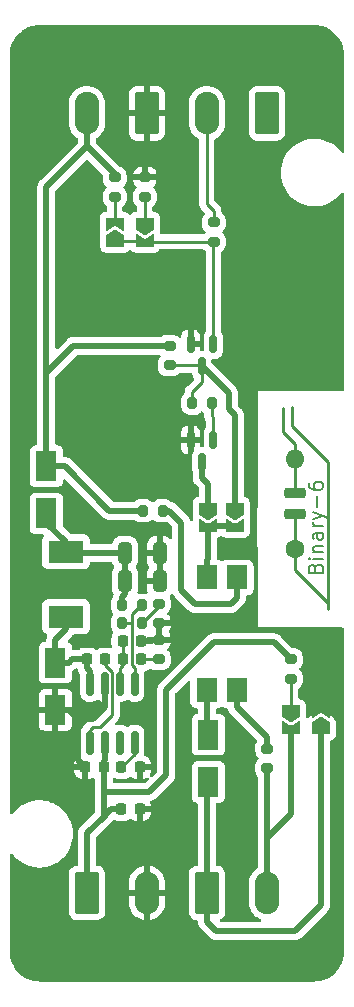
<source format=gtl>
%TF.GenerationSoftware,KiCad,Pcbnew,(5.99.0-11096-g937f5138db)*%
%TF.CreationDate,2021-07-05T20:04:54+02:00*%
%TF.ProjectId,LasS0,4c617353-302e-46b6-9963-61645f706362,v0.1*%
%TF.SameCoordinates,Original*%
%TF.FileFunction,Copper,L1,Top*%
%TF.FilePolarity,Positive*%
%FSLAX46Y46*%
G04 Gerber Fmt 4.6, Leading zero omitted, Abs format (unit mm)*
G04 Created by KiCad (PCBNEW (5.99.0-11096-g937f5138db)) date 2021-07-05 20:04:54*
%MOMM*%
%LPD*%
G01*
G04 APERTURE LIST*
G04 Aperture macros list*
%AMRoundRect*
0 Rectangle with rounded corners*
0 $1 Rounding radius*
0 $2 $3 $4 $5 $6 $7 $8 $9 X,Y pos of 4 corners*
0 Add a 4 corners polygon primitive as box body*
4,1,4,$2,$3,$4,$5,$6,$7,$8,$9,$2,$3,0*
0 Add four circle primitives for the rounded corners*
1,1,$1+$1,$2,$3*
1,1,$1+$1,$4,$5*
1,1,$1+$1,$6,$7*
1,1,$1+$1,$8,$9*
0 Add four rect primitives between the rounded corners*
20,1,$1+$1,$2,$3,$4,$5,0*
20,1,$1+$1,$4,$5,$6,$7,0*
20,1,$1+$1,$6,$7,$8,$9,0*
20,1,$1+$1,$8,$9,$2,$3,0*%
%AMFreePoly0*
4,1,6,1.000000,0.000000,0.500000,-0.750000,-0.500000,-0.750000,-0.500000,0.750000,0.500000,0.750000,1.000000,0.000000,1.000000,0.000000,$1*%
%AMFreePoly1*
4,1,6,0.500000,-0.750000,-0.650000,-0.750000,-0.150000,0.000000,-0.650000,0.750000,0.500000,0.750000,0.500000,-0.750000,0.500000,-0.750000,$1*%
G04 Aperture macros list end*
%ADD10C,0.200000*%
%TA.AperFunction,NonConductor*%
%ADD11C,0.200000*%
%TD*%
%TA.AperFunction,EtchedComponent*%
%ADD12C,0.250000*%
%TD*%
%TA.AperFunction,SMDPad,CuDef*%
%ADD13RoundRect,0.200000X-0.275000X0.200000X-0.275000X-0.200000X0.275000X-0.200000X0.275000X0.200000X0*%
%TD*%
%TA.AperFunction,ComponentPad*%
%ADD14RoundRect,0.249999X0.790001X1.550001X-0.790001X1.550001X-0.790001X-1.550001X0.790001X-1.550001X0*%
%TD*%
%TA.AperFunction,ComponentPad*%
%ADD15O,2.080000X3.600000*%
%TD*%
%TA.AperFunction,SMDPad,CuDef*%
%ADD16RoundRect,0.200000X0.200000X0.275000X-0.200000X0.275000X-0.200000X-0.275000X0.200000X-0.275000X0*%
%TD*%
%TA.AperFunction,SMDPad,CuDef*%
%ADD17RoundRect,0.250000X-0.325000X-0.650000X0.325000X-0.650000X0.325000X0.650000X-0.325000X0.650000X0*%
%TD*%
%TA.AperFunction,SMDPad,CuDef*%
%ADD18RoundRect,0.225000X-0.225000X-0.250000X0.225000X-0.250000X0.225000X0.250000X-0.225000X0.250000X0*%
%TD*%
%TA.AperFunction,SMDPad,CuDef*%
%ADD19R,1.780000X2.000000*%
%TD*%
%TA.AperFunction,SMDPad,CuDef*%
%ADD20FreePoly0,270.000000*%
%TD*%
%TA.AperFunction,SMDPad,CuDef*%
%ADD21FreePoly1,270.000000*%
%TD*%
%TA.AperFunction,SMDPad,CuDef*%
%ADD22R,1.800000X2.500000*%
%TD*%
%TA.AperFunction,SMDPad,CuDef*%
%ADD23RoundRect,0.150000X-0.150000X0.587500X-0.150000X-0.587500X0.150000X-0.587500X0.150000X0.587500X0*%
%TD*%
%TA.AperFunction,SMDPad,CuDef*%
%ADD24RoundRect,0.225000X0.225000X0.250000X-0.225000X0.250000X-0.225000X-0.250000X0.225000X-0.250000X0*%
%TD*%
%TA.AperFunction,SMDPad,CuDef*%
%ADD25RoundRect,0.200000X0.275000X-0.200000X0.275000X0.200000X-0.275000X0.200000X-0.275000X-0.200000X0*%
%TD*%
%TA.AperFunction,ComponentPad*%
%ADD26O,1.600000X1.600000*%
%TD*%
%TA.AperFunction,ComponentPad*%
%ADD27C,1.600000*%
%TD*%
%TA.AperFunction,SMDPad,CuDef*%
%ADD28RoundRect,0.225000X0.675000X-0.225000X0.675000X0.225000X-0.675000X0.225000X-0.675000X-0.225000X0*%
%TD*%
%TA.AperFunction,SMDPad,CuDef*%
%ADD29RoundRect,0.200000X-0.200000X-0.275000X0.200000X-0.275000X0.200000X0.275000X-0.200000X0.275000X0*%
%TD*%
%TA.AperFunction,ComponentPad*%
%ADD30RoundRect,0.249999X-0.790001X-1.550001X0.790001X-1.550001X0.790001X1.550001X-0.790001X1.550001X0*%
%TD*%
%TA.AperFunction,SMDPad,CuDef*%
%ADD31R,3.000000X1.950000*%
%TD*%
%TA.AperFunction,SMDPad,CuDef*%
%ADD32FreePoly0,90.000000*%
%TD*%
%TA.AperFunction,SMDPad,CuDef*%
%ADD33FreePoly1,90.000000*%
%TD*%
%TA.AperFunction,SMDPad,CuDef*%
%ADD34RoundRect,0.150000X0.150000X-0.825000X0.150000X0.825000X-0.150000X0.825000X-0.150000X-0.825000X0*%
%TD*%
%TA.AperFunction,ViaPad*%
%ADD35C,0.800000*%
%TD*%
%TA.AperFunction,Conductor*%
%ADD36C,0.500000*%
%TD*%
%TA.AperFunction,Conductor*%
%ADD37C,0.250000*%
%TD*%
G04 APERTURE END LIST*
D10*
%TO.C,LOGO1*%
D11*
X160237085Y-105493971D02*
X160294228Y-105322542D01*
X160351371Y-105265400D01*
X160465657Y-105208257D01*
X160637085Y-105208257D01*
X160751371Y-105265400D01*
X160808514Y-105322542D01*
X160865657Y-105436828D01*
X160865657Y-105893971D01*
X159665657Y-105893971D01*
X159665657Y-105493971D01*
X159722800Y-105379685D01*
X159779942Y-105322542D01*
X159894228Y-105265400D01*
X160008514Y-105265400D01*
X160122800Y-105322542D01*
X160179942Y-105379685D01*
X160237085Y-105493971D01*
X160237085Y-105893971D01*
X160865657Y-104693971D02*
X160065657Y-104693971D01*
X159665657Y-104693971D02*
X159722800Y-104751114D01*
X159779942Y-104693971D01*
X159722800Y-104636828D01*
X159665657Y-104693971D01*
X159779942Y-104693971D01*
X160065657Y-104122542D02*
X160865657Y-104122542D01*
X160179942Y-104122542D02*
X160122800Y-104065400D01*
X160065657Y-103951114D01*
X160065657Y-103779685D01*
X160122800Y-103665400D01*
X160237085Y-103608257D01*
X160865657Y-103608257D01*
X160865657Y-102522542D02*
X160237085Y-102522542D01*
X160122800Y-102579685D01*
X160065657Y-102693971D01*
X160065657Y-102922542D01*
X160122800Y-103036828D01*
X160808514Y-102522542D02*
X160865657Y-102636828D01*
X160865657Y-102922542D01*
X160808514Y-103036828D01*
X160694228Y-103093971D01*
X160579942Y-103093971D01*
X160465657Y-103036828D01*
X160408514Y-102922542D01*
X160408514Y-102636828D01*
X160351371Y-102522542D01*
X160865657Y-101951114D02*
X160065657Y-101951114D01*
X160294228Y-101951114D02*
X160179942Y-101893971D01*
X160122800Y-101836828D01*
X160065657Y-101722542D01*
X160065657Y-101608257D01*
X160065657Y-101322542D02*
X160865657Y-101036828D01*
X160065657Y-100751114D02*
X160865657Y-101036828D01*
X161151371Y-101151114D01*
X161208514Y-101208257D01*
X161265657Y-101322542D01*
X160408514Y-100293971D02*
X160408514Y-99379685D01*
X159665657Y-98293971D02*
X159665657Y-98522542D01*
X159722800Y-98636828D01*
X159779942Y-98693971D01*
X159951371Y-98808257D01*
X160179942Y-98865400D01*
X160637085Y-98865400D01*
X160751371Y-98808257D01*
X160808514Y-98751114D01*
X160865657Y-98636828D01*
X160865657Y-98408257D01*
X160808514Y-98293971D01*
X160751371Y-98236828D01*
X160637085Y-98179685D01*
X160351371Y-98179685D01*
X160237085Y-98236828D01*
X160179942Y-98293971D01*
X160122800Y-98408257D01*
X160122800Y-98636828D01*
X160179942Y-98751114D01*
X160237085Y-98808257D01*
X160351371Y-98865400D01*
D12*
X161338800Y-96469400D02*
X161338800Y-108940800D01*
X158544800Y-105613400D02*
X161338800Y-108407400D01*
X158290800Y-91872000D02*
X158290800Y-93421400D01*
X158544800Y-94945400D02*
X157528800Y-93929400D01*
X158544800Y-96215400D02*
X158544800Y-94945400D01*
X158290800Y-93421400D02*
X161338800Y-96469400D01*
X158544800Y-103835400D02*
X158544800Y-105613400D01*
X158544800Y-98755400D02*
X158544800Y-96215400D01*
X158544800Y-103835400D02*
X158544800Y-101295400D01*
X157528800Y-93929400D02*
X157528800Y-91922800D01*
%TD*%
D13*
%TO.P,R5,1*%
%TO.N,/D0*%
X151640000Y-76215000D03*
%TO.P,R5,2*%
%TO.N,Net-(JP2_D1-Pad2)*%
X151640000Y-77865000D03*
%TD*%
D14*
%TO.P,J3,1,Pin_1*%
%TO.N,GND*%
X145970000Y-66990000D03*
D15*
%TO.P,J3,2,Pin_2*%
%TO.N,+5V*%
X140890000Y-66990000D03*
%TD*%
D13*
%TO.P,R6,1*%
%TO.N,+5V*%
X147889500Y-86666000D03*
%TO.P,R6,2*%
%TO.N,Net-(R6-Pad2)*%
X147889500Y-88316000D03*
%TD*%
D16*
%TO.P,R12,1*%
%TO.N,Net-(Q2-Pad1)*%
X151449000Y-91518000D03*
%TO.P,R12,2*%
%TO.N,Net-(R6-Pad2)*%
X149799000Y-91518000D03*
%TD*%
D17*
%TO.P,C8,1*%
%TO.N,Net-(C7-Pad1)*%
X144114000Y-106604000D03*
%TO.P,C8,2*%
%TO.N,GND*%
X147064000Y-106604000D03*
%TD*%
D18*
%TO.P,C3,1*%
%TO.N,Net-(C3-Pad1)*%
X140877000Y-113208000D03*
%TO.P,C3,2*%
%TO.N,Net-(C3-Pad2)*%
X142427000Y-113208000D03*
%TD*%
D19*
%TO.P,U2,1*%
%TO.N,Net-(R8-Pad1)*%
X153590000Y-106284000D03*
%TO.P,U2,2*%
%TO.N,Net-(U2-Pad2)*%
X151050000Y-106284000D03*
%TO.P,U2,3*%
%TO.N,Net-(D3-Pad2)*%
X151050000Y-115814000D03*
%TO.P,U2,4*%
%TO.N,Net-(R9-Pad1)*%
X153590000Y-115814000D03*
%TD*%
D20*
%TO.P,JP1_I1,1,A*%
%TO.N,Net-(R6-Pad2)*%
X153418000Y-100445000D03*
D21*
%TO.P,JP1_I1,2,B*%
%TO.N,Net-(U2-Pad2)*%
X153418000Y-101895000D03*
%TD*%
D22*
%TO.P,D1,1,K*%
%TO.N,Net-(C3-Pad1)*%
X138223000Y-113494000D03*
%TO.P,D1,2,A*%
%TO.N,GND*%
X138223000Y-117494000D03*
%TD*%
D18*
%TO.P,C5,1*%
%TO.N,Net-(C5-Pad1)*%
X143925000Y-113208000D03*
%TO.P,C5,2*%
%TO.N,Net-(C5-Pad2)*%
X145475000Y-113208000D03*
%TD*%
D13*
%TO.P,R7,1*%
%TO.N,+5V*%
X143258000Y-72405000D03*
%TO.P,R7,2*%
%TO.N,Net-(JP2_U1-Pad2)*%
X143258000Y-74055000D03*
%TD*%
D23*
%TO.P,Q2,1,G*%
%TO.N,Net-(Q2-Pad1)*%
X151574000Y-94644500D03*
%TO.P,Q2,2,S*%
%TO.N,GND*%
X149674000Y-94644500D03*
%TO.P,Q2,3,D*%
%TO.N,Net-(JP1_D1-Pad1)*%
X150624000Y-96519500D03*
%TD*%
D13*
%TO.P,R10,1*%
%TO.N,VCC*%
X158162000Y-113195800D03*
%TO.P,R10,2*%
%TO.N,Net-(JP2_U2-Pad1)*%
X158162000Y-114845800D03*
%TD*%
%TO.P,R4,1*%
%TO.N,Net-(R3-Pad2)*%
X146986000Y-108510000D03*
%TO.P,R4,2*%
%TO.N,GND*%
X146986000Y-110160000D03*
%TD*%
D24*
%TO.P,C2,1*%
%TO.N,VCC*%
X142300000Y-122352000D03*
%TO.P,C2,2*%
%TO.N,GND*%
X140750000Y-122352000D03*
%TD*%
D22*
%TO.P,D3,1,K*%
%TO.N,/S0-*%
X151177000Y-123590000D03*
%TO.P,D3,2,A*%
%TO.N,Net-(D3-Pad2)*%
X151177000Y-119590000D03*
%TD*%
D20*
%TO.P,JP1_D1,1,A*%
%TO.N,Net-(JP1_D1-Pad1)*%
X151132000Y-100445000D03*
D21*
%TO.P,JP1_D1,2,B*%
%TO.N,Net-(U2-Pad2)*%
X151132000Y-101895000D03*
%TD*%
D14*
%TO.P,J4,1,Pin_1*%
%TO.N,/A0*%
X156130000Y-66990000D03*
D15*
%TO.P,J4,2,Pin_2*%
%TO.N,/D0*%
X151050000Y-66990000D03*
%TD*%
D25*
%TO.P,R1,1*%
%TO.N,Net-(C5-Pad2)*%
X146986000Y-113208000D03*
%TO.P,R1,2*%
%TO.N,GND*%
X146986000Y-111558000D03*
%TD*%
D23*
%TO.P,Q1,1,G*%
%TO.N,Net-(JP2_D1-Pad2)*%
X151574000Y-86516500D03*
%TO.P,Q1,2,S*%
%TO.N,GND*%
X149674000Y-86516500D03*
%TO.P,Q1,3,D*%
%TO.N,Net-(R6-Pad2)*%
X150624000Y-88391500D03*
%TD*%
D16*
%TO.P,R8,1*%
%TO.N,Net-(R8-Pad1)*%
X147303000Y-100635000D03*
%TO.P,R8,2*%
%TO.N,+5V*%
X145653000Y-100635000D03*
%TD*%
D22*
%TO.P,D2,1,K*%
%TO.N,+5V*%
X137461000Y-96857000D03*
%TO.P,D2,2,A*%
%TO.N,Net-(C7-Pad1)*%
X137461000Y-100857000D03*
%TD*%
D24*
%TO.P,C1,1*%
%TO.N,GND*%
X145348000Y-125908000D03*
%TO.P,C1,2*%
%TO.N,VCC*%
X143798000Y-125908000D03*
%TD*%
D26*
%TO.P,LOGO1,*%
%TO.N,*%
X158544800Y-96215400D03*
D27*
X158544800Y-103835400D03*
D28*
X158544800Y-100895400D03*
X158544800Y-99155400D03*
%TD*%
D20*
%TO.P,JP2_U2,1,A*%
%TO.N,Net-(JP2_U2-Pad1)*%
X158162000Y-117613800D03*
D21*
%TO.P,JP2_U2,2,B*%
%TO.N,/S0+*%
X158162000Y-119063800D03*
%TD*%
D29*
%TO.P,R2,1*%
%TO.N,Net-(C7-Pad1)*%
X143875000Y-108636000D03*
%TO.P,R2,2*%
%TO.N,Net-(R2-Pad2)*%
X145525000Y-108636000D03*
%TD*%
%TO.P,R3,1*%
%TO.N,Net-(R2-Pad2)*%
X143875000Y-110160000D03*
%TO.P,R3,2*%
%TO.N,Net-(R3-Pad2)*%
X145525000Y-110160000D03*
%TD*%
D30*
%TO.P,J1,1,Pin_1*%
%TO.N,VCC*%
X140890000Y-132990000D03*
D15*
%TO.P,J1,2,Pin_2*%
%TO.N,GND*%
X145970000Y-132990000D03*
%TD*%
D25*
%TO.P,R11,1*%
%TO.N,Net-(JP2_D1-Pad1)*%
X145798000Y-74055000D03*
%TO.P,R11,2*%
%TO.N,GND*%
X145798000Y-72405000D03*
%TD*%
D13*
%TO.P,R9,1*%
%TO.N,Net-(R9-Pad1)*%
X156130000Y-120765000D03*
%TO.P,R9,2*%
%TO.N,/S0+*%
X156130000Y-122415000D03*
%TD*%
D18*
%TO.P,C4,1*%
%TO.N,Net-(C4-Pad1)*%
X143798000Y-122352000D03*
%TO.P,C4,2*%
%TO.N,GND*%
X145348000Y-122352000D03*
%TD*%
D31*
%TO.P,L1,1,1*%
%TO.N,Net-(C7-Pad1)*%
X139112000Y-104108000D03*
%TO.P,L1,2,2*%
%TO.N,Net-(C3-Pad1)*%
X139112000Y-109608000D03*
%TD*%
D32*
%TO.P,JP2_U1,1,A*%
%TO.N,Net-(JP2_D1-Pad2)*%
X143258000Y-77765000D03*
D33*
%TO.P,JP2_U1,2,B*%
%TO.N,Net-(JP2_U1-Pad2)*%
X143258000Y-76315000D03*
%TD*%
D30*
%TO.P,J2,1,Pin_1*%
%TO.N,/S0-*%
X151050000Y-132990000D03*
D15*
%TO.P,J2,2,Pin_2*%
%TO.N,/S0+*%
X156130000Y-132990000D03*
%TD*%
D32*
%TO.P,JP2_D2,1,A*%
%TO.N,/S0-*%
X160702000Y-119063800D03*
D33*
%TO.P,JP2_D2,2,B*%
%TO.N,GND*%
X160702000Y-117613800D03*
%TD*%
D17*
%TO.P,C7,1*%
%TO.N,Net-(C7-Pad1)*%
X144114000Y-104191000D03*
%TO.P,C7,2*%
%TO.N,GND*%
X147064000Y-104191000D03*
%TD*%
D34*
%TO.P,U1,1,BOOT*%
%TO.N,Net-(C3-Pad2)*%
X141144000Y-120255000D03*
%TO.P,U1,2,VIN*%
%TO.N,VCC*%
X142414000Y-120255000D03*
%TO.P,U1,3,EN*%
%TO.N,unconnected-(U1-Pad3)*%
X143684000Y-120255000D03*
%TO.P,U1,4,SS*%
%TO.N,Net-(C4-Pad1)*%
X144954000Y-120255000D03*
%TO.P,U1,5,VSNS*%
%TO.N,Net-(R2-Pad2)*%
X144954000Y-115305000D03*
%TO.P,U1,6,COMP*%
%TO.N,Net-(C5-Pad1)*%
X143684000Y-115305000D03*
%TO.P,U1,7,GND*%
%TO.N,GND*%
X142414000Y-115305000D03*
%TO.P,U1,8,PH*%
%TO.N,Net-(C3-Pad1)*%
X141144000Y-115305000D03*
%TD*%
D18*
%TO.P,C6,1*%
%TO.N,Net-(C5-Pad1)*%
X143925000Y-111684000D03*
%TO.P,C6,2*%
%TO.N,GND*%
X145475000Y-111684000D03*
%TD*%
D20*
%TO.P,JP2_D1,1,A*%
%TO.N,Net-(JP2_D1-Pad1)*%
X145798000Y-76315000D03*
D21*
%TO.P,JP2_D1,2,B*%
%TO.N,Net-(JP2_D1-Pad2)*%
X145798000Y-77765000D03*
%TD*%
D35*
%TO.N,GND*%
X146224000Y-89840000D03*
X160956000Y-113970000D03*
X159006000Y-77040000D03*
X140636000Y-117399000D03*
X147748000Y-83363000D03*
X148891000Y-112192000D03*
X139956000Y-95582000D03*
%TD*%
D36*
%TO.N,GND*%
X141398000Y-118288000D02*
X140128000Y-118288000D01*
X140750000Y-122352000D02*
X140128000Y-121730000D01*
X146097000Y-111684000D02*
X146223000Y-111558000D01*
X142414000Y-117272000D02*
X141398000Y-118288000D01*
X146986000Y-110160000D02*
X146986000Y-111558000D01*
X140128000Y-121730000D02*
X140128000Y-118288000D01*
X142414000Y-115305000D02*
X142414000Y-117272000D01*
X139334000Y-117494000D02*
X138223000Y-117494000D01*
X145475000Y-111684000D02*
X146097000Y-111684000D01*
X146223000Y-111558000D02*
X146986000Y-111558000D01*
X140128000Y-118288000D02*
X139334000Y-117494000D01*
X147064000Y-104191000D02*
X147064000Y-106604000D01*
%TO.N,VCC*%
X147595600Y-115798800D02*
X151621000Y-111773400D01*
X142300000Y-124447200D02*
X142300000Y-122352000D01*
X140890000Y-127940000D02*
X142300000Y-126530000D01*
X142300000Y-122352000D02*
X142300000Y-121831000D01*
X143798000Y-125908000D02*
X142922000Y-125908000D01*
X142312400Y-124434800D02*
X146173200Y-124434800D01*
X146173200Y-124434800D02*
X147595600Y-123012400D01*
X151621000Y-111773400D02*
X156739600Y-111773400D01*
X142922000Y-125908000D02*
X142300000Y-126530000D01*
X142300000Y-126530000D02*
X142300000Y-124447200D01*
X142300000Y-124447200D02*
X142312400Y-124434800D01*
X147595600Y-123012400D02*
X147595600Y-115798800D01*
X142300000Y-121831000D02*
X142414000Y-121717000D01*
X142414000Y-121717000D02*
X142414000Y-120255000D01*
X156739600Y-111773400D02*
X158162000Y-113195800D01*
X140890000Y-132990000D02*
X140890000Y-127940000D01*
%TO.N,Net-(C3-Pad1)*%
X139334000Y-113494000D02*
X139620000Y-113208000D01*
X139620000Y-113208000D02*
X140877000Y-113208000D01*
X140877000Y-113208000D02*
X140877000Y-113957000D01*
X138223000Y-113494000D02*
X139334000Y-113494000D01*
X139112000Y-109608000D02*
X139112000Y-110668000D01*
X141144000Y-114224000D02*
X141144000Y-115305000D01*
X140877000Y-113957000D02*
X141144000Y-114224000D01*
X139112000Y-110668000D02*
X138223000Y-111557000D01*
X138223000Y-111557000D02*
X138223000Y-113494000D01*
D37*
%TO.N,Net-(C3-Pad2)*%
X141144000Y-119177000D02*
X141144000Y-120255000D01*
X142033000Y-118923000D02*
X141398000Y-118923000D01*
X142427000Y-113664854D02*
X143038520Y-114276374D01*
X141398000Y-118923000D02*
X141144000Y-119177000D01*
X142427000Y-113208000D02*
X142427000Y-113664854D01*
X143038520Y-117917480D02*
X142033000Y-118923000D01*
X143038520Y-114276374D02*
X143038520Y-117917480D01*
%TO.N,Net-(C4-Pad1)*%
X143798000Y-122352000D02*
X144954000Y-121196000D01*
X144954000Y-121196000D02*
X144954000Y-120255000D01*
%TO.N,Net-(C5-Pad1)*%
X143925000Y-113729000D02*
X143684000Y-113970000D01*
X143925000Y-111684000D02*
X143925000Y-113208000D01*
X143925000Y-113208000D02*
X143925000Y-113729000D01*
X143684000Y-113970000D02*
X143684000Y-115305000D01*
%TO.N,Net-(C5-Pad2)*%
X145475000Y-113208000D02*
X146986000Y-113208000D01*
D36*
%TO.N,Net-(C7-Pad1)*%
X144114000Y-107698000D02*
X143875000Y-107937000D01*
X137461000Y-100857000D02*
X137461000Y-101651000D01*
X139195000Y-104191000D02*
X139112000Y-104108000D01*
X139112000Y-103302000D02*
X139112000Y-104108000D01*
X137461000Y-101651000D02*
X139112000Y-103302000D01*
X144114000Y-104191000D02*
X139195000Y-104191000D01*
X144114000Y-106604000D02*
X144114000Y-107698000D01*
X143875000Y-107937000D02*
X143875000Y-108636000D01*
X144114000Y-106604000D02*
X144114000Y-104191000D01*
%TO.N,+5V*%
X137461000Y-96857000D02*
X139017000Y-96857000D01*
X137461000Y-88951000D02*
X137461000Y-73203000D01*
X137461000Y-73203000D02*
X140890000Y-69774000D01*
X143258000Y-72405000D02*
X143258000Y-72142000D01*
X139746000Y-86666000D02*
X137461000Y-88951000D01*
X140890000Y-69774000D02*
X140890000Y-66990000D01*
X143258000Y-72142000D02*
X140890000Y-69774000D01*
X147889500Y-86666000D02*
X139746000Y-86666000D01*
X137461000Y-96857000D02*
X137461000Y-88951000D01*
X142795000Y-100635000D02*
X145653000Y-100635000D01*
X139017000Y-96857000D02*
X142795000Y-100635000D01*
%TO.N,/S0-*%
X151050000Y-135433000D02*
X151812000Y-136195000D01*
X151812000Y-136195000D02*
X158543000Y-136195000D01*
X151177000Y-123590000D02*
X151050000Y-123717000D01*
X160702000Y-134036000D02*
X160702000Y-119063800D01*
X151050000Y-123717000D02*
X151050000Y-132990000D01*
X151050000Y-132990000D02*
X151050000Y-135433000D01*
X158543000Y-136195000D02*
X160702000Y-134036000D01*
%TO.N,Net-(D3-Pad2)*%
X151177000Y-119590000D02*
X151050000Y-119463000D01*
X151050000Y-117272000D02*
X151050000Y-115814000D01*
X151050000Y-119463000D02*
X151050000Y-115814000D01*
%TO.N,/S0+*%
X156130000Y-128321000D02*
X158162000Y-126289000D01*
X158162000Y-126289000D02*
X158162000Y-119063800D01*
X156130000Y-122415000D02*
X156130000Y-128575000D01*
X156130000Y-128575000D02*
X156130000Y-128321000D01*
X156130000Y-128575000D02*
X156130000Y-132990000D01*
D37*
%TO.N,/D0*%
X151050000Y-74672000D02*
X151640000Y-75262000D01*
X151640000Y-75262000D02*
X151640000Y-76215000D01*
X151050000Y-66990000D02*
X151050000Y-74672000D01*
D36*
%TO.N,Net-(JP1_D1-Pad1)*%
X150624000Y-96519500D02*
X150624000Y-97868000D01*
X150624000Y-97868000D02*
X151132000Y-98376000D01*
X151132000Y-98376000D02*
X151132000Y-100445000D01*
%TO.N,Net-(U2-Pad2)*%
X151050000Y-106284000D02*
X151050000Y-104826000D01*
X151132000Y-104744000D02*
X151132000Y-101895000D01*
X151050000Y-104826000D02*
X151132000Y-104744000D01*
X151132000Y-101895000D02*
X153672000Y-101895000D01*
D37*
%TO.N,Net-(R6-Pad2)*%
X150624000Y-89740000D02*
X149799000Y-90565000D01*
X149799000Y-90565000D02*
X149799000Y-91518000D01*
D36*
X152910000Y-92026000D02*
X152910000Y-90677500D01*
D37*
X150624000Y-88391500D02*
X150624000Y-89740000D01*
D36*
X153418000Y-92534000D02*
X152910000Y-92026000D01*
D37*
X150542000Y-88316000D02*
X150556500Y-88301500D01*
D36*
X152910000Y-90677500D02*
X150624000Y-88391500D01*
D37*
X150548500Y-88316000D02*
X150624000Y-88391500D01*
D36*
X153418000Y-100445000D02*
X153418000Y-92534000D01*
D37*
X147889500Y-88316000D02*
X150548500Y-88316000D01*
%TO.N,Net-(JP2_D1-Pad2)*%
X151574000Y-86516500D02*
X151574000Y-77931000D01*
X143258000Y-77802000D02*
X143295000Y-77765000D01*
X151574000Y-77931000D02*
X151640000Y-77865000D01*
X143295000Y-77765000D02*
X145798000Y-77765000D01*
X145898000Y-77865000D02*
X145798000Y-77765000D01*
X151640000Y-77865000D02*
X145898000Y-77865000D01*
X143258000Y-77765000D02*
X143258000Y-77802000D01*
%TO.N,Net-(Q2-Pad1)*%
X151574000Y-94644500D02*
X151574000Y-92722000D01*
X151574000Y-92722000D02*
X151449000Y-92597000D01*
X151449000Y-92597000D02*
X151449000Y-91518000D01*
%TO.N,Net-(JP2_D1-Pad1)*%
X145798000Y-74055000D02*
X145798000Y-76315000D01*
%TO.N,Net-(R2-Pad2)*%
X144700000Y-109398000D02*
X144700000Y-110160000D01*
X143875000Y-110160000D02*
X144700000Y-110160000D01*
X144954000Y-113970000D02*
X144954000Y-115305000D01*
X144700000Y-113716000D02*
X144954000Y-113970000D01*
X144700000Y-110160000D02*
X144700000Y-113716000D01*
X145525000Y-108636000D02*
X145462000Y-108636000D01*
X145462000Y-108636000D02*
X144700000Y-109398000D01*
%TO.N,Net-(R3-Pad2)*%
X146986000Y-108699000D02*
X145525000Y-110160000D01*
X146986000Y-108510000D02*
X146986000Y-108699000D01*
D36*
%TO.N,Net-(R8-Pad1)*%
X148891000Y-101651000D02*
X147875000Y-100635000D01*
X148891000Y-107366000D02*
X148891000Y-101651000D01*
X153590000Y-108001000D02*
X153082000Y-108509000D01*
X150034000Y-108509000D02*
X148891000Y-107366000D01*
X153082000Y-108509000D02*
X150034000Y-108509000D01*
X153590000Y-106284000D02*
X153590000Y-108001000D01*
X147875000Y-100635000D02*
X147303000Y-100635000D01*
%TO.N,Net-(R9-Pad1)*%
X153590000Y-115814000D02*
X153590000Y-117272000D01*
X153590000Y-117272000D02*
X156130000Y-119812000D01*
X156130000Y-119812000D02*
X156130000Y-120765000D01*
D37*
%TO.N,Net-(JP2_U1-Pad2)*%
X143258000Y-76315000D02*
X143258000Y-74055000D01*
%TO.N,Net-(JP2_U2-Pad1)*%
X158162000Y-114845800D02*
X158162000Y-117613800D01*
%TD*%
%TA.AperFunction,Conductor*%
%TO.N,GND*%
G36*
X160160000Y-59510848D02*
G01*
X160160000Y-59513000D01*
X160172648Y-59513355D01*
X160294137Y-59516764D01*
X160304708Y-59517506D01*
X160397327Y-59527941D01*
X160569556Y-59547347D01*
X160583486Y-59549714D01*
X160841596Y-59608626D01*
X160855173Y-59612538D01*
X161105054Y-59699975D01*
X161118108Y-59705382D01*
X161356634Y-59820250D01*
X161369001Y-59827085D01*
X161593159Y-59967933D01*
X161604682Y-59976109D01*
X161811678Y-60141182D01*
X161822214Y-60150598D01*
X162009402Y-60337786D01*
X162018818Y-60348322D01*
X162183891Y-60555318D01*
X162192067Y-60566841D01*
X162332915Y-60790999D01*
X162339750Y-60803366D01*
X162454618Y-61041892D01*
X162460025Y-61054946D01*
X162547462Y-61304827D01*
X162551374Y-61318404D01*
X162610286Y-61576514D01*
X162612653Y-61590444D01*
X162642494Y-61855289D01*
X162643236Y-61865863D01*
X162647000Y-62000000D01*
X162645604Y-62000039D01*
X162645611Y-62000294D01*
X162647858Y-62000000D01*
X162650937Y-62023548D01*
X162652000Y-62039884D01*
X162652000Y-70193618D01*
X162631998Y-70261739D01*
X162578342Y-70308232D01*
X162508068Y-70318336D01*
X162443488Y-70288842D01*
X162425174Y-70269183D01*
X162368542Y-70193618D01*
X162341020Y-70156896D01*
X162111088Y-69915022D01*
X162108256Y-69912666D01*
X162108251Y-69912662D01*
X161857344Y-69703985D01*
X161854508Y-69701626D01*
X161851422Y-69699618D01*
X161577867Y-69521630D01*
X161577864Y-69521628D01*
X161574782Y-69519623D01*
X161571484Y-69517990D01*
X161571478Y-69517986D01*
X161279039Y-69373135D01*
X161279032Y-69373132D01*
X161275733Y-69371498D01*
X161272261Y-69370258D01*
X161272258Y-69370257D01*
X161070597Y-69298251D01*
X160961444Y-69259276D01*
X160811242Y-69224737D01*
X160639798Y-69185313D01*
X160639789Y-69185312D01*
X160636208Y-69184488D01*
X160632551Y-69184087D01*
X160632548Y-69184087D01*
X160308139Y-69148559D01*
X160308138Y-69148559D01*
X160304468Y-69148157D01*
X160300775Y-69148186D01*
X159974442Y-69150749D01*
X159974441Y-69150749D01*
X159970755Y-69150778D01*
X159967096Y-69151237D01*
X159643283Y-69191857D01*
X159643279Y-69191858D01*
X159639626Y-69192316D01*
X159636055Y-69193196D01*
X159636052Y-69193197D01*
X159319181Y-69271321D01*
X159319172Y-69271324D01*
X159315606Y-69272203D01*
X159312155Y-69273497D01*
X159312154Y-69273497D01*
X159046367Y-69373135D01*
X159003118Y-69389348D01*
X158999842Y-69391035D01*
X158999838Y-69391037D01*
X158866290Y-69459819D01*
X158706432Y-69542151D01*
X158429600Y-69728525D01*
X158176403Y-69945925D01*
X157950299Y-70191381D01*
X157754377Y-70461540D01*
X157591313Y-70752712D01*
X157589905Y-70756102D01*
X157589901Y-70756111D01*
X157464742Y-71057527D01*
X157463333Y-71060921D01*
X157372187Y-71381957D01*
X157319118Y-71711434D01*
X157304852Y-72044852D01*
X157329584Y-72377658D01*
X157330283Y-72381272D01*
X157330284Y-72381278D01*
X157380393Y-72640271D01*
X157392976Y-72705306D01*
X157394089Y-72708804D01*
X157394091Y-72708812D01*
X157488397Y-73005205D01*
X157494161Y-73023320D01*
X157495678Y-73026673D01*
X157495680Y-73026677D01*
X157629033Y-73321333D01*
X157631759Y-73327356D01*
X157803888Y-73613263D01*
X157806134Y-73616164D01*
X157806139Y-73616171D01*
X158005943Y-73874221D01*
X158005950Y-73874228D01*
X158008200Y-73877135D01*
X158241902Y-74115368D01*
X158501803Y-74324707D01*
X158504918Y-74326665D01*
X158504921Y-74326667D01*
X158695583Y-74446501D01*
X158784352Y-74502294D01*
X159085692Y-74645703D01*
X159401705Y-74752974D01*
X159728075Y-74822644D01*
X159815037Y-74830788D01*
X160056678Y-74853418D01*
X160056683Y-74853418D01*
X160060344Y-74853761D01*
X160265754Y-74848920D01*
X160390290Y-74845985D01*
X160390293Y-74845985D01*
X160393975Y-74845898D01*
X160724411Y-74799164D01*
X160727967Y-74798228D01*
X160727971Y-74798227D01*
X161043574Y-74715136D01*
X161043573Y-74715136D01*
X161047137Y-74714198D01*
X161179470Y-74662204D01*
X161354318Y-74593506D01*
X161354325Y-74593503D01*
X161357745Y-74592159D01*
X161651995Y-74434714D01*
X161676496Y-74417654D01*
X161922842Y-74246119D01*
X161925865Y-74244014D01*
X161928615Y-74241577D01*
X161928621Y-74241572D01*
X162172864Y-74025103D01*
X162175616Y-74022664D01*
X162397837Y-73773687D01*
X162422850Y-73738031D01*
X162478346Y-73693751D01*
X162548972Y-73686504D01*
X162612304Y-73718590D01*
X162648235Y-73779823D01*
X162652000Y-73810392D01*
X162652000Y-90374000D01*
X162631998Y-90442121D01*
X162578342Y-90488614D01*
X162526000Y-90500000D01*
X155410000Y-90500000D01*
X155410000Y-100328838D01*
X155389998Y-100396959D01*
X155338710Y-100441400D01*
X155329765Y-100441400D01*
X155329765Y-103689400D01*
X155337559Y-103689400D01*
X155359935Y-103708789D01*
X155359714Y-103709044D01*
X155373099Y-103716353D01*
X155407122Y-103778666D01*
X155410000Y-103805445D01*
X155410000Y-110500000D01*
X162526000Y-110500000D01*
X162594121Y-110520002D01*
X162640614Y-110573658D01*
X162652000Y-110626000D01*
X162652000Y-137952114D01*
X162650500Y-137971497D01*
X162647038Y-137993733D01*
X162647629Y-137998246D01*
X162647417Y-138000000D01*
X162647000Y-138000000D01*
X162646874Y-138004494D01*
X162643236Y-138134137D01*
X162642494Y-138144711D01*
X162612653Y-138409556D01*
X162610286Y-138423486D01*
X162551374Y-138681596D01*
X162547462Y-138695173D01*
X162460025Y-138945054D01*
X162454618Y-138958108D01*
X162339750Y-139196634D01*
X162332915Y-139209001D01*
X162192067Y-139433159D01*
X162183891Y-139444682D01*
X162018818Y-139651678D01*
X162009402Y-139662214D01*
X161822214Y-139849402D01*
X161811678Y-139858818D01*
X161604682Y-140023891D01*
X161593159Y-140032067D01*
X161369001Y-140172915D01*
X161356634Y-140179750D01*
X161118108Y-140294618D01*
X161105054Y-140300025D01*
X160855173Y-140387462D01*
X160841596Y-140391374D01*
X160583486Y-140450286D01*
X160569556Y-140452653D01*
X160397327Y-140472059D01*
X160304708Y-140482494D01*
X160294137Y-140483236D01*
X160175593Y-140486562D01*
X160175590Y-140486563D01*
X160160000Y-140487000D01*
X160160000Y-140489028D01*
X160141205Y-140492000D01*
X160132378Y-140492000D01*
X160131608Y-140491998D01*
X160131052Y-140491995D01*
X160090378Y-140491746D01*
X160089546Y-140491984D01*
X160089308Y-140492000D01*
X136884847Y-140492000D01*
X136860000Y-140489152D01*
X136860000Y-140487000D01*
X136847352Y-140486645D01*
X136725863Y-140483236D01*
X136715292Y-140482494D01*
X136622673Y-140472059D01*
X136450444Y-140452653D01*
X136436514Y-140450286D01*
X136178404Y-140391374D01*
X136164827Y-140387462D01*
X135914946Y-140300025D01*
X135901892Y-140294618D01*
X135663366Y-140179750D01*
X135650999Y-140172915D01*
X135426841Y-140032067D01*
X135415318Y-140023891D01*
X135208322Y-139858818D01*
X135197786Y-139849402D01*
X135010598Y-139662214D01*
X135001182Y-139651678D01*
X134836109Y-139444682D01*
X134827933Y-139433159D01*
X134687085Y-139209001D01*
X134680250Y-139196634D01*
X134565382Y-138958108D01*
X134559975Y-138945054D01*
X134472538Y-138695173D01*
X134468626Y-138681596D01*
X134409714Y-138423486D01*
X134407347Y-138409556D01*
X134377506Y-138144711D01*
X134376764Y-138134137D01*
X134373391Y-138013951D01*
X134373000Y-138000000D01*
X134372103Y-137993733D01*
X134369273Y-137973976D01*
X134368000Y-137956113D01*
X134368000Y-129796301D01*
X134388002Y-129728180D01*
X134441658Y-129681687D01*
X134511932Y-129671583D01*
X134576512Y-129701077D01*
X134593627Y-129719162D01*
X134705943Y-129864221D01*
X134705950Y-129864228D01*
X134708200Y-129867135D01*
X134941902Y-130105368D01*
X135201803Y-130314707D01*
X135204918Y-130316665D01*
X135204921Y-130316667D01*
X135481227Y-130490330D01*
X135484352Y-130492294D01*
X135785692Y-130635703D01*
X136101705Y-130742974D01*
X136428075Y-130812644D01*
X136541554Y-130823271D01*
X136756678Y-130843418D01*
X136756683Y-130843418D01*
X136760344Y-130843761D01*
X136965754Y-130838920D01*
X137090290Y-130835985D01*
X137090293Y-130835985D01*
X137093975Y-130835898D01*
X137424411Y-130789164D01*
X137427967Y-130788228D01*
X137427971Y-130788227D01*
X137740311Y-130705995D01*
X137747137Y-130704198D01*
X137870884Y-130655577D01*
X138054318Y-130583506D01*
X138054325Y-130583503D01*
X138057745Y-130582159D01*
X138351995Y-130424714D01*
X138625865Y-130234014D01*
X138628615Y-130231577D01*
X138628621Y-130231572D01*
X138872864Y-130015103D01*
X138875616Y-130012664D01*
X139097837Y-129763687D01*
X139122746Y-129728180D01*
X139287380Y-129493493D01*
X139289491Y-129490484D01*
X139447962Y-129196786D01*
X139571084Y-128886605D01*
X139642472Y-128619250D01*
X139656224Y-128567748D01*
X139656225Y-128567744D01*
X139657177Y-128564178D01*
X139703656Y-128243620D01*
X139704606Y-128237068D01*
X139704606Y-128237065D01*
X139705064Y-128233908D01*
X139715500Y-127990000D01*
X139695999Y-127656847D01*
X139676254Y-127545433D01*
X139638404Y-127331865D01*
X139638403Y-127331861D01*
X139637762Y-127328244D01*
X139541584Y-127008680D01*
X139460099Y-126820830D01*
X139410248Y-126705905D01*
X139410246Y-126705902D01*
X139408779Y-126702519D01*
X139267045Y-126458507D01*
X139243010Y-126417127D01*
X139243009Y-126417125D01*
X139241161Y-126413944D01*
X139206413Y-126367579D01*
X139089008Y-126210927D01*
X139041020Y-126146896D01*
X138811088Y-125905022D01*
X138808256Y-125902666D01*
X138808251Y-125902662D01*
X138584378Y-125716469D01*
X138554508Y-125691626D01*
X138514179Y-125665386D01*
X138277867Y-125511630D01*
X138277864Y-125511628D01*
X138274782Y-125509623D01*
X138271484Y-125507990D01*
X138271478Y-125507986D01*
X137979039Y-125363135D01*
X137979032Y-125363132D01*
X137975733Y-125361498D01*
X137972261Y-125360258D01*
X137972258Y-125360257D01*
X137664922Y-125250518D01*
X137661444Y-125249276D01*
X137590442Y-125232949D01*
X137339798Y-125175313D01*
X137339789Y-125175312D01*
X137336208Y-125174488D01*
X137332551Y-125174087D01*
X137332548Y-125174087D01*
X137008139Y-125138559D01*
X137008138Y-125138559D01*
X137004468Y-125138157D01*
X137000775Y-125138186D01*
X136674442Y-125140749D01*
X136674441Y-125140749D01*
X136670755Y-125140778D01*
X136667096Y-125141237D01*
X136343283Y-125181857D01*
X136343279Y-125181858D01*
X136339626Y-125182316D01*
X136336055Y-125183196D01*
X136336052Y-125183197D01*
X136019181Y-125261321D01*
X136019172Y-125261324D01*
X136015606Y-125262203D01*
X136012155Y-125263497D01*
X136012154Y-125263497D01*
X135741696Y-125364886D01*
X135703118Y-125379348D01*
X135699842Y-125381035D01*
X135699838Y-125381037D01*
X135606196Y-125429266D01*
X135406432Y-125532151D01*
X135129600Y-125718525D01*
X134876403Y-125935925D01*
X134650299Y-126181381D01*
X134624602Y-126216815D01*
X134596001Y-126256253D01*
X134539816Y-126299656D01*
X134469085Y-126305793D01*
X134406265Y-126272716D01*
X134371299Y-126210927D01*
X134368000Y-126182281D01*
X134368000Y-122619548D01*
X139792000Y-122619548D01*
X139792000Y-122641223D01*
X139792425Y-122648527D01*
X139805946Y-122764505D01*
X139809291Y-122778657D01*
X139862617Y-122925567D01*
X139869127Y-122938566D01*
X139954820Y-123069270D01*
X139964144Y-123080422D01*
X140077607Y-123187906D01*
X140089252Y-123196617D01*
X140224393Y-123275113D01*
X140237731Y-123280913D01*
X140388120Y-123326461D01*
X140400752Y-123328911D01*
X140466185Y-123334751D01*
X140471780Y-123335000D01*
X140477885Y-123335000D01*
X140493124Y-123330525D01*
X140494329Y-123329135D01*
X140496000Y-123321452D01*
X140496000Y-122624115D01*
X140491525Y-122608876D01*
X140490135Y-122607671D01*
X140482452Y-122606000D01*
X139810115Y-122606000D01*
X139794876Y-122610475D01*
X139793671Y-122611865D01*
X139792000Y-122619548D01*
X134368000Y-122619548D01*
X134368000Y-117761548D01*
X136810000Y-117761548D01*
X136810000Y-118741743D01*
X136810161Y-118746250D01*
X136814740Y-118810269D01*
X136817126Y-118823491D01*
X136853819Y-118948458D01*
X136861233Y-118964692D01*
X136930426Y-119072360D01*
X136942112Y-119085847D01*
X137038840Y-119169662D01*
X137053848Y-119179307D01*
X137170275Y-119232477D01*
X137187388Y-119237502D01*
X137318554Y-119256361D01*
X137327495Y-119257000D01*
X137950885Y-119257000D01*
X137966124Y-119252525D01*
X137967329Y-119251135D01*
X137969000Y-119243452D01*
X137969000Y-117766115D01*
X137967659Y-117761548D01*
X138477000Y-117761548D01*
X138477000Y-119238885D01*
X138481475Y-119254124D01*
X138482865Y-119255329D01*
X138490548Y-119257000D01*
X139120743Y-119257000D01*
X139125250Y-119256839D01*
X139189269Y-119252260D01*
X139202491Y-119249874D01*
X139327458Y-119213181D01*
X139343692Y-119205767D01*
X139451360Y-119136574D01*
X139464847Y-119124888D01*
X139548662Y-119028160D01*
X139558307Y-119013152D01*
X139611477Y-118896725D01*
X139616502Y-118879612D01*
X139635361Y-118748446D01*
X139636000Y-118739503D01*
X139636000Y-117766115D01*
X139631525Y-117750876D01*
X139630135Y-117749671D01*
X139622452Y-117748000D01*
X138495115Y-117748000D01*
X138479876Y-117752475D01*
X138478671Y-117753865D01*
X138477000Y-117761548D01*
X137967659Y-117761548D01*
X137964525Y-117750876D01*
X137963135Y-117749671D01*
X137955452Y-117748000D01*
X136828115Y-117748000D01*
X136812876Y-117752475D01*
X136811671Y-117753865D01*
X136810000Y-117761548D01*
X134368000Y-117761548D01*
X134368000Y-116248495D01*
X136810000Y-116248495D01*
X136810000Y-117221885D01*
X136814475Y-117237124D01*
X136815865Y-117238329D01*
X136823548Y-117240000D01*
X137950885Y-117240000D01*
X137966124Y-117235525D01*
X137967329Y-117234135D01*
X137969000Y-117226452D01*
X137969000Y-115749115D01*
X137967659Y-115744548D01*
X138477000Y-115744548D01*
X138477000Y-117221885D01*
X138481475Y-117237124D01*
X138482865Y-117238329D01*
X138490548Y-117240000D01*
X139617885Y-117240000D01*
X139633124Y-117235525D01*
X139634329Y-117234135D01*
X139636000Y-117226452D01*
X139636000Y-116246257D01*
X139635839Y-116241750D01*
X139631260Y-116177731D01*
X139628874Y-116164509D01*
X139592181Y-116039542D01*
X139584767Y-116023308D01*
X139515574Y-115915640D01*
X139503888Y-115902153D01*
X139407160Y-115818338D01*
X139392152Y-115808693D01*
X139275725Y-115755523D01*
X139258612Y-115750498D01*
X139127446Y-115731639D01*
X139118505Y-115731000D01*
X138495115Y-115731000D01*
X138479876Y-115735475D01*
X138478671Y-115736865D01*
X138477000Y-115744548D01*
X137967659Y-115744548D01*
X137964525Y-115733876D01*
X137963135Y-115732671D01*
X137955452Y-115731000D01*
X137325257Y-115731000D01*
X137320750Y-115731161D01*
X137256731Y-115735740D01*
X137243509Y-115738126D01*
X137118542Y-115774819D01*
X137102308Y-115782233D01*
X136994640Y-115851426D01*
X136981153Y-115863112D01*
X136897338Y-115959840D01*
X136887693Y-115974848D01*
X136834523Y-116091275D01*
X136829498Y-116108388D01*
X136810639Y-116239554D01*
X136810000Y-116248495D01*
X134368000Y-116248495D01*
X134368000Y-95607000D01*
X136047500Y-95607000D01*
X136047500Y-98107000D01*
X136052727Y-98180079D01*
X136058681Y-98200357D01*
X136080489Y-98274627D01*
X136093904Y-98320316D01*
X136110983Y-98346891D01*
X136168051Y-98435691D01*
X136168053Y-98435694D01*
X136172923Y-98443271D01*
X136179733Y-98449172D01*
X136276569Y-98533082D01*
X136276572Y-98533084D01*
X136283381Y-98538984D01*
X136416330Y-98599700D01*
X136425245Y-98600982D01*
X136425246Y-98600982D01*
X136556552Y-98619861D01*
X136556559Y-98619862D01*
X136561000Y-98620500D01*
X138361000Y-98620500D01*
X138434079Y-98615273D01*
X138512165Y-98592345D01*
X138565670Y-98576635D01*
X138565672Y-98576634D01*
X138574316Y-98574096D01*
X138638135Y-98533082D01*
X138689691Y-98499949D01*
X138689694Y-98499947D01*
X138697271Y-98495077D01*
X138737048Y-98449172D01*
X138787082Y-98391431D01*
X138787084Y-98391428D01*
X138792984Y-98384619D01*
X138853700Y-98251670D01*
X138859165Y-98213658D01*
X138873861Y-98111448D01*
X138873862Y-98111441D01*
X138874500Y-98107000D01*
X138874500Y-98091371D01*
X138894502Y-98023250D01*
X138948158Y-97976757D01*
X139018432Y-97966653D01*
X139083012Y-97996147D01*
X139089595Y-98002276D01*
X142211997Y-101124678D01*
X142224382Y-101139089D01*
X142236611Y-101155706D01*
X142256603Y-101172690D01*
X142275351Y-101188618D01*
X142282867Y-101195548D01*
X142288985Y-101201666D01*
X142312372Y-101220169D01*
X142315738Y-101222930D01*
X142371376Y-101270197D01*
X142377897Y-101273527D01*
X142382888Y-101276855D01*
X142388057Y-101280047D01*
X142393803Y-101284594D01*
X142459910Y-101315491D01*
X142463839Y-101317411D01*
X142528865Y-101350615D01*
X142535970Y-101352354D01*
X142541623Y-101354456D01*
X142547373Y-101356369D01*
X142554002Y-101359467D01*
X142561162Y-101360956D01*
X142561173Y-101360960D01*
X142625493Y-101374339D01*
X142629780Y-101375309D01*
X142695172Y-101391310D01*
X142695178Y-101391311D01*
X142700630Y-101392645D01*
X142706234Y-101392993D01*
X142706236Y-101392993D01*
X142713024Y-101393414D01*
X142716421Y-101393671D01*
X142719961Y-101393987D01*
X142727129Y-101395478D01*
X142734446Y-101395280D01*
X142782539Y-101393978D01*
X142798517Y-101393546D01*
X142801925Y-101393500D01*
X144882888Y-101393500D01*
X144951009Y-101413502D01*
X144966707Y-101425424D01*
X145040123Y-101490836D01*
X145040125Y-101490838D01*
X145045796Y-101495890D01*
X145052505Y-101499442D01*
X145052509Y-101499445D01*
X145190589Y-101572555D01*
X145190592Y-101572556D01*
X145197304Y-101576110D01*
X145363575Y-101617874D01*
X145369338Y-101618237D01*
X145369341Y-101618237D01*
X145371530Y-101618375D01*
X145371546Y-101618376D01*
X145373525Y-101618500D01*
X145894317Y-101618500D01*
X146023194Y-101602904D01*
X146183562Y-101542306D01*
X146258451Y-101490836D01*
X146318587Y-101449506D01*
X146318589Y-101449505D01*
X146324846Y-101445204D01*
X146342470Y-101425424D01*
X146381076Y-101382093D01*
X146441326Y-101344537D01*
X146512316Y-101345517D01*
X146567218Y-101381004D01*
X146567796Y-101381846D01*
X146573466Y-101386898D01*
X146573468Y-101386900D01*
X146690123Y-101490836D01*
X146690125Y-101490838D01*
X146695796Y-101495890D01*
X146702505Y-101499442D01*
X146702509Y-101499445D01*
X146840589Y-101572555D01*
X146840592Y-101572556D01*
X146847304Y-101576110D01*
X147013575Y-101617874D01*
X147019338Y-101618237D01*
X147019341Y-101618237D01*
X147021530Y-101618375D01*
X147021546Y-101618376D01*
X147023525Y-101618500D01*
X147544317Y-101618500D01*
X147673194Y-101602904D01*
X147680307Y-101600216D01*
X147681387Y-101599951D01*
X147752313Y-101603126D01*
X147800538Y-101633219D01*
X148095595Y-101928276D01*
X148129621Y-101990588D01*
X148132500Y-102017371D01*
X148132500Y-102908473D01*
X148112498Y-102976594D01*
X148058842Y-103023087D01*
X147988568Y-103033191D01*
X147919847Y-102999946D01*
X147851371Y-102935078D01*
X147839724Y-102926365D01*
X147699571Y-102844957D01*
X147686246Y-102839163D01*
X147530300Y-102791932D01*
X147517677Y-102789484D01*
X147447816Y-102783249D01*
X147442221Y-102783000D01*
X147336115Y-102783000D01*
X147320876Y-102787475D01*
X147319671Y-102788865D01*
X147318000Y-102796548D01*
X147318000Y-106732000D01*
X147297998Y-106800121D01*
X147244342Y-106846614D01*
X147192000Y-106858000D01*
X145999115Y-106858000D01*
X145983876Y-106862475D01*
X145982671Y-106863865D01*
X145981000Y-106871548D01*
X145981000Y-107293223D01*
X145981424Y-107300524D01*
X145995617Y-107422255D01*
X145998963Y-107436410D01*
X146023092Y-107502884D01*
X146027533Y-107573741D01*
X145992961Y-107635751D01*
X145930351Y-107669227D01*
X145873959Y-107668079D01*
X145820029Y-107654533D01*
X145820023Y-107654532D01*
X145814425Y-107653126D01*
X145808662Y-107652763D01*
X145808659Y-107652763D01*
X145806470Y-107652625D01*
X145806454Y-107652624D01*
X145804475Y-107652500D01*
X145283683Y-107652500D01*
X145283683Y-107651474D01*
X145218813Y-107636594D01*
X145169181Y-107585828D01*
X145154873Y-107516288D01*
X145159853Y-107490172D01*
X145188558Y-107395395D01*
X145188558Y-107395394D01*
X145190433Y-107389204D01*
X145197500Y-107310022D01*
X145197500Y-105911114D01*
X145182022Y-105778357D01*
X145137883Y-105656754D01*
X145124184Y-105619015D01*
X145121687Y-105612136D01*
X145025591Y-105465564D01*
X145004968Y-105397629D01*
X145024348Y-105329329D01*
X145039492Y-105309825D01*
X145045324Y-105303669D01*
X145050358Y-105298355D01*
X145139175Y-105145445D01*
X145190433Y-104976204D01*
X145192298Y-104955309D01*
X145197251Y-104899815D01*
X145197251Y-104899809D01*
X145197500Y-104897022D01*
X145197500Y-104458548D01*
X145981000Y-104458548D01*
X145981000Y-104880223D01*
X145981424Y-104887524D01*
X145995617Y-105009255D01*
X145998963Y-105023410D01*
X146054263Y-105175761D01*
X146060773Y-105188760D01*
X146153040Y-105329491D01*
X146173663Y-105397426D01*
X146154283Y-105465727D01*
X146139139Y-105485230D01*
X146133081Y-105491625D01*
X146124365Y-105503276D01*
X146042957Y-105643429D01*
X146037163Y-105656754D01*
X145989932Y-105812700D01*
X145987484Y-105825323D01*
X145981249Y-105895184D01*
X145981000Y-105900779D01*
X145981000Y-106331885D01*
X145985475Y-106347124D01*
X145986865Y-106348329D01*
X145994548Y-106350000D01*
X146791885Y-106350000D01*
X146807124Y-106345525D01*
X146808329Y-106344135D01*
X146810000Y-106336452D01*
X146810000Y-104463115D01*
X146805525Y-104447876D01*
X146804135Y-104446671D01*
X146796452Y-104445000D01*
X145999115Y-104445000D01*
X145983876Y-104449475D01*
X145982671Y-104450865D01*
X145981000Y-104458548D01*
X145197500Y-104458548D01*
X145197500Y-103498114D01*
X145196295Y-103487779D01*
X145981000Y-103487779D01*
X145981000Y-103918885D01*
X145985475Y-103934124D01*
X145986865Y-103935329D01*
X145994548Y-103937000D01*
X146791885Y-103937000D01*
X146807124Y-103932525D01*
X146808329Y-103931135D01*
X146810000Y-103923452D01*
X146810000Y-102801115D01*
X146805525Y-102785876D01*
X146804135Y-102784671D01*
X146796452Y-102783000D01*
X146699777Y-102783000D01*
X146692476Y-102783424D01*
X146570745Y-102797617D01*
X146556590Y-102800963D01*
X146404239Y-102856263D01*
X146391240Y-102862773D01*
X146255694Y-102951641D01*
X146244542Y-102960965D01*
X146133078Y-103078629D01*
X146124365Y-103090276D01*
X146042957Y-103230429D01*
X146037163Y-103243754D01*
X145989932Y-103399700D01*
X145987484Y-103412323D01*
X145981249Y-103482184D01*
X145981000Y-103487779D01*
X145196295Y-103487779D01*
X145182022Y-103365357D01*
X145137883Y-103243754D01*
X145124184Y-103206015D01*
X145121687Y-103199136D01*
X145045968Y-103083645D01*
X145028743Y-103057372D01*
X145028742Y-103057371D01*
X145024731Y-103051253D01*
X144896355Y-102929642D01*
X144743445Y-102840825D01*
X144574204Y-102789567D01*
X144567764Y-102788992D01*
X144567763Y-102788992D01*
X144497815Y-102782749D01*
X144497809Y-102782749D01*
X144495022Y-102782500D01*
X143746114Y-102782500D01*
X143650894Y-102793602D01*
X143620629Y-102797130D01*
X143620628Y-102797130D01*
X143613357Y-102797978D01*
X143606479Y-102800474D01*
X143606477Y-102800475D01*
X143454015Y-102855816D01*
X143447136Y-102858313D01*
X143370629Y-102908473D01*
X143330050Y-102935078D01*
X143299253Y-102955269D01*
X143177642Y-103083645D01*
X143088825Y-103236555D01*
X143086704Y-103243559D01*
X143086702Y-103243563D01*
X143056579Y-103343023D01*
X143017690Y-103402421D01*
X142952861Y-103431365D01*
X142935989Y-103432500D01*
X141251500Y-103432500D01*
X141183379Y-103412498D01*
X141136886Y-103358842D01*
X141125500Y-103306500D01*
X141125500Y-103133000D01*
X141120273Y-103059921D01*
X141089545Y-102955269D01*
X141081635Y-102928330D01*
X141081634Y-102928328D01*
X141079096Y-102919684D01*
X141038956Y-102857225D01*
X141004949Y-102804309D01*
X141004947Y-102804306D01*
X141000077Y-102796729D01*
X140991002Y-102788865D01*
X140896431Y-102706918D01*
X140896428Y-102706916D01*
X140889619Y-102701016D01*
X140842355Y-102679431D01*
X140764864Y-102644042D01*
X140764863Y-102644042D01*
X140756670Y-102640300D01*
X140747755Y-102639018D01*
X140747754Y-102639018D01*
X140616448Y-102620139D01*
X140616441Y-102620138D01*
X140612000Y-102619500D01*
X139554371Y-102619500D01*
X139486250Y-102599498D01*
X139465276Y-102582595D01*
X138911405Y-102028724D01*
X138877379Y-101966412D01*
X138874500Y-101939629D01*
X138874500Y-99607000D01*
X138869273Y-99533921D01*
X138841125Y-99438057D01*
X138830635Y-99402330D01*
X138830634Y-99402328D01*
X138828096Y-99393684D01*
X138783018Y-99323542D01*
X138753949Y-99278309D01*
X138753947Y-99278306D01*
X138749077Y-99270729D01*
X138742267Y-99264828D01*
X138645431Y-99180918D01*
X138645428Y-99180916D01*
X138638619Y-99175016D01*
X138505670Y-99114300D01*
X138496755Y-99113018D01*
X138496754Y-99113018D01*
X138365448Y-99094139D01*
X138365441Y-99094138D01*
X138361000Y-99093500D01*
X136561000Y-99093500D01*
X136487921Y-99098727D01*
X136434884Y-99114300D01*
X136356330Y-99137365D01*
X136356328Y-99137366D01*
X136347684Y-99139904D01*
X136340105Y-99144775D01*
X136232309Y-99214051D01*
X136232306Y-99214053D01*
X136224729Y-99218923D01*
X136218828Y-99225733D01*
X136134918Y-99322569D01*
X136134916Y-99322572D01*
X136129016Y-99329381D01*
X136125272Y-99337579D01*
X136072881Y-99452300D01*
X136068300Y-99462330D01*
X136067018Y-99471245D01*
X136067018Y-99471246D01*
X136048139Y-99602552D01*
X136048138Y-99602559D01*
X136047500Y-99607000D01*
X136047500Y-102107000D01*
X136052727Y-102180079D01*
X136093904Y-102320316D01*
X136098775Y-102327895D01*
X136168051Y-102435691D01*
X136168053Y-102435694D01*
X136172923Y-102443271D01*
X136179733Y-102449172D01*
X136276569Y-102533082D01*
X136276572Y-102533084D01*
X136283381Y-102538984D01*
X136416330Y-102599700D01*
X136425245Y-102600982D01*
X136425246Y-102600982D01*
X136556552Y-102619861D01*
X136556559Y-102619862D01*
X136561000Y-102620500D01*
X137107640Y-102620500D01*
X137175761Y-102640502D01*
X137222254Y-102694158D01*
X137232358Y-102764432D01*
X137202864Y-102829012D01*
X137185921Y-102848565D01*
X137185918Y-102848570D01*
X137180016Y-102855381D01*
X137176272Y-102863579D01*
X137134399Y-102955269D01*
X137119300Y-102988330D01*
X137118018Y-102997245D01*
X137118018Y-102997246D01*
X137099139Y-103128552D01*
X137099138Y-103128559D01*
X137098500Y-103133000D01*
X137098500Y-105083000D01*
X137103727Y-105156079D01*
X137119830Y-105210921D01*
X137141288Y-105284000D01*
X137144904Y-105296316D01*
X137149775Y-105303895D01*
X137219051Y-105411691D01*
X137219053Y-105411694D01*
X137223923Y-105419271D01*
X137230733Y-105425172D01*
X137327569Y-105509082D01*
X137327572Y-105509084D01*
X137334381Y-105514984D01*
X137467330Y-105575700D01*
X137476245Y-105576982D01*
X137476246Y-105576982D01*
X137607552Y-105595861D01*
X137607559Y-105595862D01*
X137612000Y-105596500D01*
X140612000Y-105596500D01*
X140685079Y-105591273D01*
X140763165Y-105568345D01*
X140816670Y-105552635D01*
X140816672Y-105552634D01*
X140825316Y-105550096D01*
X140908487Y-105496645D01*
X140940691Y-105475949D01*
X140940694Y-105475947D01*
X140948271Y-105471077D01*
X140988048Y-105425172D01*
X141038082Y-105367431D01*
X141038084Y-105367428D01*
X141043984Y-105360619D01*
X141104700Y-105227670D01*
X141117530Y-105138437D01*
X141124861Y-105087448D01*
X141124862Y-105087441D01*
X141125500Y-105083000D01*
X141125500Y-105075500D01*
X141125784Y-105074533D01*
X141125821Y-105074014D01*
X141125934Y-105074022D01*
X141145502Y-105007379D01*
X141199158Y-104960886D01*
X141251500Y-104949500D01*
X142933298Y-104949500D01*
X143001419Y-104969502D01*
X143047912Y-105023158D01*
X143051737Y-105032509D01*
X143106313Y-105182864D01*
X143202409Y-105329435D01*
X143223032Y-105397371D01*
X143203652Y-105465671D01*
X143188510Y-105485172D01*
X143177642Y-105496645D01*
X143088825Y-105649555D01*
X143037567Y-105818796D01*
X143030500Y-105897978D01*
X143030500Y-107296886D01*
X143040512Y-107382763D01*
X143045117Y-107422255D01*
X143045978Y-107429643D01*
X143048474Y-107436521D01*
X143048475Y-107436523D01*
X143086632Y-107541643D01*
X143106313Y-107595864D01*
X143127080Y-107627539D01*
X143147702Y-107695472D01*
X143145066Y-107722284D01*
X143135661Y-107767495D01*
X143134691Y-107771780D01*
X143118690Y-107837172D01*
X143118689Y-107837178D01*
X143117355Y-107842630D01*
X143117007Y-107848234D01*
X143117007Y-107848236D01*
X143116586Y-107855024D01*
X143116329Y-107858421D01*
X143116013Y-107861961D01*
X143114522Y-107869129D01*
X143114720Y-107876446D01*
X143114069Y-107883740D01*
X143112584Y-107883607D01*
X143096550Y-107944249D01*
X143093688Y-107948658D01*
X143089110Y-107953796D01*
X143085557Y-107960507D01*
X143085556Y-107960508D01*
X143014150Y-108095370D01*
X143008890Y-108105304D01*
X142967126Y-108271575D01*
X142966763Y-108277338D01*
X142966763Y-108277341D01*
X142966625Y-108279530D01*
X142966624Y-108279546D01*
X142966500Y-108281525D01*
X142966500Y-108952317D01*
X142982096Y-109081194D01*
X143042694Y-109241562D01*
X143046995Y-109247820D01*
X143098634Y-109322955D01*
X143120734Y-109390424D01*
X143102849Y-109459131D01*
X143098258Y-109466233D01*
X143094164Y-109472123D01*
X143089110Y-109477796D01*
X143008890Y-109629304D01*
X142967126Y-109795575D01*
X142966763Y-109801338D01*
X142966763Y-109801341D01*
X142966625Y-109803530D01*
X142966624Y-109803546D01*
X142966500Y-109805525D01*
X142966500Y-110476317D01*
X142982096Y-110605194D01*
X143042694Y-110765562D01*
X143063836Y-110796323D01*
X143104573Y-110855596D01*
X143126673Y-110923065D01*
X143108891Y-110991377D01*
X143108660Y-110991621D01*
X143022751Y-111139524D01*
X142973172Y-111303223D01*
X142966500Y-111377978D01*
X142966500Y-111976887D01*
X142972772Y-112030684D01*
X142981307Y-112103892D01*
X142979010Y-112104160D01*
X142975809Y-112163910D01*
X142934285Y-112221497D01*
X142868219Y-112247493D01*
X142820461Y-112242585D01*
X142788967Y-112233046D01*
X142788960Y-112233045D01*
X142782777Y-112231172D01*
X142776341Y-112230598D01*
X142776338Y-112230597D01*
X142710815Y-112224749D01*
X142710809Y-112224749D01*
X142708022Y-112224500D01*
X142159113Y-112224500D01*
X142070490Y-112234832D01*
X142039380Y-112238459D01*
X142039378Y-112238459D01*
X142032108Y-112239307D01*
X142025231Y-112241803D01*
X142025228Y-112241804D01*
X141889694Y-112291001D01*
X141871330Y-112297667D01*
X141825310Y-112327839D01*
X141734409Y-112387436D01*
X141734408Y-112387437D01*
X141728289Y-112391449D01*
X141728265Y-112391412D01*
X141666075Y-112418497D01*
X141595990Y-112407155D01*
X141563694Y-112384957D01*
X141549695Y-112371696D01*
X141544379Y-112366660D01*
X141396476Y-112280751D01*
X141232777Y-112231172D01*
X141226341Y-112230598D01*
X141226338Y-112230597D01*
X141160815Y-112224749D01*
X141160809Y-112224749D01*
X141158022Y-112224500D01*
X140609113Y-112224500D01*
X140520490Y-112234832D01*
X140489380Y-112238459D01*
X140489378Y-112238459D01*
X140482108Y-112239307D01*
X140475231Y-112241803D01*
X140475228Y-112241804D01*
X140339694Y-112291001D01*
X140321330Y-112297667D01*
X140178289Y-112391449D01*
X140164169Y-112406355D01*
X140160572Y-112410152D01*
X140099203Y-112445851D01*
X140069098Y-112449500D01*
X139762500Y-112449500D01*
X139694379Y-112429498D01*
X139647886Y-112375842D01*
X139636500Y-112323500D01*
X139636500Y-112244000D01*
X139631273Y-112170921D01*
X139590096Y-112030684D01*
X139565574Y-111992528D01*
X139515949Y-111915309D01*
X139515947Y-111915306D01*
X139511077Y-111907729D01*
X139461006Y-111864342D01*
X139407431Y-111817918D01*
X139407428Y-111817916D01*
X139400619Y-111812016D01*
X139318589Y-111774554D01*
X139264933Y-111728061D01*
X139244931Y-111659940D01*
X139264933Y-111591819D01*
X139281836Y-111570845D01*
X139601678Y-111251003D01*
X139616089Y-111238618D01*
X139632706Y-111226389D01*
X139665618Y-111187649D01*
X139672548Y-111180133D01*
X139678666Y-111174015D01*
X139697169Y-111150628D01*
X139699914Y-111147281D01*
X139705324Y-111140912D01*
X139764675Y-111101953D01*
X139801342Y-111096500D01*
X140612000Y-111096500D01*
X140685079Y-111091273D01*
X140787792Y-111061114D01*
X140816670Y-111052635D01*
X140816672Y-111052634D01*
X140825316Y-111050096D01*
X140880348Y-111014729D01*
X140940691Y-110975949D01*
X140940694Y-110975947D01*
X140948271Y-110971077D01*
X140981699Y-110932499D01*
X141038082Y-110867431D01*
X141038084Y-110867428D01*
X141043984Y-110860619D01*
X141104700Y-110727670D01*
X141121884Y-110608150D01*
X141124861Y-110587448D01*
X141124862Y-110587441D01*
X141125500Y-110583000D01*
X141125500Y-108633000D01*
X141120273Y-108559921D01*
X141079096Y-108419684D01*
X141025374Y-108336091D01*
X141004949Y-108304309D01*
X141004947Y-108304306D01*
X141000077Y-108296729D01*
X140982531Y-108281525D01*
X140896431Y-108206918D01*
X140896428Y-108206916D01*
X140889619Y-108201016D01*
X140756670Y-108140300D01*
X140747755Y-108139018D01*
X140747754Y-108139018D01*
X140616448Y-108120139D01*
X140616441Y-108120138D01*
X140612000Y-108119500D01*
X137612000Y-108119500D01*
X137538921Y-108124727D01*
X137485884Y-108140300D01*
X137407330Y-108163365D01*
X137407328Y-108163366D01*
X137398684Y-108165904D01*
X137391105Y-108170775D01*
X137283309Y-108240051D01*
X137283306Y-108240053D01*
X137275729Y-108244923D01*
X137269828Y-108251733D01*
X137185918Y-108348569D01*
X137185916Y-108348572D01*
X137180016Y-108355381D01*
X137119300Y-108488330D01*
X137118018Y-108497245D01*
X137118018Y-108497246D01*
X137099139Y-108628552D01*
X137099138Y-108628559D01*
X137098500Y-108633000D01*
X137098500Y-110583000D01*
X137103727Y-110656079D01*
X137144904Y-110796316D01*
X137149775Y-110803895D01*
X137219051Y-110911691D01*
X137219053Y-110911694D01*
X137223923Y-110919271D01*
X137230733Y-110925172D01*
X137327569Y-111009082D01*
X137327572Y-111009084D01*
X137334381Y-111014984D01*
X137342579Y-111018728D01*
X137467330Y-111075700D01*
X137465968Y-111078681D01*
X137512176Y-111108373D01*
X137541673Y-111172952D01*
X137529174Y-111248192D01*
X137511032Y-111283722D01*
X137507385Y-111290865D01*
X137505646Y-111297972D01*
X137503544Y-111303623D01*
X137501631Y-111309373D01*
X137498533Y-111316002D01*
X137497044Y-111323162D01*
X137497040Y-111323173D01*
X137483661Y-111387493D01*
X137482691Y-111391780D01*
X137466690Y-111457172D01*
X137466689Y-111457178D01*
X137465355Y-111462630D01*
X137465007Y-111468234D01*
X137465007Y-111468236D01*
X137464586Y-111475024D01*
X137464329Y-111478421D01*
X137464013Y-111481961D01*
X137462522Y-111489129D01*
X137462720Y-111496446D01*
X137464454Y-111560516D01*
X137464500Y-111563925D01*
X137464500Y-111604500D01*
X137444498Y-111672621D01*
X137390842Y-111719114D01*
X137338500Y-111730500D01*
X137323000Y-111730500D01*
X137249921Y-111735727D01*
X137196884Y-111751300D01*
X137118330Y-111774365D01*
X137118328Y-111774366D01*
X137109684Y-111776904D01*
X137102105Y-111781775D01*
X136994309Y-111851051D01*
X136994306Y-111851053D01*
X136986729Y-111855923D01*
X136980828Y-111862733D01*
X136896918Y-111959569D01*
X136896916Y-111959572D01*
X136891016Y-111966381D01*
X136830300Y-112099330D01*
X136829018Y-112108245D01*
X136829018Y-112108246D01*
X136810139Y-112239552D01*
X136810138Y-112239559D01*
X136809500Y-112244000D01*
X136809500Y-114744000D01*
X136814727Y-114817079D01*
X136855904Y-114957316D01*
X136860775Y-114964895D01*
X136930051Y-115072691D01*
X136930053Y-115072694D01*
X136934923Y-115080271D01*
X136941733Y-115086172D01*
X137038569Y-115170082D01*
X137038572Y-115170084D01*
X137045381Y-115175984D01*
X137053579Y-115179728D01*
X137147320Y-115222538D01*
X137178330Y-115236700D01*
X137187245Y-115237982D01*
X137187246Y-115237982D01*
X137318552Y-115256861D01*
X137318559Y-115256862D01*
X137323000Y-115257500D01*
X139123000Y-115257500D01*
X139196079Y-115252273D01*
X139297348Y-115222538D01*
X139327670Y-115213635D01*
X139327672Y-115213634D01*
X139336316Y-115211096D01*
X139400135Y-115170082D01*
X139451691Y-115136949D01*
X139451694Y-115136947D01*
X139459271Y-115132077D01*
X139494967Y-115090882D01*
X139549082Y-115028431D01*
X139549084Y-115028428D01*
X139554984Y-115021619D01*
X139558728Y-115013421D01*
X139611958Y-114896864D01*
X139611958Y-114896863D01*
X139615700Y-114888670D01*
X139625993Y-114817079D01*
X139635861Y-114748448D01*
X139635862Y-114748441D01*
X139636500Y-114744000D01*
X139636500Y-114270552D01*
X139656502Y-114202431D01*
X139693412Y-114165182D01*
X139736948Y-114136638D01*
X139740611Y-114134328D01*
X139770742Y-114116044D01*
X139798208Y-114099378D01*
X139798212Y-114099375D01*
X139803006Y-114096466D01*
X139812310Y-114088249D01*
X139814894Y-114086028D01*
X139817624Y-114083745D01*
X139823747Y-114079731D01*
X139832440Y-114070555D01*
X139872877Y-114027868D01*
X139875255Y-114025426D01*
X139897276Y-114003405D01*
X139959588Y-113969379D01*
X139986371Y-113966500D01*
X140000737Y-113966500D01*
X140068858Y-113986502D01*
X140115351Y-114040158D01*
X140126322Y-114082285D01*
X140128300Y-114106605D01*
X140130556Y-114113568D01*
X140131732Y-114119456D01*
X140133130Y-114125373D01*
X140133978Y-114132643D01*
X140158887Y-114201267D01*
X140160304Y-114205395D01*
X140180542Y-114267868D01*
X140180544Y-114267873D01*
X140182798Y-114274830D01*
X140186593Y-114281084D01*
X140189101Y-114286562D01*
X140191815Y-114291981D01*
X140194313Y-114298864D01*
X140198326Y-114304984D01*
X140198326Y-114304985D01*
X140200061Y-114307631D01*
X140225810Y-114346904D01*
X140234335Y-114359907D01*
X140236672Y-114363612D01*
X140251368Y-114387830D01*
X140271622Y-114421208D01*
X140271625Y-114421212D01*
X140274534Y-114426006D01*
X140278246Y-114430209D01*
X140278249Y-114430213D01*
X140282752Y-114435311D01*
X140284974Y-114437896D01*
X140287253Y-114440622D01*
X140291269Y-114446747D01*
X140296588Y-114451785D01*
X140301279Y-114457396D01*
X140300188Y-114458308D01*
X140331852Y-114512746D01*
X140335500Y-114542846D01*
X140335500Y-116169579D01*
X140342968Y-116228693D01*
X140345187Y-116246257D01*
X140351345Y-116295006D01*
X140412571Y-116449644D01*
X140417229Y-116456055D01*
X140417230Y-116456057D01*
X140430978Y-116474979D01*
X140510329Y-116584197D01*
X140638479Y-116690212D01*
X140788967Y-116761026D01*
X140796750Y-116762511D01*
X140796754Y-116762512D01*
X140927148Y-116787386D01*
X140927151Y-116787386D01*
X140932989Y-116788500D01*
X141333579Y-116788500D01*
X141392693Y-116781032D01*
X141451141Y-116773649D01*
X141451144Y-116773648D01*
X141459006Y-116772655D01*
X141466372Y-116769738D01*
X141466374Y-116769738D01*
X141606275Y-116714347D01*
X141606277Y-116714346D01*
X141613644Y-116711429D01*
X141638783Y-116693165D01*
X141698526Y-116649759D01*
X141705619Y-116644606D01*
X141772486Y-116620747D01*
X141841637Y-116636828D01*
X141859994Y-116649457D01*
X141902639Y-116684736D01*
X141915921Y-116693165D01*
X142051945Y-116757173D01*
X142066913Y-116762036D01*
X142197176Y-116786886D01*
X142208961Y-116788000D01*
X142279020Y-116788000D01*
X142347141Y-116808002D01*
X142393634Y-116861658D01*
X142405020Y-116914000D01*
X142405020Y-117602886D01*
X142385018Y-117671007D01*
X142368115Y-117691981D01*
X141807501Y-118252595D01*
X141745189Y-118286621D01*
X141718406Y-118289500D01*
X141476383Y-118289500D01*
X141465479Y-118288986D01*
X141458088Y-118287334D01*
X141450162Y-118287583D01*
X141450161Y-118287583D01*
X141391134Y-118289438D01*
X141387176Y-118289500D01*
X141358422Y-118289500D01*
X141354155Y-118290039D01*
X141342313Y-118290972D01*
X141310665Y-118291967D01*
X141306040Y-118292112D01*
X141298117Y-118292361D01*
X141278667Y-118298012D01*
X141259305Y-118302022D01*
X141239212Y-118304560D01*
X141205349Y-118317967D01*
X141198108Y-118320834D01*
X141186878Y-118324679D01*
X141152034Y-118334802D01*
X141152032Y-118334803D01*
X141144421Y-118337014D01*
X141129067Y-118346094D01*
X141126989Y-118347323D01*
X141109236Y-118356020D01*
X141090400Y-118363478D01*
X141083985Y-118368139D01*
X141054626Y-118389469D01*
X141044707Y-118395984D01*
X141011758Y-118415471D01*
X141011755Y-118415473D01*
X141006659Y-118418487D01*
X141006241Y-118418855D01*
X140992158Y-118432938D01*
X140977133Y-118445772D01*
X140960917Y-118457554D01*
X140932971Y-118491335D01*
X140924981Y-118500115D01*
X140751487Y-118673609D01*
X140743399Y-118680969D01*
X140737005Y-118685027D01*
X140731580Y-118690804D01*
X140691131Y-118733878D01*
X140688376Y-118736720D01*
X140668062Y-118757034D01*
X140665417Y-118760445D01*
X140657713Y-118769465D01*
X140627443Y-118801699D01*
X140623626Y-118808643D01*
X140623624Y-118808645D01*
X140617682Y-118819453D01*
X140606828Y-118835977D01*
X140594417Y-118851977D01*
X140591270Y-118859248D01*
X140591270Y-118859249D01*
X140576859Y-118892551D01*
X140571640Y-118903204D01*
X140564673Y-118915877D01*
X140542666Y-118944249D01*
X140539803Y-118946329D01*
X140534749Y-118952438D01*
X140534747Y-118952440D01*
X140484522Y-119013152D01*
X140433788Y-119074479D01*
X140430413Y-119081652D01*
X140430412Y-119081653D01*
X140419923Y-119103943D01*
X140362974Y-119224967D01*
X140361489Y-119232750D01*
X140361488Y-119232754D01*
X140345401Y-119317085D01*
X140335500Y-119368989D01*
X140335500Y-121119579D01*
X140341704Y-121168691D01*
X140349822Y-121232949D01*
X140351345Y-121245006D01*
X140354262Y-121252373D01*
X140356235Y-121260058D01*
X140353405Y-121260785D01*
X140358613Y-121317734D01*
X140325828Y-121380708D01*
X140277977Y-121411833D01*
X140201433Y-121439617D01*
X140188434Y-121446127D01*
X140057730Y-121531820D01*
X140046578Y-121541144D01*
X139939094Y-121654607D01*
X139930383Y-121666252D01*
X139851887Y-121801393D01*
X139846087Y-121814731D01*
X139800539Y-121965120D01*
X139798089Y-121977752D01*
X139792249Y-122043185D01*
X139792000Y-122048780D01*
X139792000Y-122079885D01*
X139796475Y-122095124D01*
X139797865Y-122096329D01*
X139805548Y-122098000D01*
X140878000Y-122098000D01*
X140946121Y-122118002D01*
X140992614Y-122171658D01*
X141004000Y-122224000D01*
X141004000Y-123316885D01*
X141008475Y-123332124D01*
X141009865Y-123333329D01*
X141016847Y-123334847D01*
X141021527Y-123334575D01*
X141137505Y-123321054D01*
X141151657Y-123317709D01*
X141298567Y-123264383D01*
X141311564Y-123257874D01*
X141346416Y-123235025D01*
X141414351Y-123214403D01*
X141482652Y-123233784D01*
X141529632Y-123287013D01*
X141541500Y-123340398D01*
X141541500Y-124361096D01*
X141541006Y-124372197D01*
X141539522Y-124379329D01*
X141539720Y-124386648D01*
X141539720Y-124386649D01*
X141541454Y-124450716D01*
X141541500Y-124454125D01*
X141541500Y-126163629D01*
X141521498Y-126231750D01*
X141504595Y-126252724D01*
X140400322Y-127356997D01*
X140385911Y-127369382D01*
X140369294Y-127381611D01*
X140364551Y-127387194D01*
X140336382Y-127420351D01*
X140329452Y-127427867D01*
X140323335Y-127433984D01*
X140321062Y-127436857D01*
X140321054Y-127436866D01*
X140304854Y-127457343D01*
X140302063Y-127460747D01*
X140259545Y-127510794D01*
X140254803Y-127516376D01*
X140251475Y-127522894D01*
X140248123Y-127527919D01*
X140244946Y-127533064D01*
X140240406Y-127538802D01*
X140237307Y-127545433D01*
X140209511Y-127604905D01*
X140207580Y-127608855D01*
X140177714Y-127667345D01*
X140174385Y-127673865D01*
X140172646Y-127680972D01*
X140170544Y-127686623D01*
X140168631Y-127692373D01*
X140165533Y-127699002D01*
X140164044Y-127706162D01*
X140164040Y-127706173D01*
X140150661Y-127770493D01*
X140149691Y-127774780D01*
X140133690Y-127840172D01*
X140133689Y-127840178D01*
X140132355Y-127845630D01*
X140132007Y-127851234D01*
X140132007Y-127851236D01*
X140131586Y-127858024D01*
X140131329Y-127861421D01*
X140131013Y-127864961D01*
X140129522Y-127872129D01*
X140129720Y-127879446D01*
X140131454Y-127943516D01*
X140131500Y-127946925D01*
X140131500Y-130560664D01*
X140111498Y-130628785D01*
X140057842Y-130675278D01*
X140020092Y-130685816D01*
X139931628Y-130696130D01*
X139931627Y-130696130D01*
X139924356Y-130696978D01*
X139917478Y-130699474D01*
X139917476Y-130699475D01*
X139812160Y-130737703D01*
X139758135Y-130757313D01*
X139610253Y-130854269D01*
X139488641Y-130982645D01*
X139399825Y-131135554D01*
X139348567Y-131304795D01*
X139341500Y-131383977D01*
X139341500Y-134582887D01*
X139356978Y-134715644D01*
X139359474Y-134722522D01*
X139359475Y-134722524D01*
X139410720Y-134863701D01*
X139417313Y-134881865D01*
X139514269Y-135029747D01*
X139642645Y-135151359D01*
X139795554Y-135240175D01*
X139964795Y-135291433D01*
X139971235Y-135292008D01*
X139971236Y-135292008D01*
X140041184Y-135298251D01*
X140041190Y-135298251D01*
X140043977Y-135298500D01*
X141722887Y-135298500D01*
X141818107Y-135287398D01*
X141848372Y-135283870D01*
X141848373Y-135283870D01*
X141855644Y-135283022D01*
X141862522Y-135280526D01*
X141862524Y-135280525D01*
X142014986Y-135225184D01*
X142021865Y-135222687D01*
X142169747Y-135125731D01*
X142291359Y-134997355D01*
X142380175Y-134844446D01*
X142431433Y-134675205D01*
X142438500Y-134596023D01*
X142438500Y-133257548D01*
X144422000Y-133257548D01*
X144422000Y-133809626D01*
X144422202Y-133814658D01*
X144436571Y-133993244D01*
X144438185Y-134003214D01*
X144495191Y-134235296D01*
X144498370Y-134244854D01*
X144591750Y-134464844D01*
X144596424Y-134473783D01*
X144723768Y-134676003D01*
X144729809Y-134684078D01*
X144887852Y-134863342D01*
X144895104Y-134870345D01*
X145079772Y-135022033D01*
X145088054Y-135027789D01*
X145294595Y-135147999D01*
X145303700Y-135152361D01*
X145526795Y-135238000D01*
X145536484Y-135240851D01*
X145698264Y-135274649D01*
X145712325Y-135273526D01*
X145716000Y-135263418D01*
X145716000Y-133262115D01*
X145714659Y-133257548D01*
X146224000Y-133257548D01*
X146224000Y-135260821D01*
X146228136Y-135274907D01*
X146241114Y-135276956D01*
X146266618Y-135274005D01*
X146276515Y-135272045D01*
X146506469Y-135206975D01*
X146515914Y-135203463D01*
X146732510Y-135102463D01*
X146741274Y-135097484D01*
X146938925Y-134963160D01*
X146946800Y-134956828D01*
X147120422Y-134792642D01*
X147127183Y-134785133D01*
X147272327Y-134595293D01*
X147277791Y-134586814D01*
X147390719Y-134376203D01*
X147394759Y-134366957D01*
X147472561Y-134141004D01*
X147475072Y-134131223D01*
X147515933Y-133894662D01*
X147516788Y-133886790D01*
X147517936Y-133861519D01*
X147518000Y-133858686D01*
X147518000Y-133262115D01*
X147513525Y-133246876D01*
X147512135Y-133245671D01*
X147504452Y-133244000D01*
X146242115Y-133244000D01*
X146226876Y-133248475D01*
X146225671Y-133249865D01*
X146224000Y-133257548D01*
X145714659Y-133257548D01*
X145711525Y-133246876D01*
X145710135Y-133245671D01*
X145702452Y-133244000D01*
X144440115Y-133244000D01*
X144424876Y-133248475D01*
X144423671Y-133249865D01*
X144422000Y-133257548D01*
X142438500Y-133257548D01*
X142438500Y-132121314D01*
X144422000Y-132121314D01*
X144422000Y-132717885D01*
X144426475Y-132733124D01*
X144427865Y-132734329D01*
X144435548Y-132736000D01*
X145697885Y-132736000D01*
X145713124Y-132731525D01*
X145714329Y-132730135D01*
X145716000Y-132722452D01*
X145716000Y-130719179D01*
X145715237Y-130716582D01*
X146224000Y-130716582D01*
X146224000Y-132717885D01*
X146228475Y-132733124D01*
X146229865Y-132734329D01*
X146237548Y-132736000D01*
X147499885Y-132736000D01*
X147515124Y-132731525D01*
X147516329Y-132730135D01*
X147518000Y-132722452D01*
X147518000Y-132170374D01*
X147517798Y-132165342D01*
X147503429Y-131986756D01*
X147501815Y-131976786D01*
X147444809Y-131744704D01*
X147441630Y-131735146D01*
X147348250Y-131515156D01*
X147343576Y-131506217D01*
X147216232Y-131303997D01*
X147210191Y-131295922D01*
X147052148Y-131116658D01*
X147044896Y-131109655D01*
X146860228Y-130957967D01*
X146851946Y-130952211D01*
X146645405Y-130832001D01*
X146636300Y-130827639D01*
X146413205Y-130742000D01*
X146403516Y-130739149D01*
X146241736Y-130705351D01*
X146227675Y-130706474D01*
X146224000Y-130716582D01*
X145715237Y-130716582D01*
X145711864Y-130705093D01*
X145698886Y-130703044D01*
X145673382Y-130705995D01*
X145663485Y-130707955D01*
X145433531Y-130773025D01*
X145424086Y-130776537D01*
X145207490Y-130877537D01*
X145198726Y-130882516D01*
X145001075Y-131016840D01*
X144993200Y-131023172D01*
X144819578Y-131187358D01*
X144812817Y-131194867D01*
X144667673Y-131384707D01*
X144662209Y-131393186D01*
X144549281Y-131603797D01*
X144545241Y-131613043D01*
X144467439Y-131838996D01*
X144464928Y-131848777D01*
X144424067Y-132085338D01*
X144423212Y-132093210D01*
X144422064Y-132118481D01*
X144422000Y-132121314D01*
X142438500Y-132121314D01*
X142438500Y-131397113D01*
X142423022Y-131264356D01*
X142369411Y-131116658D01*
X142365184Y-131105014D01*
X142362687Y-131098135D01*
X142265731Y-130950253D01*
X142137355Y-130828641D01*
X141984446Y-130739825D01*
X141815205Y-130688567D01*
X141808765Y-130687992D01*
X141808764Y-130687992D01*
X141763298Y-130683934D01*
X141697225Y-130657955D01*
X141655687Y-130600378D01*
X141648500Y-130558433D01*
X141648500Y-128306371D01*
X141668502Y-128238250D01*
X141685405Y-128217276D01*
X142789678Y-127113003D01*
X142804089Y-127100618D01*
X142820706Y-127088389D01*
X142853618Y-127049649D01*
X142860548Y-127042133D01*
X143076442Y-126826239D01*
X143138754Y-126792213D01*
X143209569Y-126797278D01*
X143228822Y-126806380D01*
X143272193Y-126831572D01*
X143272195Y-126831573D01*
X143278524Y-126835249D01*
X143442223Y-126884828D01*
X143448659Y-126885402D01*
X143448662Y-126885403D01*
X143514185Y-126891251D01*
X143514191Y-126891251D01*
X143516978Y-126891500D01*
X144065887Y-126891500D01*
X144154510Y-126881168D01*
X144185620Y-126877541D01*
X144185622Y-126877541D01*
X144192892Y-126876693D01*
X144199769Y-126874197D01*
X144199772Y-126874196D01*
X144346791Y-126820830D01*
X144353670Y-126818333D01*
X144446169Y-126757688D01*
X144490591Y-126728564D01*
X144490594Y-126728561D01*
X144496711Y-126724551D01*
X144496882Y-126724371D01*
X144559310Y-126697182D01*
X144629394Y-126708524D01*
X144661692Y-126730724D01*
X144675607Y-126743906D01*
X144687252Y-126752617D01*
X144822393Y-126831113D01*
X144835731Y-126836913D01*
X144986120Y-126882461D01*
X144998752Y-126884911D01*
X145064185Y-126890751D01*
X145069780Y-126891000D01*
X145075885Y-126891000D01*
X145091124Y-126886525D01*
X145092329Y-126885135D01*
X145094000Y-126877452D01*
X145094000Y-126175548D01*
X145602000Y-126175548D01*
X145602000Y-126872885D01*
X145606475Y-126888124D01*
X145607865Y-126889329D01*
X145614847Y-126890847D01*
X145619527Y-126890575D01*
X145735505Y-126877054D01*
X145749657Y-126873709D01*
X145896567Y-126820383D01*
X145909566Y-126813873D01*
X146040270Y-126728180D01*
X146051422Y-126718856D01*
X146158906Y-126605393D01*
X146167617Y-126593748D01*
X146246113Y-126458607D01*
X146251913Y-126445269D01*
X146297461Y-126294880D01*
X146299911Y-126282248D01*
X146305751Y-126216815D01*
X146306000Y-126211220D01*
X146306000Y-126180115D01*
X146301525Y-126164876D01*
X146300135Y-126163671D01*
X146292452Y-126162000D01*
X145620115Y-126162000D01*
X145604876Y-126166475D01*
X145603671Y-126167865D01*
X145602000Y-126175548D01*
X145094000Y-126175548D01*
X145094000Y-125780000D01*
X145114002Y-125711879D01*
X145167658Y-125665386D01*
X145220000Y-125654000D01*
X146287885Y-125654000D01*
X146303124Y-125649525D01*
X146304329Y-125648135D01*
X146306000Y-125640452D01*
X146306000Y-125618777D01*
X146305575Y-125611473D01*
X146292054Y-125495495D01*
X146288709Y-125481346D01*
X146239947Y-125347009D01*
X146235506Y-125276151D01*
X146270078Y-125214141D01*
X146323562Y-125185823D01*
X146322809Y-125183499D01*
X146323695Y-125183212D01*
X146331854Y-125181433D01*
X146333690Y-125180461D01*
X146335653Y-125180069D01*
X146341574Y-125178669D01*
X146348843Y-125177822D01*
X146417467Y-125152913D01*
X146421595Y-125151496D01*
X146484068Y-125131258D01*
X146484073Y-125131256D01*
X146491030Y-125129002D01*
X146497284Y-125125207D01*
X146502762Y-125122699D01*
X146508181Y-125119985D01*
X146515064Y-125117487D01*
X146576123Y-125077455D01*
X146579812Y-125075128D01*
X146604030Y-125060432D01*
X146637408Y-125040178D01*
X146637412Y-125040175D01*
X146642206Y-125037266D01*
X146651510Y-125029049D01*
X146654094Y-125026828D01*
X146656824Y-125024545D01*
X146662947Y-125020531D01*
X146712077Y-124968668D01*
X146714455Y-124966226D01*
X148085278Y-123595403D01*
X148099689Y-123583018D01*
X148116306Y-123570789D01*
X148149218Y-123532049D01*
X148156148Y-123524533D01*
X148162265Y-123518416D01*
X148164538Y-123515543D01*
X148164546Y-123515534D01*
X148180746Y-123495057D01*
X148183537Y-123491653D01*
X148226055Y-123441606D01*
X148226056Y-123441604D01*
X148230797Y-123436024D01*
X148234127Y-123429503D01*
X148237479Y-123424477D01*
X148240652Y-123419339D01*
X148245194Y-123413598D01*
X148276118Y-123347433D01*
X148278022Y-123343538D01*
X148311215Y-123278535D01*
X148312956Y-123271421D01*
X148315063Y-123265755D01*
X148316967Y-123260031D01*
X148320067Y-123253399D01*
X148333377Y-123189407D01*
X148334934Y-123181924D01*
X148335905Y-123177635D01*
X148351911Y-123112224D01*
X148351912Y-123112218D01*
X148353245Y-123106770D01*
X148354012Y-123094400D01*
X148354269Y-123091006D01*
X148354588Y-123087437D01*
X148356078Y-123080271D01*
X148354146Y-123008884D01*
X148354100Y-123005476D01*
X148354100Y-116165171D01*
X148374102Y-116097050D01*
X148391005Y-116076076D01*
X149431405Y-115035676D01*
X149493717Y-115001650D01*
X149564532Y-115006715D01*
X149621368Y-115049262D01*
X149646179Y-115115782D01*
X149646500Y-115124771D01*
X149646500Y-116814000D01*
X149651727Y-116887079D01*
X149692904Y-117027316D01*
X149697775Y-117034895D01*
X149767051Y-117142691D01*
X149767053Y-117142694D01*
X149771923Y-117150271D01*
X149778733Y-117156172D01*
X149875569Y-117240082D01*
X149875572Y-117240084D01*
X149882381Y-117245984D01*
X149890579Y-117249728D01*
X149969971Y-117285985D01*
X150015330Y-117306700D01*
X150024245Y-117307982D01*
X150024246Y-117307982D01*
X150155552Y-117326861D01*
X150155559Y-117326862D01*
X150160000Y-117327500D01*
X150165500Y-117327500D01*
X150165823Y-117327595D01*
X150168986Y-117327821D01*
X150168937Y-117328509D01*
X150233621Y-117347502D01*
X150280114Y-117401158D01*
X150291500Y-117453500D01*
X150291500Y-117711689D01*
X150271498Y-117779810D01*
X150217842Y-117826303D01*
X150200998Y-117832585D01*
X150072330Y-117870365D01*
X150072328Y-117870366D01*
X150063684Y-117872904D01*
X150040219Y-117887984D01*
X149948309Y-117947051D01*
X149948306Y-117947053D01*
X149940729Y-117951923D01*
X149934828Y-117958733D01*
X149850918Y-118055569D01*
X149850916Y-118055572D01*
X149845016Y-118062381D01*
X149841272Y-118070579D01*
X149792065Y-118178328D01*
X149784300Y-118195330D01*
X149783018Y-118204245D01*
X149783018Y-118204246D01*
X149764139Y-118335552D01*
X149764138Y-118335559D01*
X149763500Y-118340000D01*
X149763500Y-120840000D01*
X149768727Y-120913079D01*
X149809904Y-121053316D01*
X149814775Y-121060895D01*
X149884051Y-121168691D01*
X149884053Y-121168694D01*
X149888923Y-121176271D01*
X149895733Y-121182172D01*
X149992569Y-121266082D01*
X149992572Y-121266084D01*
X149999381Y-121271984D01*
X150132330Y-121332700D01*
X150141245Y-121333982D01*
X150141246Y-121333982D01*
X150272552Y-121352861D01*
X150272559Y-121352862D01*
X150277000Y-121353500D01*
X152077000Y-121353500D01*
X152150079Y-121348273D01*
X152228165Y-121325345D01*
X152281670Y-121309635D01*
X152281672Y-121309634D01*
X152290316Y-121307096D01*
X152344951Y-121271984D01*
X152405691Y-121232949D01*
X152405694Y-121232947D01*
X152413271Y-121228077D01*
X152453048Y-121182172D01*
X152503082Y-121124431D01*
X152503084Y-121124428D01*
X152508984Y-121117619D01*
X152559814Y-121006317D01*
X152565958Y-120992864D01*
X152565958Y-120992863D01*
X152569700Y-120984670D01*
X152580962Y-120906340D01*
X152589861Y-120844448D01*
X152589862Y-120844441D01*
X152590500Y-120840000D01*
X152590500Y-118340000D01*
X152585273Y-118266921D01*
X152553724Y-118159475D01*
X152546635Y-118135330D01*
X152546634Y-118135328D01*
X152544096Y-118126684D01*
X152496064Y-118051945D01*
X152469949Y-118011309D01*
X152469947Y-118011306D01*
X152465077Y-118003729D01*
X152422818Y-117967111D01*
X152361431Y-117913918D01*
X152361428Y-117913916D01*
X152354619Y-117908016D01*
X152221670Y-117847300D01*
X152212755Y-117846018D01*
X152212754Y-117846018D01*
X152081448Y-117827139D01*
X152081441Y-117827138D01*
X152077000Y-117826500D01*
X151934500Y-117826500D01*
X151866379Y-117806498D01*
X151819886Y-117752842D01*
X151808500Y-117700500D01*
X151808500Y-117453500D01*
X151828502Y-117385379D01*
X151882158Y-117338886D01*
X151934500Y-117327500D01*
X151940000Y-117327500D01*
X152013079Y-117322273D01*
X152091165Y-117299345D01*
X152144670Y-117283635D01*
X152144672Y-117283634D01*
X152153316Y-117281096D01*
X152238343Y-117226452D01*
X152251719Y-117217856D01*
X152319840Y-117197854D01*
X152387961Y-117217856D01*
X152402351Y-117228629D01*
X152415565Y-117240079D01*
X152415570Y-117240082D01*
X152422381Y-117245984D01*
X152430579Y-117249728D01*
X152509971Y-117285985D01*
X152555330Y-117306700D01*
X152564245Y-117307982D01*
X152564246Y-117307982D01*
X152695552Y-117326861D01*
X152695559Y-117326862D01*
X152700000Y-117327500D01*
X152720047Y-117327500D01*
X152788168Y-117347502D01*
X152834661Y-117401158D01*
X152841277Y-117421617D01*
X152841301Y-117421609D01*
X152841588Y-117422495D01*
X152841643Y-117422747D01*
X152843606Y-117428817D01*
X152844735Y-117434468D01*
X152846130Y-117440372D01*
X152846978Y-117447643D01*
X152871887Y-117516267D01*
X152873304Y-117520395D01*
X152893542Y-117582868D01*
X152893544Y-117582873D01*
X152895798Y-117589830D01*
X152899593Y-117596084D01*
X152902101Y-117601562D01*
X152904815Y-117606981D01*
X152907313Y-117613864D01*
X152911326Y-117619984D01*
X152911326Y-117619985D01*
X152947335Y-117674907D01*
X152949682Y-117678627D01*
X152984622Y-117736208D01*
X152984625Y-117736212D01*
X152987534Y-117741006D01*
X152991249Y-117745212D01*
X152995751Y-117750310D01*
X152997972Y-117752894D01*
X153000255Y-117755624D01*
X153004269Y-117761747D01*
X153009584Y-117766782D01*
X153056132Y-117810877D01*
X153058574Y-117813255D01*
X155250217Y-120004898D01*
X155284243Y-120067210D01*
X155279178Y-120138025D01*
X155268891Y-120157680D01*
X155269110Y-120157796D01*
X155248347Y-120197011D01*
X155188890Y-120309304D01*
X155147126Y-120475575D01*
X155146763Y-120481338D01*
X155146763Y-120481341D01*
X155146625Y-120483530D01*
X155146624Y-120483546D01*
X155146500Y-120485525D01*
X155146500Y-121006317D01*
X155162096Y-121135194D01*
X155222694Y-121295562D01*
X155226995Y-121301820D01*
X155294228Y-121399644D01*
X155319796Y-121436846D01*
X155325466Y-121441898D01*
X155325467Y-121441899D01*
X155382907Y-121493076D01*
X155420463Y-121553326D01*
X155419483Y-121624316D01*
X155383996Y-121679218D01*
X155383154Y-121679796D01*
X155378102Y-121685466D01*
X155378100Y-121685468D01*
X155274815Y-121801393D01*
X155269110Y-121807796D01*
X155265558Y-121814505D01*
X155265555Y-121814509D01*
X155192798Y-121951923D01*
X155188890Y-121959304D01*
X155147126Y-122125575D01*
X155146763Y-122131338D01*
X155146763Y-122131341D01*
X155146625Y-122133530D01*
X155146624Y-122133546D01*
X155146500Y-122135525D01*
X155146500Y-122656317D01*
X155162096Y-122785194D01*
X155222694Y-122945562D01*
X155226995Y-122951820D01*
X155279268Y-123027877D01*
X155319796Y-123086846D01*
X155329322Y-123095333D01*
X155366875Y-123155583D01*
X155371500Y-123189407D01*
X155371500Y-128234896D01*
X155371006Y-128245997D01*
X155369522Y-128253129D01*
X155369720Y-128260448D01*
X155369720Y-128260449D01*
X155371454Y-128324516D01*
X155371500Y-128327925D01*
X155371500Y-130806520D01*
X155351498Y-130874641D01*
X155316323Y-130910731D01*
X155156571Y-131019298D01*
X155152894Y-131022775D01*
X155152888Y-131022780D01*
X155026224Y-131142562D01*
X154975525Y-131190506D01*
X154824180Y-131388456D01*
X154706430Y-131608058D01*
X154625306Y-131843660D01*
X154582894Y-132089202D01*
X154581500Y-132119898D01*
X154581500Y-133812143D01*
X154581702Y-133814651D01*
X154581702Y-133814656D01*
X154587510Y-133886836D01*
X154596484Y-133998375D01*
X154597690Y-134003283D01*
X154597690Y-134003286D01*
X154625861Y-134117976D01*
X154655921Y-134240361D01*
X154753283Y-134469730D01*
X154755981Y-134474015D01*
X154755984Y-134474020D01*
X154802656Y-134548133D01*
X154886064Y-134680583D01*
X154923040Y-134722524D01*
X155047188Y-134863342D01*
X155050848Y-134867494D01*
X155243396Y-135025655D01*
X155247764Y-135028197D01*
X155450728Y-135146325D01*
X155458755Y-135150997D01*
X155463478Y-135152810D01*
X155567836Y-135192869D01*
X155624264Y-135235954D01*
X155648441Y-135302708D01*
X155632690Y-135371935D01*
X155582012Y-135421657D01*
X155522682Y-135436500D01*
X152277732Y-135436500D01*
X152209611Y-135416498D01*
X152163118Y-135362842D01*
X152153014Y-135292568D01*
X152182508Y-135227988D01*
X152208647Y-135205128D01*
X152230016Y-135191118D01*
X152329747Y-135125731D01*
X152451359Y-134997355D01*
X152540175Y-134844446D01*
X152591433Y-134675205D01*
X152598500Y-134596023D01*
X152598500Y-131397113D01*
X152583022Y-131264356D01*
X152529411Y-131116658D01*
X152525184Y-131105014D01*
X152522687Y-131098135D01*
X152425731Y-130950253D01*
X152297355Y-130828641D01*
X152144446Y-130739825D01*
X151975205Y-130688567D01*
X151968765Y-130687992D01*
X151968764Y-130687992D01*
X151923298Y-130683934D01*
X151857225Y-130657955D01*
X151815687Y-130600378D01*
X151808500Y-130558433D01*
X151808500Y-125479500D01*
X151828502Y-125411379D01*
X151882158Y-125364886D01*
X151934500Y-125353500D01*
X152077000Y-125353500D01*
X152150079Y-125348273D01*
X152228165Y-125325345D01*
X152281670Y-125309635D01*
X152281672Y-125309634D01*
X152290316Y-125307096D01*
X152358157Y-125263497D01*
X152405691Y-125232949D01*
X152405694Y-125232947D01*
X152413271Y-125228077D01*
X152449885Y-125185823D01*
X152503082Y-125124431D01*
X152503084Y-125124428D01*
X152508984Y-125117619D01*
X152569700Y-124984670D01*
X152580962Y-124906340D01*
X152589861Y-124844448D01*
X152589862Y-124844441D01*
X152590500Y-124840000D01*
X152590500Y-122340000D01*
X152585273Y-122266921D01*
X152557896Y-122173683D01*
X152546635Y-122135330D01*
X152546634Y-122135328D01*
X152544096Y-122126684D01*
X152498331Y-122055473D01*
X152469949Y-122011309D01*
X152469947Y-122011306D01*
X152465077Y-122003729D01*
X152435098Y-121977752D01*
X152361431Y-121913918D01*
X152361428Y-121913916D01*
X152354619Y-121908016D01*
X152221670Y-121847300D01*
X152212755Y-121846018D01*
X152212754Y-121846018D01*
X152081448Y-121827139D01*
X152081441Y-121827138D01*
X152077000Y-121826500D01*
X150277000Y-121826500D01*
X150203921Y-121831727D01*
X150150884Y-121847300D01*
X150072330Y-121870365D01*
X150072328Y-121870366D01*
X150063684Y-121872904D01*
X150025528Y-121897426D01*
X149948309Y-121947051D01*
X149948306Y-121947053D01*
X149940729Y-121951923D01*
X149934828Y-121958733D01*
X149850918Y-122055569D01*
X149850916Y-122055572D01*
X149845016Y-122062381D01*
X149841272Y-122070579D01*
X149792456Y-122177472D01*
X149784300Y-122195330D01*
X149783018Y-122204245D01*
X149783018Y-122204246D01*
X149764139Y-122335552D01*
X149764138Y-122335559D01*
X149763500Y-122340000D01*
X149763500Y-124840000D01*
X149768727Y-124913079D01*
X149770631Y-124919562D01*
X149804101Y-125033551D01*
X149809904Y-125053316D01*
X149824650Y-125076261D01*
X149884051Y-125168691D01*
X149884053Y-125168694D01*
X149888923Y-125176271D01*
X149895733Y-125182172D01*
X149992569Y-125266082D01*
X149992572Y-125266084D01*
X149999381Y-125271984D01*
X150132330Y-125332700D01*
X150141245Y-125333982D01*
X150141246Y-125333982D01*
X150183431Y-125340047D01*
X150248012Y-125369540D01*
X150286396Y-125429266D01*
X150291500Y-125464765D01*
X150291500Y-130560664D01*
X150271498Y-130628785D01*
X150217842Y-130675278D01*
X150180092Y-130685816D01*
X150091628Y-130696130D01*
X150091627Y-130696130D01*
X150084356Y-130696978D01*
X150077478Y-130699474D01*
X150077476Y-130699475D01*
X149972160Y-130737703D01*
X149918135Y-130757313D01*
X149770253Y-130854269D01*
X149648641Y-130982645D01*
X149559825Y-131135554D01*
X149508567Y-131304795D01*
X149501500Y-131383977D01*
X149501500Y-134582887D01*
X149516978Y-134715644D01*
X149519474Y-134722522D01*
X149519475Y-134722524D01*
X149570720Y-134863701D01*
X149577313Y-134881865D01*
X149674269Y-135029747D01*
X149802645Y-135151359D01*
X149955554Y-135240175D01*
X150124795Y-135291433D01*
X150131235Y-135292008D01*
X150131236Y-135292008D01*
X150172961Y-135295732D01*
X150239033Y-135321711D01*
X150280572Y-135379287D01*
X150287344Y-135411018D01*
X150291085Y-135457009D01*
X150291500Y-135467224D01*
X150291500Y-135475886D01*
X150291924Y-135479520D01*
X150291924Y-135479524D01*
X150294951Y-135505483D01*
X150295384Y-135509862D01*
X150301300Y-135582605D01*
X150303556Y-135589568D01*
X150304732Y-135595456D01*
X150306130Y-135601373D01*
X150306978Y-135608643D01*
X150331887Y-135677267D01*
X150333304Y-135681395D01*
X150353542Y-135743868D01*
X150353544Y-135743873D01*
X150355798Y-135750830D01*
X150359593Y-135757084D01*
X150362101Y-135762562D01*
X150364815Y-135767981D01*
X150367313Y-135774864D01*
X150371326Y-135780984D01*
X150371326Y-135780985D01*
X150407335Y-135835907D01*
X150409682Y-135839627D01*
X150444622Y-135897208D01*
X150444625Y-135897212D01*
X150447534Y-135902006D01*
X150451249Y-135906212D01*
X150455751Y-135911310D01*
X150457972Y-135913894D01*
X150460255Y-135916624D01*
X150464269Y-135922747D01*
X150469584Y-135927782D01*
X150516132Y-135971877D01*
X150518574Y-135974255D01*
X151228997Y-136684678D01*
X151241382Y-136699089D01*
X151253611Y-136715706D01*
X151259194Y-136720449D01*
X151292351Y-136748618D01*
X151299867Y-136755548D01*
X151305985Y-136761666D01*
X151329372Y-136780169D01*
X151332738Y-136782930D01*
X151388376Y-136830197D01*
X151394897Y-136833527D01*
X151399888Y-136836855D01*
X151405057Y-136840047D01*
X151410803Y-136844594D01*
X151476910Y-136875491D01*
X151480839Y-136877411D01*
X151545865Y-136910615D01*
X151552970Y-136912354D01*
X151558623Y-136914456D01*
X151564373Y-136916369D01*
X151571002Y-136919467D01*
X151578162Y-136920956D01*
X151578173Y-136920960D01*
X151642493Y-136934339D01*
X151646780Y-136935309D01*
X151712172Y-136951310D01*
X151712178Y-136951311D01*
X151717630Y-136952645D01*
X151723234Y-136952993D01*
X151723236Y-136952993D01*
X151730024Y-136953414D01*
X151733421Y-136953671D01*
X151736961Y-136953987D01*
X151744129Y-136955478D01*
X151751446Y-136955280D01*
X151801882Y-136953915D01*
X151815517Y-136953546D01*
X151818925Y-136953500D01*
X158477013Y-136953500D01*
X158495963Y-136954933D01*
X158509120Y-136956935D01*
X158509124Y-136956935D01*
X158516354Y-136958035D01*
X158523646Y-136957442D01*
X158523649Y-136957442D01*
X158567010Y-136953915D01*
X158577224Y-136953500D01*
X158585886Y-136953500D01*
X158589520Y-136953076D01*
X158589524Y-136953076D01*
X158615483Y-136950049D01*
X158619862Y-136949616D01*
X158628647Y-136948901D01*
X158692605Y-136943700D01*
X158699568Y-136941444D01*
X158705456Y-136940268D01*
X158711373Y-136938870D01*
X158718643Y-136938022D01*
X158787267Y-136913113D01*
X158791395Y-136911696D01*
X158853868Y-136891458D01*
X158853873Y-136891456D01*
X158860830Y-136889202D01*
X158867084Y-136885407D01*
X158872562Y-136882899D01*
X158877981Y-136880185D01*
X158884864Y-136877687D01*
X158945923Y-136837655D01*
X158949612Y-136835328D01*
X158973830Y-136820632D01*
X159007208Y-136800378D01*
X159007212Y-136800375D01*
X159012006Y-136797466D01*
X159021310Y-136789249D01*
X159023894Y-136787028D01*
X159026624Y-136784745D01*
X159032747Y-136780731D01*
X159081877Y-136728868D01*
X159084255Y-136726426D01*
X161191678Y-134619003D01*
X161206089Y-134606618D01*
X161222706Y-134594389D01*
X161255618Y-134555649D01*
X161262548Y-134548133D01*
X161268665Y-134542016D01*
X161270938Y-134539143D01*
X161270946Y-134539134D01*
X161287146Y-134518657D01*
X161289937Y-134515253D01*
X161332455Y-134465206D01*
X161332456Y-134465204D01*
X161337197Y-134459624D01*
X161340525Y-134453106D01*
X161343877Y-134448081D01*
X161347054Y-134442936D01*
X161351594Y-134437198D01*
X161380008Y-134376403D01*
X161382489Y-134371095D01*
X161384420Y-134367145D01*
X161414286Y-134308655D01*
X161414287Y-134308653D01*
X161417615Y-134302135D01*
X161419354Y-134295028D01*
X161421456Y-134289377D01*
X161423369Y-134283627D01*
X161426467Y-134276998D01*
X161427956Y-134269838D01*
X161427960Y-134269827D01*
X161441339Y-134205507D01*
X161442309Y-134201220D01*
X161458310Y-134135828D01*
X161458311Y-134135822D01*
X161459645Y-134130370D01*
X161460414Y-134117976D01*
X161460671Y-134114579D01*
X161460987Y-134111039D01*
X161462478Y-134103871D01*
X161460546Y-134032483D01*
X161460500Y-134029075D01*
X161460500Y-120185357D01*
X161480502Y-120117236D01*
X161534158Y-120070743D01*
X161550997Y-120064463D01*
X161610174Y-120047087D01*
X161656670Y-120033435D01*
X161656672Y-120033434D01*
X161665316Y-120030896D01*
X161729135Y-119989882D01*
X161780691Y-119956749D01*
X161780694Y-119956747D01*
X161788271Y-119951877D01*
X161828048Y-119905972D01*
X161878082Y-119848231D01*
X161878084Y-119848228D01*
X161883984Y-119841419D01*
X161944700Y-119708470D01*
X161945982Y-119699554D01*
X161964861Y-119568248D01*
X161964862Y-119568241D01*
X161965500Y-119563800D01*
X161965500Y-118563800D01*
X161961430Y-118499272D01*
X161939833Y-118420871D01*
X161925007Y-118367048D01*
X161925005Y-118367045D01*
X161922614Y-118358363D01*
X161845673Y-118234097D01*
X161802424Y-118195330D01*
X161740191Y-118139546D01*
X161740186Y-118139542D01*
X161736839Y-118136542D01*
X160986839Y-117636542D01*
X160983819Y-117634601D01*
X160976556Y-117629933D01*
X160976550Y-117629930D01*
X160972321Y-117627212D01*
X160955766Y-117619985D01*
X160931605Y-117609438D01*
X160838370Y-117568739D01*
X160829426Y-117567606D01*
X160702311Y-117551504D01*
X160702309Y-117551504D01*
X160693372Y-117550372D01*
X160549072Y-117573601D01*
X160417161Y-117636542D01*
X159667161Y-118136542D01*
X159665581Y-118137746D01*
X159627854Y-118166486D01*
X159561545Y-118191855D01*
X159492046Y-118177347D01*
X159441424Y-118127569D01*
X159425500Y-118066256D01*
X159425500Y-117113800D01*
X159420273Y-117040721D01*
X159393563Y-116949754D01*
X159381635Y-116909130D01*
X159381634Y-116909128D01*
X159379096Y-116900484D01*
X159333393Y-116829369D01*
X159304949Y-116785109D01*
X159304947Y-116785106D01*
X159300077Y-116777529D01*
X159276585Y-116757173D01*
X159196431Y-116687718D01*
X159196428Y-116687716D01*
X159189619Y-116681816D01*
X159091771Y-116637130D01*
X159064864Y-116624842D01*
X159064863Y-116624842D01*
X159056670Y-116621100D01*
X159047755Y-116619818D01*
X159047754Y-116619818D01*
X159004999Y-116613671D01*
X158912000Y-116600300D01*
X158911551Y-116600300D01*
X158845991Y-116575847D01*
X158803444Y-116519011D01*
X158795500Y-116474979D01*
X158795500Y-115725197D01*
X158815502Y-115657076D01*
X158850132Y-115621358D01*
X158902585Y-115585307D01*
X158908846Y-115581004D01*
X158923129Y-115564973D01*
X159017836Y-115458677D01*
X159017838Y-115458675D01*
X159022890Y-115453004D01*
X159026442Y-115446295D01*
X159026445Y-115446291D01*
X159099555Y-115308211D01*
X159099556Y-115308208D01*
X159103110Y-115301496D01*
X159144874Y-115135225D01*
X159145237Y-115129459D01*
X159145375Y-115127270D01*
X159145376Y-115127254D01*
X159145500Y-115125275D01*
X159145500Y-114604483D01*
X159129904Y-114475606D01*
X159069306Y-114315238D01*
X159059616Y-114301139D01*
X158976506Y-114180213D01*
X158976505Y-114180211D01*
X158972204Y-114173954D01*
X158962357Y-114165180D01*
X158909093Y-114117724D01*
X158871537Y-114057474D01*
X158872517Y-113986484D01*
X158908004Y-113931582D01*
X158908846Y-113931004D01*
X159006966Y-113820877D01*
X159017836Y-113808677D01*
X159017838Y-113808675D01*
X159022890Y-113803004D01*
X159026442Y-113796295D01*
X159026445Y-113796291D01*
X159099555Y-113658211D01*
X159099556Y-113658208D01*
X159103110Y-113651496D01*
X159144874Y-113485225D01*
X159145237Y-113479459D01*
X159145375Y-113477270D01*
X159145376Y-113477254D01*
X159145500Y-113475275D01*
X159145500Y-112954483D01*
X159129904Y-112825606D01*
X159069306Y-112665238D01*
X159065005Y-112658980D01*
X158976506Y-112530213D01*
X158976505Y-112530211D01*
X158972204Y-112523954D01*
X158888639Y-112449500D01*
X158849877Y-112414964D01*
X158849875Y-112414962D01*
X158844204Y-112409910D01*
X158837495Y-112406358D01*
X158837491Y-112406355D01*
X158699411Y-112333245D01*
X158699408Y-112333244D01*
X158692696Y-112329690D01*
X158526425Y-112287926D01*
X158520662Y-112287563D01*
X158520659Y-112287563D01*
X158518470Y-112287425D01*
X158518454Y-112287424D01*
X158516475Y-112287300D01*
X158378371Y-112287300D01*
X158310250Y-112267298D01*
X158289276Y-112250395D01*
X157322603Y-111283722D01*
X157310215Y-111269308D01*
X157302329Y-111258592D01*
X157297989Y-111252694D01*
X157259250Y-111219782D01*
X157251733Y-111212852D01*
X157245616Y-111206735D01*
X157242743Y-111204462D01*
X157242734Y-111204454D01*
X157222257Y-111188254D01*
X157218853Y-111185463D01*
X157168806Y-111142945D01*
X157168804Y-111142944D01*
X157163224Y-111138203D01*
X157156706Y-111134875D01*
X157151681Y-111131523D01*
X157146536Y-111128346D01*
X157140798Y-111123806D01*
X157082374Y-111096500D01*
X157074695Y-111092911D01*
X157070745Y-111090980D01*
X157012255Y-111061114D01*
X157012253Y-111061113D01*
X157005735Y-111057785D01*
X156998628Y-111056046D01*
X156992977Y-111053944D01*
X156987227Y-111052031D01*
X156980598Y-111048933D01*
X156973438Y-111047444D01*
X156973427Y-111047440D01*
X156909107Y-111034061D01*
X156904820Y-111033091D01*
X156839428Y-111017090D01*
X156839422Y-111017089D01*
X156833970Y-111015755D01*
X156828366Y-111015407D01*
X156828364Y-111015407D01*
X156821576Y-111014986D01*
X156818179Y-111014729D01*
X156814639Y-111014413D01*
X156807471Y-111012922D01*
X156800154Y-111013120D01*
X156787333Y-111013467D01*
X156740703Y-111014729D01*
X156736084Y-111014854D01*
X156732675Y-111014900D01*
X151686987Y-111014900D01*
X151668036Y-111013467D01*
X151654879Y-111011465D01*
X151654876Y-111011465D01*
X151647646Y-111010365D01*
X151640354Y-111010958D01*
X151640351Y-111010958D01*
X151596993Y-111014485D01*
X151586778Y-111014900D01*
X151578114Y-111014900D01*
X151574480Y-111015324D01*
X151574474Y-111015324D01*
X151564533Y-111016483D01*
X151548485Y-111018354D01*
X151544158Y-111018782D01*
X151514994Y-111021154D01*
X151478692Y-111024107D01*
X151478688Y-111024108D01*
X151471395Y-111024701D01*
X151464434Y-111026956D01*
X151458503Y-111028141D01*
X151452627Y-111029530D01*
X151445357Y-111030378D01*
X151376722Y-111055291D01*
X151372618Y-111056699D01*
X151358991Y-111061114D01*
X151310134Y-111076941D01*
X151310129Y-111076943D01*
X151303169Y-111079198D01*
X151296911Y-111082995D01*
X151291426Y-111085507D01*
X151286020Y-111088214D01*
X151279136Y-111090713D01*
X151218067Y-111130751D01*
X151214385Y-111133074D01*
X151205933Y-111138203D01*
X151151994Y-111170935D01*
X151147786Y-111174651D01*
X151147782Y-111174654D01*
X151142679Y-111179160D01*
X151140100Y-111181377D01*
X151137376Y-111183655D01*
X151131253Y-111187669D01*
X151126218Y-111192984D01*
X151082123Y-111239532D01*
X151079745Y-111241974D01*
X147105922Y-115215797D01*
X147091511Y-115228182D01*
X147074894Y-115240411D01*
X147070151Y-115245994D01*
X147041982Y-115279151D01*
X147035052Y-115286667D01*
X147028935Y-115292784D01*
X147026662Y-115295657D01*
X147026654Y-115295666D01*
X147010454Y-115316143D01*
X147007663Y-115319547D01*
X146965430Y-115369259D01*
X146960403Y-115375176D01*
X146957075Y-115381694D01*
X146953723Y-115386719D01*
X146950546Y-115391864D01*
X146946006Y-115397602D01*
X146942907Y-115404233D01*
X146915111Y-115463705D01*
X146913180Y-115467655D01*
X146890850Y-115511387D01*
X146879985Y-115532665D01*
X146878246Y-115539772D01*
X146876144Y-115545423D01*
X146874231Y-115551173D01*
X146871133Y-115557802D01*
X146869644Y-115564962D01*
X146869640Y-115564973D01*
X146856261Y-115629293D01*
X146855291Y-115633580D01*
X146839290Y-115698972D01*
X146839289Y-115698978D01*
X146837955Y-115704430D01*
X146837607Y-115710034D01*
X146837607Y-115710036D01*
X146837186Y-115716824D01*
X146836929Y-115720221D01*
X146836613Y-115723761D01*
X146835122Y-115730929D01*
X146835320Y-115738246D01*
X146837054Y-115802316D01*
X146837100Y-115805725D01*
X146837100Y-122646029D01*
X146817098Y-122714150D01*
X146800195Y-122735124D01*
X146394040Y-123141279D01*
X146331728Y-123175305D01*
X146260913Y-123170240D01*
X146204077Y-123127693D01*
X146179266Y-123061173D01*
X146195991Y-122988899D01*
X146246113Y-122902607D01*
X146251913Y-122889269D01*
X146297461Y-122738880D01*
X146299911Y-122726248D01*
X146305751Y-122660815D01*
X146306000Y-122655220D01*
X146306000Y-122624115D01*
X146301525Y-122608876D01*
X146300135Y-122607671D01*
X146292452Y-122606000D01*
X145620115Y-122606000D01*
X145604876Y-122610475D01*
X145603671Y-122611865D01*
X145602000Y-122619548D01*
X145602000Y-123316885D01*
X145606475Y-123332124D01*
X145607865Y-123333329D01*
X145614847Y-123334847D01*
X145619527Y-123334575D01*
X145735505Y-123321054D01*
X145749657Y-123317709D01*
X145896567Y-123264383D01*
X145909566Y-123257873D01*
X145953798Y-123228874D01*
X146021734Y-123208251D01*
X146090034Y-123227631D01*
X146137014Y-123280861D01*
X146147759Y-123351039D01*
X146118856Y-123415887D01*
X146111978Y-123423341D01*
X145895924Y-123639395D01*
X145833612Y-123673421D01*
X145806829Y-123676300D01*
X143184500Y-123676300D01*
X143116379Y-123656298D01*
X143069886Y-123602642D01*
X143058500Y-123550300D01*
X143058500Y-123370349D01*
X143078502Y-123302228D01*
X143132158Y-123255735D01*
X143202432Y-123245631D01*
X143247785Y-123261395D01*
X143255292Y-123265755D01*
X143278524Y-123279249D01*
X143442223Y-123328828D01*
X143448659Y-123329402D01*
X143448662Y-123329403D01*
X143514185Y-123335251D01*
X143514191Y-123335251D01*
X143516978Y-123335500D01*
X144065887Y-123335500D01*
X144154510Y-123325168D01*
X144185620Y-123321541D01*
X144185622Y-123321541D01*
X144192892Y-123320693D01*
X144199769Y-123318197D01*
X144199772Y-123318196D01*
X144346791Y-123264830D01*
X144353670Y-123262333D01*
X144436159Y-123208251D01*
X144490591Y-123172564D01*
X144490594Y-123172561D01*
X144496711Y-123168551D01*
X144496882Y-123168371D01*
X144559310Y-123141182D01*
X144629394Y-123152524D01*
X144661692Y-123174724D01*
X144675607Y-123187906D01*
X144687252Y-123196617D01*
X144822393Y-123275113D01*
X144835731Y-123280913D01*
X144986120Y-123326461D01*
X144998752Y-123328911D01*
X145064185Y-123334751D01*
X145069780Y-123335000D01*
X145075885Y-123335000D01*
X145091124Y-123330525D01*
X145092329Y-123329135D01*
X145094000Y-123321452D01*
X145094000Y-122224000D01*
X145114002Y-122155879D01*
X145167658Y-122109386D01*
X145220000Y-122098000D01*
X146287885Y-122098000D01*
X146303124Y-122093525D01*
X146304329Y-122092135D01*
X146306000Y-122084452D01*
X146306000Y-122062777D01*
X146305575Y-122055473D01*
X146292054Y-121939495D01*
X146288709Y-121925343D01*
X146235383Y-121778433D01*
X146228873Y-121765434D01*
X146143180Y-121634730D01*
X146133856Y-121623578D01*
X146020393Y-121516094D01*
X146008748Y-121507383D01*
X145873607Y-121428887D01*
X145860271Y-121423088D01*
X145825454Y-121412543D01*
X145766056Y-121373653D01*
X145737113Y-121308824D01*
X145738210Y-121268343D01*
X145761386Y-121146853D01*
X145761386Y-121146848D01*
X145762500Y-121141011D01*
X145762500Y-119390421D01*
X145754512Y-119327189D01*
X145747649Y-119272859D01*
X145747648Y-119272856D01*
X145746655Y-119264994D01*
X145743237Y-119256361D01*
X145688347Y-119117725D01*
X145688346Y-119117723D01*
X145685429Y-119110356D01*
X145667623Y-119085847D01*
X145592331Y-118982217D01*
X145587671Y-118975803D01*
X145459521Y-118869788D01*
X145437125Y-118859249D01*
X145408231Y-118845653D01*
X145309033Y-118798974D01*
X145301250Y-118797489D01*
X145301246Y-118797488D01*
X145170852Y-118772614D01*
X145170849Y-118772614D01*
X145165011Y-118771500D01*
X144764421Y-118771500D01*
X144705307Y-118778968D01*
X144646859Y-118786351D01*
X144646856Y-118786352D01*
X144638994Y-118787345D01*
X144631628Y-118790262D01*
X144631626Y-118790262D01*
X144491725Y-118845653D01*
X144491723Y-118845654D01*
X144484356Y-118848571D01*
X144477945Y-118853229D01*
X144477943Y-118853230D01*
X144392797Y-118915092D01*
X144325929Y-118938951D01*
X144256777Y-118922870D01*
X144238421Y-118910241D01*
X144195629Y-118874841D01*
X144189521Y-118869788D01*
X144167125Y-118859249D01*
X144138231Y-118845653D01*
X144039033Y-118798974D01*
X144031250Y-118797489D01*
X144031246Y-118797488D01*
X143900852Y-118772614D01*
X143900849Y-118772614D01*
X143895011Y-118771500D01*
X143494421Y-118771500D01*
X143385650Y-118785241D01*
X143315561Y-118773935D01*
X143262709Y-118726530D01*
X143243877Y-118658076D01*
X143265044Y-118590308D01*
X143280764Y-118571140D01*
X143431033Y-118420871D01*
X143439121Y-118413511D01*
X143445515Y-118409453D01*
X143491390Y-118360601D01*
X143494144Y-118357760D01*
X143514458Y-118337446D01*
X143517103Y-118334035D01*
X143524809Y-118325013D01*
X143528734Y-118320834D01*
X143555077Y-118292781D01*
X143558896Y-118285835D01*
X143564838Y-118275027D01*
X143575692Y-118258503D01*
X143583245Y-118248766D01*
X143583245Y-118248765D01*
X143588103Y-118242503D01*
X143605662Y-118201927D01*
X143610883Y-118191270D01*
X143613156Y-118187136D01*
X143632182Y-118152528D01*
X143635515Y-118139546D01*
X143637219Y-118132912D01*
X143643623Y-118114208D01*
X143648519Y-118102895D01*
X143648521Y-118102888D01*
X143651668Y-118095616D01*
X143655634Y-118070579D01*
X143658585Y-118051945D01*
X143660992Y-118040324D01*
X143670507Y-118003262D01*
X143670507Y-118003261D01*
X143671985Y-117997505D01*
X143672020Y-117996949D01*
X143672020Y-117977028D01*
X143673571Y-117957318D01*
X143675464Y-117945366D01*
X143675464Y-117945365D01*
X143676704Y-117937536D01*
X143672579Y-117893897D01*
X143672020Y-117882040D01*
X143672020Y-116914500D01*
X143692022Y-116846379D01*
X143745678Y-116799886D01*
X143798020Y-116788500D01*
X143873579Y-116788500D01*
X143932693Y-116781032D01*
X143991141Y-116773649D01*
X143991144Y-116773648D01*
X143999006Y-116772655D01*
X144006372Y-116769738D01*
X144006374Y-116769738D01*
X144146275Y-116714347D01*
X144146277Y-116714346D01*
X144153644Y-116711429D01*
X144178201Y-116693588D01*
X144245203Y-116644908D01*
X144312071Y-116621049D01*
X144381223Y-116637130D01*
X144399579Y-116649759D01*
X144433804Y-116678072D01*
X144448479Y-116690212D01*
X144598967Y-116761026D01*
X144606750Y-116762511D01*
X144606754Y-116762512D01*
X144737148Y-116787386D01*
X144737151Y-116787386D01*
X144742989Y-116788500D01*
X145143579Y-116788500D01*
X145202693Y-116781032D01*
X145261141Y-116773649D01*
X145261144Y-116773648D01*
X145269006Y-116772655D01*
X145276372Y-116769738D01*
X145276374Y-116769738D01*
X145416275Y-116714347D01*
X145416277Y-116714346D01*
X145423644Y-116711429D01*
X145448783Y-116693165D01*
X145551783Y-116618331D01*
X145558197Y-116613671D01*
X145664212Y-116485521D01*
X145735026Y-116335033D01*
X145736511Y-116327250D01*
X145736512Y-116327246D01*
X145761386Y-116196852D01*
X145761386Y-116196849D01*
X145762500Y-116191011D01*
X145762500Y-114440421D01*
X145747170Y-114319071D01*
X145758476Y-114248982D01*
X145805881Y-114196130D01*
X145857583Y-114178128D01*
X145862621Y-114177541D01*
X145862624Y-114177540D01*
X145869892Y-114176693D01*
X145876769Y-114174197D01*
X145876772Y-114174196D01*
X146023791Y-114120830D01*
X146030670Y-114118333D01*
X146149681Y-114040306D01*
X146167586Y-114028567D01*
X146167587Y-114028566D01*
X146173711Y-114024551D01*
X146178748Y-114019234D01*
X146180836Y-114017488D01*
X146245926Y-113989137D01*
X146320618Y-114002797D01*
X146455304Y-114074110D01*
X146621575Y-114115874D01*
X146627338Y-114116237D01*
X146627341Y-114116237D01*
X146629530Y-114116375D01*
X146629546Y-114116376D01*
X146631525Y-114116500D01*
X147302317Y-114116500D01*
X147431194Y-114100904D01*
X147591562Y-114040306D01*
X147611426Y-114026654D01*
X147726587Y-113947506D01*
X147726589Y-113947505D01*
X147732846Y-113943204D01*
X147745382Y-113929134D01*
X147841836Y-113820877D01*
X147841838Y-113820875D01*
X147846890Y-113815204D01*
X147850442Y-113808495D01*
X147850445Y-113808491D01*
X147923555Y-113670411D01*
X147923556Y-113670408D01*
X147927110Y-113663696D01*
X147968874Y-113497425D01*
X147969237Y-113491659D01*
X147969375Y-113489470D01*
X147969376Y-113489454D01*
X147969500Y-113487475D01*
X147969500Y-112966683D01*
X147953904Y-112837806D01*
X147893306Y-112677438D01*
X147880620Y-112658980D01*
X147800506Y-112542413D01*
X147800505Y-112542411D01*
X147796204Y-112536154D01*
X147732717Y-112479589D01*
X147695161Y-112419339D01*
X147696141Y-112348349D01*
X147733209Y-112291001D01*
X147737567Y-112287159D01*
X147841426Y-112170591D01*
X147850034Y-112158205D01*
X147923088Y-112020230D01*
X147928493Y-112006150D01*
X147966972Y-111852960D01*
X147968741Y-111841600D01*
X147968874Y-111839473D01*
X147969000Y-111835482D01*
X147969000Y-111830115D01*
X147964525Y-111814876D01*
X147963135Y-111813671D01*
X147955452Y-111812000D01*
X146491115Y-111812000D01*
X146475876Y-111816475D01*
X146474671Y-111817865D01*
X146470121Y-111838783D01*
X146436096Y-111901095D01*
X146373784Y-111935120D01*
X146347000Y-111938000D01*
X145459500Y-111938000D01*
X145391379Y-111917998D01*
X145344886Y-111864342D01*
X145333500Y-111812000D01*
X145333500Y-111556000D01*
X145353502Y-111487879D01*
X145407158Y-111441386D01*
X145459500Y-111430000D01*
X145944885Y-111430000D01*
X145960124Y-111425525D01*
X145961329Y-111424135D01*
X145965879Y-111403217D01*
X145999904Y-111340905D01*
X146062216Y-111306880D01*
X146089000Y-111304000D01*
X146713885Y-111304000D01*
X146729124Y-111299525D01*
X146730329Y-111298135D01*
X146732000Y-111290452D01*
X146732000Y-110427548D01*
X147240000Y-110427548D01*
X147240000Y-111285885D01*
X147244475Y-111301124D01*
X147245865Y-111302329D01*
X147253548Y-111304000D01*
X147949350Y-111304000D01*
X147963332Y-111299895D01*
X147965375Y-111286729D01*
X147954331Y-111195466D01*
X147950735Y-111180823D01*
X147895547Y-111034773D01*
X147888562Y-111021412D01*
X147827454Y-110932499D01*
X147805354Y-110865030D01*
X147823240Y-110796323D01*
X147837219Y-110777312D01*
X147841426Y-110772590D01*
X147850034Y-110760205D01*
X147923088Y-110622230D01*
X147928493Y-110608150D01*
X147966972Y-110454960D01*
X147968741Y-110443600D01*
X147968874Y-110441473D01*
X147969000Y-110437482D01*
X147969000Y-110432115D01*
X147964525Y-110416876D01*
X147963135Y-110415671D01*
X147955452Y-110414000D01*
X147258115Y-110414000D01*
X147242876Y-110418475D01*
X147241671Y-110419865D01*
X147240000Y-110427548D01*
X146732000Y-110427548D01*
X146732000Y-110032000D01*
X146752002Y-109963879D01*
X146805658Y-109917386D01*
X146858000Y-109906000D01*
X147949350Y-109906000D01*
X147963332Y-109901895D01*
X147965375Y-109888729D01*
X147954331Y-109797466D01*
X147950735Y-109782823D01*
X147895547Y-109636773D01*
X147888562Y-109623412D01*
X147800131Y-109494744D01*
X147790158Y-109483432D01*
X147732718Y-109432255D01*
X147695162Y-109372005D01*
X147696142Y-109301015D01*
X147731713Y-109245982D01*
X147732846Y-109245204D01*
X147741973Y-109234960D01*
X147841836Y-109122877D01*
X147841838Y-109122875D01*
X147846890Y-109117204D01*
X147850442Y-109110495D01*
X147850445Y-109110491D01*
X147923555Y-108972411D01*
X147923556Y-108972408D01*
X147927110Y-108965696D01*
X147968874Y-108799425D01*
X147969237Y-108793659D01*
X147969375Y-108791470D01*
X147969376Y-108791454D01*
X147969500Y-108789475D01*
X147969500Y-108268683D01*
X147953904Y-108139806D01*
X147893306Y-107979438D01*
X147888993Y-107973162D01*
X147888988Y-107973147D01*
X147885485Y-107966447D01*
X147886602Y-107965863D01*
X147866891Y-107905694D01*
X147884775Y-107836987D01*
X147901358Y-107815140D01*
X147994926Y-107716367D01*
X148003929Y-107704333D01*
X148060753Y-107661770D01*
X148131567Y-107656685D01*
X148193889Y-107690692D01*
X148210190Y-107710726D01*
X148236658Y-107751096D01*
X148248335Y-107768907D01*
X148250672Y-107772612D01*
X148261448Y-107790369D01*
X148285622Y-107830208D01*
X148285625Y-107830212D01*
X148288534Y-107835006D01*
X148292249Y-107839212D01*
X148296751Y-107844310D01*
X148298972Y-107846894D01*
X148301255Y-107849624D01*
X148305269Y-107855747D01*
X148310584Y-107860782D01*
X148357132Y-107904877D01*
X148359574Y-107907255D01*
X149450997Y-108998678D01*
X149463382Y-109013089D01*
X149475611Y-109029706D01*
X149481194Y-109034449D01*
X149514351Y-109062618D01*
X149521867Y-109069548D01*
X149527984Y-109075665D01*
X149530857Y-109077938D01*
X149530866Y-109077946D01*
X149551343Y-109094146D01*
X149554747Y-109096937D01*
X149604794Y-109139455D01*
X149610376Y-109144197D01*
X149616894Y-109147525D01*
X149621919Y-109150877D01*
X149627064Y-109154054D01*
X149632802Y-109158594D01*
X149639433Y-109161693D01*
X149698905Y-109189489D01*
X149702855Y-109191420D01*
X149761345Y-109221286D01*
X149761347Y-109221287D01*
X149767865Y-109224615D01*
X149774972Y-109226354D01*
X149780623Y-109228456D01*
X149786373Y-109230369D01*
X149793002Y-109233467D01*
X149800162Y-109234956D01*
X149800173Y-109234960D01*
X149864493Y-109248339D01*
X149868780Y-109249309D01*
X149934172Y-109265310D01*
X149934178Y-109265311D01*
X149939630Y-109266645D01*
X149945234Y-109266993D01*
X149945236Y-109266993D01*
X149952024Y-109267414D01*
X149955421Y-109267671D01*
X149958961Y-109267987D01*
X149966129Y-109269478D01*
X149973446Y-109269280D01*
X150023881Y-109267915D01*
X150037516Y-109267546D01*
X150040924Y-109267500D01*
X153016013Y-109267500D01*
X153034963Y-109268933D01*
X153048120Y-109270935D01*
X153048124Y-109270935D01*
X153055354Y-109272035D01*
X153062646Y-109271442D01*
X153062649Y-109271442D01*
X153106010Y-109267915D01*
X153116224Y-109267500D01*
X153124886Y-109267500D01*
X153128520Y-109267076D01*
X153128524Y-109267076D01*
X153154483Y-109264049D01*
X153158862Y-109263616D01*
X153167647Y-109262901D01*
X153231605Y-109257700D01*
X153238568Y-109255444D01*
X153244456Y-109254268D01*
X153250373Y-109252870D01*
X153257643Y-109252022D01*
X153326267Y-109227113D01*
X153330395Y-109225696D01*
X153392868Y-109205458D01*
X153392873Y-109205456D01*
X153399830Y-109203202D01*
X153406084Y-109199407D01*
X153411562Y-109196899D01*
X153416981Y-109194185D01*
X153423864Y-109191687D01*
X153484923Y-109151655D01*
X153488612Y-109149328D01*
X153512830Y-109134632D01*
X153546208Y-109114378D01*
X153546212Y-109114375D01*
X153551006Y-109111466D01*
X153560310Y-109103249D01*
X153562894Y-109101028D01*
X153565624Y-109098745D01*
X153571747Y-109094731D01*
X153587648Y-109077946D01*
X153620877Y-109042868D01*
X153623255Y-109040426D01*
X154079678Y-108584003D01*
X154094089Y-108571618D01*
X154110706Y-108559389D01*
X154143618Y-108520649D01*
X154150548Y-108513133D01*
X154156665Y-108507016D01*
X154158938Y-108504143D01*
X154158946Y-108504134D01*
X154175146Y-108483657D01*
X154177937Y-108480253D01*
X154220455Y-108430206D01*
X154220456Y-108430204D01*
X154225197Y-108424624D01*
X154228527Y-108418103D01*
X154231879Y-108413077D01*
X154235052Y-108407939D01*
X154239594Y-108402198D01*
X154270518Y-108336033D01*
X154272422Y-108332138D01*
X154305615Y-108267135D01*
X154307356Y-108260021D01*
X154309463Y-108254355D01*
X154311367Y-108248631D01*
X154314467Y-108241999D01*
X154329338Y-108170504D01*
X154330295Y-108166275D01*
X154347645Y-108095370D01*
X154348415Y-108082963D01*
X154348671Y-108079569D01*
X154348986Y-108076039D01*
X154350477Y-108068871D01*
X154348546Y-107997506D01*
X154348500Y-107994098D01*
X154348500Y-107923500D01*
X154368502Y-107855379D01*
X154422158Y-107808886D01*
X154474500Y-107797500D01*
X154480000Y-107797500D01*
X154553079Y-107792273D01*
X154637466Y-107767495D01*
X154684670Y-107753635D01*
X154684672Y-107753634D01*
X154693316Y-107751096D01*
X154747951Y-107715984D01*
X154808691Y-107676949D01*
X154808694Y-107676947D01*
X154816271Y-107672077D01*
X154833007Y-107652763D01*
X154906082Y-107568431D01*
X154906084Y-107568428D01*
X154911984Y-107561619D01*
X154932998Y-107515605D01*
X154968958Y-107436864D01*
X154968958Y-107436863D01*
X154972700Y-107428670D01*
X154973982Y-107419754D01*
X154992861Y-107288448D01*
X154992862Y-107288441D01*
X154993500Y-107284000D01*
X154993500Y-105284000D01*
X154988273Y-105210921D01*
X154965345Y-105132835D01*
X154949635Y-105079330D01*
X154949634Y-105079328D01*
X154947096Y-105070684D01*
X154876533Y-104960886D01*
X154872949Y-104955309D01*
X154872947Y-104955306D01*
X154868077Y-104947729D01*
X154812782Y-104899815D01*
X154764431Y-104857918D01*
X154764428Y-104857916D01*
X154757619Y-104852016D01*
X154624670Y-104791300D01*
X154615755Y-104790018D01*
X154615754Y-104790018D01*
X154484448Y-104771139D01*
X154484441Y-104771138D01*
X154480000Y-104770500D01*
X152700000Y-104770500D01*
X152626921Y-104775727D01*
X152573884Y-104791300D01*
X152495330Y-104814365D01*
X152495328Y-104814366D01*
X152486684Y-104816904D01*
X152437875Y-104848272D01*
X152388281Y-104880144D01*
X152320160Y-104900146D01*
X152252039Y-104880144D01*
X152237649Y-104869371D01*
X152224435Y-104857921D01*
X152224430Y-104857918D01*
X152217619Y-104852016D01*
X152084670Y-104791300D01*
X152075755Y-104790018D01*
X152075754Y-104790018D01*
X152051506Y-104786532D01*
X151998568Y-104778921D01*
X151933988Y-104749428D01*
X151895604Y-104689702D01*
X151890500Y-104654203D01*
X151890500Y-103016557D01*
X151910502Y-102948436D01*
X151964158Y-102901943D01*
X151980997Y-102895663D01*
X152037754Y-102878998D01*
X152086670Y-102864635D01*
X152086672Y-102864634D01*
X152095316Y-102862096D01*
X152208647Y-102789262D01*
X152276768Y-102769260D01*
X152344888Y-102789262D01*
X152359280Y-102800035D01*
X152364213Y-102804309D01*
X152390381Y-102826984D01*
X152398579Y-102830728D01*
X152470513Y-102863579D01*
X152523330Y-102887700D01*
X152532245Y-102888982D01*
X152532246Y-102888982D01*
X152663552Y-102907861D01*
X152663559Y-102907862D01*
X152668000Y-102908500D01*
X154168000Y-102908500D01*
X154241079Y-102903273D01*
X154319165Y-102880345D01*
X154372670Y-102864635D01*
X154372672Y-102864634D01*
X154381316Y-102862096D01*
X154476204Y-102801115D01*
X154496691Y-102787949D01*
X154496694Y-102787947D01*
X154504271Y-102783077D01*
X154544048Y-102737172D01*
X154594082Y-102679431D01*
X154594084Y-102679428D01*
X154599984Y-102672619D01*
X154660700Y-102539670D01*
X154661982Y-102530754D01*
X154680861Y-102399448D01*
X154680862Y-102399441D01*
X154681500Y-102395000D01*
X154681500Y-101245000D01*
X154677827Y-101199068D01*
X154675534Y-101170391D01*
X154675534Y-101170389D01*
X154674974Y-101163391D01*
X154666442Y-101136042D01*
X154662006Y-101080587D01*
X154680861Y-100949448D01*
X154680862Y-100949441D01*
X154681500Y-100945000D01*
X154681500Y-99945000D01*
X154676273Y-99871921D01*
X154647553Y-99774110D01*
X154637635Y-99740330D01*
X154637634Y-99740328D01*
X154635096Y-99731684D01*
X154599039Y-99675579D01*
X154560949Y-99616309D01*
X154560947Y-99616306D01*
X154556077Y-99608729D01*
X154512236Y-99570740D01*
X154452431Y-99518918D01*
X154452428Y-99518916D01*
X154445619Y-99513016D01*
X154312670Y-99452300D01*
X154284570Y-99448260D01*
X154219989Y-99418767D01*
X154181604Y-99359042D01*
X154176500Y-99323542D01*
X154176500Y-92599987D01*
X154177933Y-92581036D01*
X154179935Y-92567879D01*
X154179935Y-92567876D01*
X154181035Y-92560646D01*
X154179750Y-92544838D01*
X154176915Y-92509993D01*
X154176500Y-92499778D01*
X154176500Y-92491114D01*
X154173046Y-92461485D01*
X154172616Y-92457139D01*
X154171422Y-92442452D01*
X154166699Y-92384395D01*
X154164444Y-92377434D01*
X154163259Y-92371503D01*
X154161870Y-92365627D01*
X154161022Y-92358357D01*
X154136109Y-92289722D01*
X154134697Y-92285608D01*
X154114459Y-92223134D01*
X154114457Y-92223129D01*
X154112202Y-92216169D01*
X154108404Y-92209911D01*
X154105898Y-92204437D01*
X154103186Y-92199020D01*
X154100687Y-92192136D01*
X154060664Y-92131089D01*
X154058319Y-92127372D01*
X154023375Y-92069788D01*
X154023374Y-92069786D01*
X154020465Y-92064993D01*
X154012249Y-92055690D01*
X154010031Y-92053108D01*
X154007741Y-92050369D01*
X154003731Y-92044253D01*
X153951868Y-91995123D01*
X153949426Y-91992745D01*
X153705405Y-91748724D01*
X153671379Y-91686412D01*
X153668500Y-91659629D01*
X153668500Y-90743487D01*
X153669933Y-90724537D01*
X153671935Y-90711380D01*
X153671935Y-90711376D01*
X153673035Y-90704146D01*
X153668915Y-90653493D01*
X153668500Y-90643278D01*
X153668500Y-90634614D01*
X153665046Y-90604985D01*
X153664616Y-90600639D01*
X153664117Y-90594496D01*
X153658699Y-90527895D01*
X153656443Y-90520931D01*
X153655257Y-90514996D01*
X153653870Y-90509126D01*
X153653022Y-90501857D01*
X153628104Y-90433209D01*
X153626689Y-90429086D01*
X153606459Y-90366636D01*
X153606458Y-90366633D01*
X153604202Y-90359670D01*
X153600404Y-90353412D01*
X153597892Y-90347925D01*
X153595186Y-90342522D01*
X153592687Y-90335636D01*
X153552658Y-90274582D01*
X153550318Y-90270873D01*
X153515378Y-90213293D01*
X153515373Y-90213286D01*
X153512465Y-90208494D01*
X153508752Y-90204290D01*
X153508748Y-90204284D01*
X153504240Y-90199179D01*
X153502023Y-90196600D01*
X153499745Y-90193876D01*
X153495731Y-90187753D01*
X153443868Y-90138623D01*
X153441426Y-90136245D01*
X151469405Y-88164224D01*
X151435379Y-88101912D01*
X151432500Y-88075129D01*
X151432500Y-87888500D01*
X151452502Y-87820379D01*
X151506158Y-87773886D01*
X151558500Y-87762500D01*
X151763579Y-87762500D01*
X151822693Y-87755032D01*
X151881141Y-87747649D01*
X151881144Y-87747648D01*
X151889006Y-87746655D01*
X151896372Y-87743738D01*
X151896374Y-87743738D01*
X152036275Y-87688347D01*
X152036277Y-87688346D01*
X152043644Y-87685429D01*
X152100455Y-87644154D01*
X152171783Y-87592331D01*
X152178197Y-87587671D01*
X152284212Y-87459521D01*
X152291280Y-87444502D01*
X152331140Y-87359793D01*
X152355026Y-87309033D01*
X152356511Y-87301250D01*
X152356512Y-87301246D01*
X152381386Y-87170852D01*
X152381386Y-87170849D01*
X152382500Y-87165011D01*
X152382500Y-85889421D01*
X152367690Y-85772184D01*
X152367649Y-85771859D01*
X152367648Y-85771856D01*
X152366655Y-85763994D01*
X152305429Y-85609356D01*
X152231564Y-85507689D01*
X152207500Y-85433628D01*
X152207500Y-78789757D01*
X152227502Y-78721636D01*
X152262133Y-78685917D01*
X152380587Y-78604506D01*
X152380589Y-78604505D01*
X152386846Y-78600204D01*
X152392651Y-78593689D01*
X152495836Y-78477877D01*
X152495838Y-78477875D01*
X152500890Y-78472204D01*
X152504442Y-78465495D01*
X152504445Y-78465491D01*
X152577555Y-78327411D01*
X152577556Y-78327408D01*
X152581110Y-78320696D01*
X152622874Y-78154425D01*
X152623237Y-78148659D01*
X152623375Y-78146470D01*
X152623376Y-78146454D01*
X152623500Y-78144475D01*
X152623500Y-77623683D01*
X152607904Y-77494806D01*
X152547306Y-77334438D01*
X152502673Y-77269496D01*
X152454506Y-77199413D01*
X152454505Y-77199411D01*
X152450204Y-77193154D01*
X152387093Y-77136924D01*
X152349537Y-77076674D01*
X152350517Y-77005684D01*
X152386004Y-76950782D01*
X152386846Y-76950204D01*
X152448873Y-76880587D01*
X152495836Y-76827877D01*
X152495838Y-76827875D01*
X152500890Y-76822204D01*
X152504442Y-76815495D01*
X152504445Y-76815491D01*
X152577555Y-76677411D01*
X152577556Y-76677408D01*
X152581110Y-76670696D01*
X152622874Y-76504425D01*
X152623237Y-76498659D01*
X152623375Y-76496470D01*
X152623376Y-76496454D01*
X152623500Y-76494475D01*
X152623500Y-75973683D01*
X152607904Y-75844806D01*
X152547306Y-75684438D01*
X152450204Y-75543154D01*
X152322204Y-75429110D01*
X152323183Y-75428011D01*
X152283946Y-75379274D01*
X152275484Y-75322902D01*
X152275666Y-75322089D01*
X152274673Y-75290472D01*
X152273562Y-75255134D01*
X152273500Y-75251177D01*
X152273500Y-75222422D01*
X152272961Y-75218155D01*
X152272027Y-75206305D01*
X152270888Y-75170040D01*
X152270639Y-75162117D01*
X152264988Y-75142666D01*
X152260978Y-75123304D01*
X152259433Y-75111070D01*
X152259432Y-75111067D01*
X152258440Y-75103212D01*
X152255524Y-75095847D01*
X152255523Y-75095843D01*
X152242163Y-75062099D01*
X152238318Y-75050870D01*
X152225986Y-75008422D01*
X152221948Y-75001594D01*
X152215677Y-74990989D01*
X152206981Y-74973238D01*
X152202442Y-74961774D01*
X152202440Y-74961771D01*
X152199522Y-74954400D01*
X152173535Y-74918632D01*
X152167016Y-74908709D01*
X152144514Y-74870659D01*
X152144145Y-74870241D01*
X152130062Y-74856158D01*
X152117228Y-74841133D01*
X152105446Y-74824917D01*
X152071664Y-74796970D01*
X152062885Y-74788981D01*
X151720405Y-74446501D01*
X151686379Y-74384189D01*
X151683500Y-74357406D01*
X151683500Y-69243442D01*
X151703502Y-69175321D01*
X151756249Y-69129248D01*
X151812752Y-69102899D01*
X151817339Y-69100760D01*
X151821519Y-69097919D01*
X151821523Y-69097917D01*
X151908619Y-69038727D01*
X152023429Y-68960702D01*
X152027106Y-68957225D01*
X152027112Y-68957220D01*
X152200796Y-68792973D01*
X152204475Y-68789494D01*
X152355820Y-68591544D01*
X152473570Y-68371942D01*
X152554694Y-68136340D01*
X152597106Y-67890798D01*
X152598500Y-67860102D01*
X152598500Y-66167857D01*
X152594755Y-66121312D01*
X152583922Y-65986667D01*
X152583921Y-65986663D01*
X152583516Y-65981625D01*
X152524079Y-65739639D01*
X152426717Y-65510270D01*
X152424019Y-65505985D01*
X152424016Y-65505980D01*
X152347186Y-65383977D01*
X154581500Y-65383977D01*
X154581500Y-68582887D01*
X154596978Y-68715644D01*
X154657313Y-68881865D01*
X154754269Y-69029747D01*
X154882645Y-69151359D01*
X155035554Y-69240175D01*
X155204795Y-69291433D01*
X155211235Y-69292008D01*
X155211236Y-69292008D01*
X155281184Y-69298251D01*
X155281190Y-69298251D01*
X155283977Y-69298500D01*
X156962887Y-69298500D01*
X157058107Y-69287398D01*
X157088372Y-69283870D01*
X157088373Y-69283870D01*
X157095644Y-69283022D01*
X157102522Y-69280526D01*
X157102524Y-69280525D01*
X157254986Y-69225184D01*
X157261865Y-69222687D01*
X157409747Y-69125731D01*
X157531359Y-68997355D01*
X157620175Y-68844446D01*
X157671433Y-68675205D01*
X157678500Y-68596023D01*
X157678500Y-65397113D01*
X157663022Y-65264356D01*
X157602687Y-65098135D01*
X157505731Y-64950253D01*
X157377355Y-64828641D01*
X157224446Y-64739825D01*
X157055205Y-64688567D01*
X157048765Y-64687992D01*
X157048764Y-64687992D01*
X156978816Y-64681749D01*
X156978810Y-64681749D01*
X156976023Y-64681500D01*
X155297113Y-64681500D01*
X155201893Y-64692602D01*
X155171628Y-64696130D01*
X155171627Y-64696130D01*
X155164356Y-64696978D01*
X155157478Y-64699474D01*
X155157476Y-64699475D01*
X155046314Y-64739825D01*
X154998135Y-64757313D01*
X154850253Y-64854269D01*
X154728641Y-64982645D01*
X154639825Y-65135554D01*
X154588567Y-65304795D01*
X154581500Y-65383977D01*
X152347186Y-65383977D01*
X152345427Y-65381184D01*
X152293936Y-65299417D01*
X152129152Y-65112506D01*
X151936604Y-64954345D01*
X151773783Y-64859581D01*
X151725613Y-64831545D01*
X151725611Y-64831544D01*
X151721245Y-64829003D01*
X151583344Y-64776068D01*
X151493341Y-64741519D01*
X151493337Y-64741518D01*
X151488617Y-64739706D01*
X151483667Y-64738672D01*
X151483664Y-64738671D01*
X151249656Y-64689784D01*
X151249652Y-64689784D01*
X151244705Y-64688750D01*
X150995784Y-64677446D01*
X150990764Y-64678027D01*
X150990760Y-64678027D01*
X150753284Y-64705504D01*
X150753280Y-64705505D01*
X150748257Y-64706086D01*
X150743393Y-64707462D01*
X150743390Y-64707463D01*
X150633103Y-64738671D01*
X150508493Y-64773932D01*
X150282661Y-64879240D01*
X150278481Y-64882081D01*
X150278477Y-64882083D01*
X150191381Y-64941273D01*
X150076571Y-65019298D01*
X150072894Y-65022775D01*
X150072888Y-65022780D01*
X149946224Y-65142562D01*
X149895525Y-65190506D01*
X149744180Y-65388456D01*
X149626430Y-65608058D01*
X149545306Y-65843660D01*
X149502894Y-66089202D01*
X149501500Y-66119898D01*
X149501500Y-67812143D01*
X149501702Y-67814651D01*
X149501702Y-67814656D01*
X149507510Y-67886836D01*
X149516484Y-67998375D01*
X149575921Y-68240361D01*
X149673283Y-68469730D01*
X149675981Y-68474015D01*
X149675984Y-68474020D01*
X149741935Y-68578748D01*
X149806064Y-68680583D01*
X149970848Y-68867494D01*
X150163396Y-69025655D01*
X150299522Y-69104882D01*
X150353881Y-69136520D01*
X150402694Y-69188074D01*
X150416500Y-69245419D01*
X150416500Y-74593616D01*
X150415986Y-74604520D01*
X150414334Y-74611911D01*
X150414583Y-74619837D01*
X150414583Y-74619838D01*
X150416438Y-74678866D01*
X150416500Y-74682823D01*
X150416500Y-74711578D01*
X150416996Y-74715503D01*
X150416996Y-74715504D01*
X150417039Y-74715843D01*
X150417972Y-74727687D01*
X150419361Y-74771883D01*
X150424329Y-74788981D01*
X150425012Y-74791333D01*
X150429022Y-74810695D01*
X150431560Y-74830788D01*
X150434476Y-74838153D01*
X150434477Y-74838157D01*
X150447837Y-74871901D01*
X150451681Y-74883128D01*
X150464014Y-74925578D01*
X150468052Y-74932406D01*
X150474323Y-74943011D01*
X150483019Y-74960762D01*
X150483420Y-74961774D01*
X150490478Y-74979600D01*
X150495139Y-74986015D01*
X150516465Y-75015367D01*
X150522983Y-75025290D01*
X150545486Y-75063341D01*
X150545855Y-75063759D01*
X150559938Y-75077842D01*
X150572772Y-75092867D01*
X150584554Y-75109083D01*
X150613638Y-75133143D01*
X150618335Y-75137029D01*
X150627115Y-75145019D01*
X150841435Y-75359339D01*
X150875461Y-75421651D01*
X150870396Y-75492466D01*
X150846418Y-75532251D01*
X150779110Y-75607796D01*
X150775558Y-75614505D01*
X150775555Y-75614509D01*
X150702445Y-75752589D01*
X150698890Y-75759304D01*
X150657126Y-75925575D01*
X150656763Y-75931338D01*
X150656763Y-75931341D01*
X150656625Y-75933530D01*
X150656624Y-75933546D01*
X150656500Y-75935525D01*
X150656500Y-76456317D01*
X150672096Y-76585194D01*
X150732694Y-76745562D01*
X150736995Y-76751820D01*
X150789268Y-76827877D01*
X150829796Y-76886846D01*
X150835466Y-76891898D01*
X150835467Y-76891899D01*
X150892907Y-76943076D01*
X150930463Y-77003326D01*
X150929483Y-77074316D01*
X150893996Y-77129218D01*
X150893154Y-77129796D01*
X150888102Y-77135466D01*
X150888100Y-77135468D01*
X150840121Y-77189319D01*
X150779871Y-77226875D01*
X150746045Y-77231500D01*
X147187121Y-77231500D01*
X147119000Y-77211498D01*
X147072507Y-77157842D01*
X147062262Y-77114939D01*
X147061500Y-77115000D01*
X147055534Y-77040391D01*
X147055534Y-77040389D01*
X147054974Y-77033391D01*
X147046442Y-77006042D01*
X147042006Y-76950587D01*
X147060861Y-76819448D01*
X147060862Y-76819441D01*
X147061500Y-76815000D01*
X147061500Y-75815000D01*
X147056273Y-75741921D01*
X147015096Y-75601684D01*
X146977481Y-75543154D01*
X146940949Y-75486309D01*
X146940947Y-75486306D01*
X146936077Y-75478729D01*
X146904996Y-75451797D01*
X146832431Y-75388918D01*
X146832428Y-75388916D01*
X146825619Y-75383016D01*
X146692670Y-75322300D01*
X146683755Y-75321018D01*
X146683754Y-75321018D01*
X146654625Y-75316830D01*
X146548000Y-75301500D01*
X146547551Y-75301500D01*
X146481991Y-75277047D01*
X146439444Y-75220211D01*
X146431500Y-75176179D01*
X146431500Y-74934397D01*
X146451502Y-74866276D01*
X146486132Y-74830558D01*
X146538585Y-74794507D01*
X146544846Y-74790204D01*
X146549899Y-74784533D01*
X146653836Y-74667877D01*
X146653838Y-74667875D01*
X146658890Y-74662204D01*
X146662442Y-74655495D01*
X146662445Y-74655491D01*
X146735555Y-74517411D01*
X146735556Y-74517408D01*
X146739110Y-74510696D01*
X146780874Y-74344425D01*
X146781237Y-74338659D01*
X146781375Y-74336470D01*
X146781376Y-74336454D01*
X146781500Y-74334475D01*
X146781500Y-73813683D01*
X146765904Y-73684806D01*
X146705306Y-73524438D01*
X146652631Y-73447796D01*
X146612506Y-73389413D01*
X146612505Y-73389411D01*
X146608204Y-73383154D01*
X146544717Y-73326589D01*
X146507161Y-73266339D01*
X146508141Y-73195349D01*
X146545209Y-73138001D01*
X146549567Y-73134159D01*
X146653426Y-73017591D01*
X146662034Y-73005205D01*
X146735088Y-72867230D01*
X146740493Y-72853150D01*
X146778972Y-72699960D01*
X146780741Y-72688600D01*
X146780874Y-72686473D01*
X146781000Y-72682482D01*
X146781000Y-72677115D01*
X146776525Y-72661876D01*
X146775135Y-72660671D01*
X146767452Y-72659000D01*
X144834650Y-72659000D01*
X144820668Y-72663105D01*
X144818625Y-72676271D01*
X144829669Y-72767534D01*
X144833265Y-72782177D01*
X144888453Y-72928227D01*
X144895438Y-72941588D01*
X144983869Y-73070256D01*
X144993842Y-73081568D01*
X145051282Y-73132745D01*
X145088838Y-73192995D01*
X145087858Y-73263985D01*
X145052287Y-73319018D01*
X145051154Y-73319796D01*
X145046103Y-73325465D01*
X145046102Y-73325466D01*
X145041613Y-73330505D01*
X144937110Y-73447796D01*
X144933558Y-73454505D01*
X144933555Y-73454509D01*
X144860445Y-73592589D01*
X144856890Y-73599304D01*
X144815126Y-73765575D01*
X144814763Y-73771338D01*
X144814763Y-73771341D01*
X144814625Y-73773530D01*
X144814624Y-73773546D01*
X144814500Y-73775525D01*
X144814500Y-74296317D01*
X144830096Y-74425194D01*
X144890694Y-74585562D01*
X144894995Y-74591820D01*
X144977303Y-74711578D01*
X144987796Y-74726846D01*
X145110576Y-74836239D01*
X145115796Y-74840890D01*
X145115021Y-74841760D01*
X145154934Y-74891342D01*
X145164500Y-74939500D01*
X145164500Y-75175858D01*
X145144498Y-75243979D01*
X145090842Y-75290472D01*
X145047490Y-75301536D01*
X144974921Y-75306727D01*
X144921884Y-75322300D01*
X144843330Y-75345365D01*
X144843328Y-75345366D01*
X144834684Y-75347904D01*
X144827105Y-75352775D01*
X144719309Y-75422051D01*
X144719306Y-75422053D01*
X144711729Y-75426923D01*
X144705828Y-75433733D01*
X144621601Y-75530935D01*
X144561875Y-75569318D01*
X144490878Y-75569318D01*
X144431152Y-75530934D01*
X144420380Y-75516544D01*
X144400950Y-75486311D01*
X144400948Y-75486309D01*
X144396077Y-75478729D01*
X144364996Y-75451797D01*
X144292431Y-75388918D01*
X144292428Y-75388916D01*
X144285619Y-75383016D01*
X144152670Y-75322300D01*
X144143755Y-75321018D01*
X144143754Y-75321018D01*
X144114625Y-75316830D01*
X144008000Y-75301500D01*
X144007551Y-75301500D01*
X143941991Y-75277047D01*
X143899444Y-75220211D01*
X143891500Y-75176179D01*
X143891500Y-74934397D01*
X143911502Y-74866276D01*
X143946132Y-74830558D01*
X143998585Y-74794507D01*
X144004846Y-74790204D01*
X144009899Y-74784533D01*
X144113836Y-74667877D01*
X144113838Y-74667875D01*
X144118890Y-74662204D01*
X144122442Y-74655495D01*
X144122445Y-74655491D01*
X144195555Y-74517411D01*
X144195556Y-74517408D01*
X144199110Y-74510696D01*
X144240874Y-74344425D01*
X144241237Y-74338659D01*
X144241375Y-74336470D01*
X144241376Y-74336454D01*
X144241500Y-74334475D01*
X144241500Y-73813683D01*
X144225904Y-73684806D01*
X144165306Y-73524438D01*
X144112631Y-73447796D01*
X144072506Y-73389413D01*
X144072505Y-73389411D01*
X144068204Y-73383154D01*
X144005093Y-73326924D01*
X143967537Y-73266674D01*
X143968517Y-73195684D01*
X144004004Y-73140782D01*
X144004846Y-73140204D01*
X144017840Y-73125620D01*
X144113836Y-73017877D01*
X144113838Y-73017875D01*
X144118890Y-73012204D01*
X144122442Y-73005495D01*
X144122445Y-73005491D01*
X144195555Y-72867411D01*
X144195556Y-72867408D01*
X144199110Y-72860696D01*
X144240874Y-72694425D01*
X144241237Y-72688659D01*
X144241375Y-72686470D01*
X144241376Y-72686454D01*
X144241500Y-72684475D01*
X144241500Y-72163683D01*
X144237124Y-72127518D01*
X144815000Y-72127518D01*
X144815000Y-72132885D01*
X144819475Y-72148124D01*
X144820865Y-72149329D01*
X144828548Y-72151000D01*
X145525885Y-72151000D01*
X145541124Y-72146525D01*
X145542329Y-72145135D01*
X145544000Y-72137452D01*
X145544000Y-71515115D01*
X145542659Y-71510548D01*
X146052000Y-71510548D01*
X146052000Y-72132885D01*
X146056475Y-72148124D01*
X146057865Y-72149329D01*
X146065548Y-72151000D01*
X146761350Y-72151000D01*
X146775332Y-72146895D01*
X146777375Y-72133729D01*
X146766331Y-72042466D01*
X146762735Y-72027823D01*
X146707547Y-71881773D01*
X146700562Y-71868412D01*
X146612131Y-71739744D01*
X146602158Y-71728432D01*
X146485591Y-71624574D01*
X146473205Y-71615966D01*
X146335230Y-71542912D01*
X146321150Y-71537507D01*
X146167960Y-71499028D01*
X146156600Y-71497259D01*
X146154473Y-71497126D01*
X146150482Y-71497000D01*
X146070115Y-71497000D01*
X146054876Y-71501475D01*
X146053671Y-71502865D01*
X146052000Y-71510548D01*
X145542659Y-71510548D01*
X145539525Y-71499876D01*
X145538135Y-71498671D01*
X145530452Y-71497000D01*
X145485471Y-71497000D01*
X145477916Y-71497456D01*
X145360466Y-71511669D01*
X145345823Y-71515265D01*
X145199773Y-71570453D01*
X145186412Y-71577438D01*
X145057744Y-71665869D01*
X145046432Y-71675842D01*
X144942574Y-71792409D01*
X144933966Y-71804795D01*
X144860912Y-71942770D01*
X144855507Y-71956850D01*
X144817028Y-72110040D01*
X144815259Y-72121400D01*
X144815126Y-72123527D01*
X144815000Y-72127518D01*
X144237124Y-72127518D01*
X144225904Y-72034806D01*
X144165306Y-71874438D01*
X144068204Y-71733154D01*
X144003879Y-71675842D01*
X143945877Y-71624164D01*
X143945875Y-71624162D01*
X143940204Y-71619110D01*
X143933495Y-71615558D01*
X143933491Y-71615555D01*
X143795411Y-71542445D01*
X143795408Y-71542444D01*
X143788696Y-71538890D01*
X143781327Y-71537039D01*
X143740842Y-71526870D01*
X143682442Y-71493761D01*
X141685405Y-69496724D01*
X141651379Y-69434412D01*
X141648500Y-69407629D01*
X141648500Y-69173480D01*
X141668502Y-69105359D01*
X141703678Y-69069268D01*
X141863429Y-68960702D01*
X141867106Y-68957225D01*
X141867112Y-68957220D01*
X142040796Y-68792973D01*
X142044475Y-68789494D01*
X142195820Y-68591544D01*
X142313570Y-68371942D01*
X142394694Y-68136340D01*
X142437106Y-67890798D01*
X142438500Y-67860102D01*
X142438500Y-67257548D01*
X144422000Y-67257548D01*
X144422000Y-68579225D01*
X144422425Y-68586529D01*
X144436616Y-68708257D01*
X144439961Y-68722409D01*
X144495263Y-68874762D01*
X144501772Y-68887761D01*
X144590641Y-69023306D01*
X144599965Y-69034458D01*
X144717629Y-69145922D01*
X144729276Y-69154635D01*
X144869429Y-69236043D01*
X144882754Y-69241837D01*
X145038700Y-69289068D01*
X145051323Y-69291516D01*
X145121184Y-69297751D01*
X145126779Y-69298000D01*
X145697885Y-69298000D01*
X145713124Y-69293525D01*
X145714329Y-69292135D01*
X145716000Y-69284452D01*
X145716000Y-67262115D01*
X145714659Y-67257548D01*
X146224000Y-67257548D01*
X146224000Y-69279885D01*
X146228475Y-69295124D01*
X146229865Y-69296329D01*
X146237548Y-69298000D01*
X146799225Y-69298000D01*
X146806529Y-69297575D01*
X146928257Y-69283384D01*
X146942409Y-69280039D01*
X147094762Y-69224737D01*
X147107761Y-69218228D01*
X147243306Y-69129359D01*
X147254458Y-69120035D01*
X147365922Y-69002371D01*
X147374635Y-68990724D01*
X147456043Y-68850571D01*
X147461837Y-68837246D01*
X147509068Y-68681300D01*
X147511516Y-68668677D01*
X147517751Y-68598816D01*
X147518000Y-68593221D01*
X147518000Y-67262115D01*
X147513525Y-67246876D01*
X147512135Y-67245671D01*
X147504452Y-67244000D01*
X146242115Y-67244000D01*
X146226876Y-67248475D01*
X146225671Y-67249865D01*
X146224000Y-67257548D01*
X145714659Y-67257548D01*
X145711525Y-67246876D01*
X145710135Y-67245671D01*
X145702452Y-67244000D01*
X144440115Y-67244000D01*
X144424876Y-67248475D01*
X144423671Y-67249865D01*
X144422000Y-67257548D01*
X142438500Y-67257548D01*
X142438500Y-66167857D01*
X142434755Y-66121312D01*
X142423922Y-65986667D01*
X142423921Y-65986663D01*
X142423516Y-65981625D01*
X142364079Y-65739639D01*
X142266717Y-65510270D01*
X142264019Y-65505985D01*
X142264016Y-65505980D01*
X142188950Y-65386779D01*
X144422000Y-65386779D01*
X144422000Y-66717885D01*
X144426475Y-66733124D01*
X144427865Y-66734329D01*
X144435548Y-66736000D01*
X145697885Y-66736000D01*
X145713124Y-66731525D01*
X145714329Y-66730135D01*
X145716000Y-66722452D01*
X145716000Y-64700115D01*
X145714659Y-64695548D01*
X146224000Y-64695548D01*
X146224000Y-66717885D01*
X146228475Y-66733124D01*
X146229865Y-66734329D01*
X146237548Y-66736000D01*
X147499885Y-66736000D01*
X147515124Y-66731525D01*
X147516329Y-66730135D01*
X147518000Y-66722452D01*
X147518000Y-65400775D01*
X147517575Y-65393471D01*
X147503384Y-65271743D01*
X147500039Y-65257591D01*
X147444737Y-65105238D01*
X147438228Y-65092239D01*
X147349359Y-64956694D01*
X147340035Y-64945542D01*
X147222371Y-64834078D01*
X147210724Y-64825365D01*
X147070571Y-64743957D01*
X147057246Y-64738163D01*
X146901300Y-64690932D01*
X146888677Y-64688484D01*
X146818816Y-64682249D01*
X146813221Y-64682000D01*
X146242115Y-64682000D01*
X146226876Y-64686475D01*
X146225671Y-64687865D01*
X146224000Y-64695548D01*
X145714659Y-64695548D01*
X145711525Y-64684876D01*
X145710135Y-64683671D01*
X145702452Y-64682000D01*
X145140775Y-64682000D01*
X145133471Y-64682425D01*
X145011743Y-64696616D01*
X144997591Y-64699961D01*
X144845238Y-64755263D01*
X144832239Y-64761772D01*
X144696694Y-64850641D01*
X144685542Y-64859965D01*
X144574078Y-64977629D01*
X144565365Y-64989276D01*
X144483957Y-65129429D01*
X144478163Y-65142754D01*
X144430932Y-65298700D01*
X144428484Y-65311323D01*
X144422249Y-65381184D01*
X144422000Y-65386779D01*
X142188950Y-65386779D01*
X142185427Y-65381184D01*
X142133936Y-65299417D01*
X141969152Y-65112506D01*
X141776604Y-64954345D01*
X141613783Y-64859581D01*
X141565613Y-64831545D01*
X141565611Y-64831544D01*
X141561245Y-64829003D01*
X141423344Y-64776068D01*
X141333341Y-64741519D01*
X141333337Y-64741518D01*
X141328617Y-64739706D01*
X141323667Y-64738672D01*
X141323664Y-64738671D01*
X141089656Y-64689784D01*
X141089652Y-64689784D01*
X141084705Y-64688750D01*
X140835784Y-64677446D01*
X140830764Y-64678027D01*
X140830760Y-64678027D01*
X140593284Y-64705504D01*
X140593280Y-64705505D01*
X140588257Y-64706086D01*
X140583393Y-64707462D01*
X140583390Y-64707463D01*
X140473103Y-64738671D01*
X140348493Y-64773932D01*
X140122661Y-64879240D01*
X140118481Y-64882081D01*
X140118477Y-64882083D01*
X140031381Y-64941273D01*
X139916571Y-65019298D01*
X139912894Y-65022775D01*
X139912888Y-65022780D01*
X139786224Y-65142562D01*
X139735525Y-65190506D01*
X139584180Y-65388456D01*
X139466430Y-65608058D01*
X139385306Y-65843660D01*
X139342894Y-66089202D01*
X139341500Y-66119898D01*
X139341500Y-67812143D01*
X139341702Y-67814651D01*
X139341702Y-67814656D01*
X139347510Y-67886836D01*
X139356484Y-67998375D01*
X139415921Y-68240361D01*
X139513283Y-68469730D01*
X139515981Y-68474015D01*
X139515984Y-68474020D01*
X139581935Y-68578748D01*
X139646064Y-68680583D01*
X139810848Y-68867494D01*
X140003396Y-69025655D01*
X140068881Y-69063768D01*
X140117694Y-69115320D01*
X140131500Y-69172666D01*
X140131500Y-69407629D01*
X140111498Y-69475750D01*
X140094595Y-69496724D01*
X136971322Y-72619997D01*
X136956911Y-72632382D01*
X136940294Y-72644611D01*
X136935551Y-72650194D01*
X136907382Y-72683351D01*
X136900452Y-72690867D01*
X136894335Y-72696984D01*
X136892062Y-72699857D01*
X136892054Y-72699866D01*
X136875854Y-72720343D01*
X136873063Y-72723747D01*
X136830545Y-72773794D01*
X136825803Y-72779376D01*
X136822475Y-72785894D01*
X136819123Y-72790919D01*
X136815946Y-72796064D01*
X136811406Y-72801802D01*
X136808307Y-72808433D01*
X136780511Y-72867905D01*
X136778580Y-72871855D01*
X136749677Y-72928459D01*
X136745385Y-72936865D01*
X136743646Y-72943972D01*
X136741544Y-72949623D01*
X136739631Y-72955373D01*
X136736533Y-72962002D01*
X136735044Y-72969162D01*
X136735040Y-72969173D01*
X136721661Y-73033493D01*
X136720691Y-73037780D01*
X136704690Y-73103172D01*
X136704689Y-73103178D01*
X136703355Y-73108630D01*
X136703007Y-73114234D01*
X136703007Y-73114236D01*
X136702586Y-73121024D01*
X136702329Y-73124421D01*
X136702013Y-73127961D01*
X136700522Y-73135129D01*
X136700720Y-73142446D01*
X136702454Y-73206516D01*
X136702500Y-73209925D01*
X136702500Y-88864896D01*
X136702006Y-88875997D01*
X136700522Y-88883129D01*
X136700720Y-88890448D01*
X136700720Y-88890449D01*
X136702454Y-88954516D01*
X136702500Y-88957925D01*
X136702500Y-94967500D01*
X136682498Y-95035621D01*
X136628842Y-95082114D01*
X136576500Y-95093500D01*
X136561000Y-95093500D01*
X136487921Y-95098727D01*
X136434884Y-95114300D01*
X136356330Y-95137365D01*
X136356328Y-95137366D01*
X136347684Y-95139904D01*
X136309528Y-95164426D01*
X136232309Y-95214051D01*
X136232306Y-95214053D01*
X136224729Y-95218923D01*
X136218828Y-95225733D01*
X136134918Y-95322569D01*
X136134916Y-95322572D01*
X136129016Y-95329381D01*
X136125272Y-95337579D01*
X136101782Y-95389016D01*
X136068300Y-95462330D01*
X136067018Y-95471245D01*
X136067018Y-95471246D01*
X136048139Y-95602552D01*
X136048138Y-95602559D01*
X136047500Y-95607000D01*
X134368000Y-95607000D01*
X134368000Y-62051870D01*
X134369746Y-62030964D01*
X134372041Y-62017326D01*
X134372041Y-62017323D01*
X134372847Y-62012534D01*
X134372989Y-62000906D01*
X134373029Y-61998950D01*
X134373152Y-61994601D01*
X134376764Y-61865861D01*
X134377506Y-61855289D01*
X134407347Y-61590444D01*
X134409714Y-61576514D01*
X134468626Y-61318404D01*
X134472538Y-61304827D01*
X134559975Y-61054946D01*
X134565382Y-61041892D01*
X134680250Y-60803366D01*
X134687085Y-60790999D01*
X134827933Y-60566841D01*
X134836109Y-60555318D01*
X135001182Y-60348322D01*
X135010598Y-60337786D01*
X135197786Y-60150598D01*
X135208322Y-60141182D01*
X135415318Y-59976109D01*
X135426841Y-59967933D01*
X135650999Y-59827085D01*
X135663366Y-59820250D01*
X135901892Y-59705382D01*
X135914946Y-59699975D01*
X136164827Y-59612538D01*
X136178404Y-59608626D01*
X136436514Y-59549714D01*
X136450444Y-59547347D01*
X136622673Y-59527941D01*
X136715292Y-59517506D01*
X136725863Y-59516764D01*
X136845903Y-59513396D01*
X136845907Y-59513395D01*
X136860000Y-59513000D01*
X136860000Y-59511299D01*
X136880316Y-59508276D01*
X136907236Y-59508770D01*
X136914835Y-59508909D01*
X136914836Y-59508909D01*
X136923408Y-59509066D01*
X136926679Y-59508174D01*
X136929488Y-59508000D01*
X160135153Y-59508000D01*
X160160000Y-59510848D01*
G37*
%TD.AperFunction*%
%TA.AperFunction,Conductor*%
G36*
X147069012Y-87444502D02*
G01*
X147115505Y-87498158D01*
X147125609Y-87568432D01*
X147094967Y-87634318D01*
X147028610Y-87708796D01*
X147025058Y-87715505D01*
X147025055Y-87715509D01*
X146994146Y-87773886D01*
X146948390Y-87860304D01*
X146906626Y-88026575D01*
X146906263Y-88032338D01*
X146906263Y-88032341D01*
X146906125Y-88034530D01*
X146906124Y-88034546D01*
X146906000Y-88036525D01*
X146906000Y-88557317D01*
X146921596Y-88686194D01*
X146982194Y-88846562D01*
X147079296Y-88987846D01*
X147084966Y-88992898D01*
X147084967Y-88992899D01*
X147201623Y-89096836D01*
X147201625Y-89096838D01*
X147207296Y-89101890D01*
X147214005Y-89105442D01*
X147214009Y-89105445D01*
X147352089Y-89178555D01*
X147352092Y-89178556D01*
X147358804Y-89182110D01*
X147525075Y-89223874D01*
X147530838Y-89224237D01*
X147530841Y-89224237D01*
X147533030Y-89224375D01*
X147533046Y-89224376D01*
X147535025Y-89224500D01*
X148205817Y-89224500D01*
X148334694Y-89208904D01*
X148495062Y-89148306D01*
X148636346Y-89051204D01*
X148689379Y-88991681D01*
X148749629Y-88954125D01*
X148783455Y-88949500D01*
X149695690Y-88949500D01*
X149763811Y-88969502D01*
X149810304Y-89023158D01*
X149820695Y-89059700D01*
X149831345Y-89144006D01*
X149834262Y-89151372D01*
X149834262Y-89151374D01*
X149863166Y-89224375D01*
X149892571Y-89298644D01*
X149897229Y-89305055D01*
X149897230Y-89305057D01*
X149945831Y-89371950D01*
X149969690Y-89438818D01*
X149953609Y-89507969D01*
X149932990Y-89535106D01*
X149406487Y-90061609D01*
X149398399Y-90068969D01*
X149392005Y-90073027D01*
X149386580Y-90078804D01*
X149346131Y-90121878D01*
X149343376Y-90124720D01*
X149323062Y-90145034D01*
X149320417Y-90148445D01*
X149312713Y-90157465D01*
X149282443Y-90189699D01*
X149278626Y-90196643D01*
X149278624Y-90196645D01*
X149272682Y-90207453D01*
X149261828Y-90223977D01*
X149255626Y-90231973D01*
X149249417Y-90239977D01*
X149246270Y-90247248D01*
X149246270Y-90247249D01*
X149231859Y-90280551D01*
X149226638Y-90291207D01*
X149205338Y-90329952D01*
X149203366Y-90337635D01*
X149203365Y-90337636D01*
X149200301Y-90349568D01*
X149193897Y-90368272D01*
X149189001Y-90379585D01*
X149188999Y-90379592D01*
X149185852Y-90386864D01*
X149184613Y-90394688D01*
X149184612Y-90394691D01*
X149178935Y-90430535D01*
X149176528Y-90442156D01*
X149167636Y-90476793D01*
X149165535Y-90484975D01*
X149165500Y-90485531D01*
X149165500Y-90505452D01*
X149163949Y-90525162D01*
X149160816Y-90544944D01*
X149161562Y-90552836D01*
X149164941Y-90588582D01*
X149165500Y-90600440D01*
X149165500Y-90618315D01*
X149145498Y-90686436D01*
X149127151Y-90707793D01*
X149127154Y-90707796D01*
X149127010Y-90707957D01*
X149126995Y-90707974D01*
X149013110Y-90835796D01*
X149009558Y-90842505D01*
X149009555Y-90842509D01*
X148936445Y-90980589D01*
X148932890Y-90987304D01*
X148891126Y-91153575D01*
X148890763Y-91159338D01*
X148890763Y-91159341D01*
X148890625Y-91161530D01*
X148890624Y-91161546D01*
X148890500Y-91163525D01*
X148890500Y-91834317D01*
X148906096Y-91963194D01*
X148966694Y-92123562D01*
X148970995Y-92129820D01*
X149038828Y-92228517D01*
X149063796Y-92264846D01*
X149069466Y-92269898D01*
X149069467Y-92269899D01*
X149186123Y-92373836D01*
X149186125Y-92373838D01*
X149191796Y-92378890D01*
X149198505Y-92382442D01*
X149198509Y-92382445D01*
X149336589Y-92455555D01*
X149336592Y-92455556D01*
X149343304Y-92459110D01*
X149509575Y-92500874D01*
X149515338Y-92501237D01*
X149515341Y-92501237D01*
X149517530Y-92501375D01*
X149517546Y-92501376D01*
X149519525Y-92501500D01*
X150040317Y-92501500D01*
X150169194Y-92485904D01*
X150329562Y-92425306D01*
X150407846Y-92371503D01*
X150464587Y-92332506D01*
X150464589Y-92332505D01*
X150470846Y-92328204D01*
X150480046Y-92317879D01*
X150527076Y-92265093D01*
X150587326Y-92227537D01*
X150658316Y-92228517D01*
X150713218Y-92264004D01*
X150713796Y-92264846D01*
X150719466Y-92269898D01*
X150719468Y-92269900D01*
X150773319Y-92317879D01*
X150810875Y-92378129D01*
X150815500Y-92411955D01*
X150815500Y-92518616D01*
X150814986Y-92529520D01*
X150813334Y-92536911D01*
X150813583Y-92544837D01*
X150813583Y-92544838D01*
X150815438Y-92603866D01*
X150815500Y-92607823D01*
X150815500Y-92636578D01*
X150815996Y-92640503D01*
X150815996Y-92640504D01*
X150816039Y-92640843D01*
X150816972Y-92652687D01*
X150818361Y-92696883D01*
X150823085Y-92713143D01*
X150824012Y-92716333D01*
X150828022Y-92735695D01*
X150830560Y-92755788D01*
X150833476Y-92763153D01*
X150833477Y-92763157D01*
X150846837Y-92796901D01*
X150850681Y-92808128D01*
X150863014Y-92850578D01*
X150867052Y-92857406D01*
X150873323Y-92868011D01*
X150882019Y-92885762D01*
X150886558Y-92897226D01*
X150889478Y-92904600D01*
X150894139Y-92911015D01*
X150915465Y-92940367D01*
X150921980Y-92950285D01*
X150922950Y-92951925D01*
X150940500Y-93016069D01*
X150940500Y-93563387D01*
X150920498Y-93631508D01*
X150911585Y-93643702D01*
X150863788Y-93701479D01*
X150792974Y-93851967D01*
X150791489Y-93859750D01*
X150791488Y-93859754D01*
X150786720Y-93884751D01*
X150765500Y-93995989D01*
X150765500Y-95147500D01*
X150745498Y-95215621D01*
X150691842Y-95262114D01*
X150639500Y-95273500D01*
X150608000Y-95273500D01*
X150539879Y-95253498D01*
X150493386Y-95199842D01*
X150482000Y-95147500D01*
X150482000Y-94916615D01*
X150477525Y-94901376D01*
X150476135Y-94900171D01*
X150468452Y-94898500D01*
X149946115Y-94898500D01*
X149930876Y-94902975D01*
X149929671Y-94904365D01*
X149928000Y-94912048D01*
X149928000Y-95519333D01*
X149911684Y-95575489D01*
X149913788Y-95576479D01*
X149842974Y-95726967D01*
X149841489Y-95734750D01*
X149841488Y-95734754D01*
X149817754Y-95859173D01*
X149815500Y-95870989D01*
X149815500Y-97146579D01*
X149831345Y-97272006D01*
X149834262Y-97279372D01*
X149834262Y-97279374D01*
X149856652Y-97335924D01*
X149865500Y-97382308D01*
X149865500Y-97802013D01*
X149864067Y-97820963D01*
X149860965Y-97841354D01*
X149861558Y-97848646D01*
X149861558Y-97848649D01*
X149865085Y-97892010D01*
X149865500Y-97902224D01*
X149865500Y-97910886D01*
X149865924Y-97914520D01*
X149865924Y-97914524D01*
X149868951Y-97940483D01*
X149869384Y-97944862D01*
X149875300Y-98017605D01*
X149877556Y-98024568D01*
X149878732Y-98030456D01*
X149880130Y-98036373D01*
X149880978Y-98043643D01*
X149905887Y-98112267D01*
X149907304Y-98116395D01*
X149927542Y-98178868D01*
X149927544Y-98178873D01*
X149929798Y-98185830D01*
X149933593Y-98192084D01*
X149936101Y-98197562D01*
X149938815Y-98202981D01*
X149941313Y-98209864D01*
X149974095Y-98259864D01*
X149981335Y-98270907D01*
X149983682Y-98274627D01*
X150018622Y-98332208D01*
X150018625Y-98332212D01*
X150021534Y-98337006D01*
X150025249Y-98341212D01*
X150029751Y-98346310D01*
X150031972Y-98348894D01*
X150034255Y-98351624D01*
X150038269Y-98357747D01*
X150043584Y-98362782D01*
X150090132Y-98406877D01*
X150092574Y-98409255D01*
X150336595Y-98653276D01*
X150370621Y-98715588D01*
X150373500Y-98742371D01*
X150373500Y-99323443D01*
X150353498Y-99391564D01*
X150299842Y-99438057D01*
X150283003Y-99444337D01*
X150249631Y-99454136D01*
X150177330Y-99475365D01*
X150177328Y-99475366D01*
X150168684Y-99477904D01*
X150161105Y-99482775D01*
X150053309Y-99552051D01*
X150053306Y-99552053D01*
X150045729Y-99556923D01*
X150039828Y-99563733D01*
X149955918Y-99660569D01*
X149955916Y-99660572D01*
X149950016Y-99667381D01*
X149889300Y-99800330D01*
X149888018Y-99809245D01*
X149888018Y-99809246D01*
X149869139Y-99940552D01*
X149869138Y-99940559D01*
X149868500Y-99945000D01*
X149868500Y-100945000D01*
X149868624Y-100946962D01*
X149868624Y-100946970D01*
X149869777Y-100965252D01*
X149872570Y-101009528D01*
X149885155Y-101055214D01*
X149888398Y-101106605D01*
X149868500Y-101245000D01*
X149868500Y-101404924D01*
X149848498Y-101473045D01*
X149794842Y-101519538D01*
X149724568Y-101529642D01*
X149659988Y-101500148D01*
X149624061Y-101447916D01*
X149623077Y-101445204D01*
X149609113Y-101406733D01*
X149607696Y-101402605D01*
X149587458Y-101340132D01*
X149587456Y-101340127D01*
X149585202Y-101333170D01*
X149581407Y-101326916D01*
X149578899Y-101321438D01*
X149576185Y-101316019D01*
X149573687Y-101309136D01*
X149533655Y-101248077D01*
X149531318Y-101244373D01*
X149529002Y-101240555D01*
X149506783Y-101203940D01*
X149496378Y-101186792D01*
X149496375Y-101186788D01*
X149493466Y-101181994D01*
X149485249Y-101172690D01*
X149483028Y-101170106D01*
X149480745Y-101167376D01*
X149476731Y-101161253D01*
X149470876Y-101155706D01*
X149424868Y-101112123D01*
X149422426Y-101109745D01*
X148458003Y-100145322D01*
X148445615Y-100130908D01*
X148437729Y-100120192D01*
X148433389Y-100114294D01*
X148394650Y-100081382D01*
X148387133Y-100074452D01*
X148381016Y-100068335D01*
X148378143Y-100066062D01*
X148378134Y-100066054D01*
X148357657Y-100049854D01*
X148354253Y-100047063D01*
X148304206Y-100004545D01*
X148304204Y-100004544D01*
X148298624Y-99999803D01*
X148292106Y-99996475D01*
X148287081Y-99993123D01*
X148281936Y-99989946D01*
X148276198Y-99985406D01*
X148248989Y-99972689D01*
X148210095Y-99954511D01*
X148206145Y-99952580D01*
X148147655Y-99922714D01*
X148147653Y-99922713D01*
X148141135Y-99919385D01*
X148134028Y-99917646D01*
X148128377Y-99915544D01*
X148122628Y-99913632D01*
X148115998Y-99910533D01*
X148080273Y-99903102D01*
X148022114Y-99873819D01*
X147930436Y-99792136D01*
X147915877Y-99779164D01*
X147915875Y-99779162D01*
X147910204Y-99774110D01*
X147903495Y-99770558D01*
X147903491Y-99770555D01*
X147765411Y-99697445D01*
X147765408Y-99697444D01*
X147758696Y-99693890D01*
X147592425Y-99652126D01*
X147586662Y-99651763D01*
X147586659Y-99651763D01*
X147584470Y-99651625D01*
X147584454Y-99651624D01*
X147582475Y-99651500D01*
X147061683Y-99651500D01*
X146932806Y-99667096D01*
X146772438Y-99727694D01*
X146766180Y-99731995D01*
X146754053Y-99740330D01*
X146631154Y-99824796D01*
X146626103Y-99830465D01*
X146626101Y-99830467D01*
X146574924Y-99887907D01*
X146514674Y-99925463D01*
X146443684Y-99924483D01*
X146388782Y-99888996D01*
X146388204Y-99888154D01*
X146382532Y-99883100D01*
X146265877Y-99779164D01*
X146265875Y-99779162D01*
X146260204Y-99774110D01*
X146253495Y-99770558D01*
X146253491Y-99770555D01*
X146115411Y-99697445D01*
X146115408Y-99697444D01*
X146108696Y-99693890D01*
X145942425Y-99652126D01*
X145936662Y-99651763D01*
X145936659Y-99651763D01*
X145934470Y-99651625D01*
X145934454Y-99651624D01*
X145932475Y-99651500D01*
X145411683Y-99651500D01*
X145282806Y-99667096D01*
X145122438Y-99727694D01*
X145116180Y-99731995D01*
X145104053Y-99740330D01*
X144981154Y-99824796D01*
X144972667Y-99834322D01*
X144912417Y-99871875D01*
X144878593Y-99876500D01*
X143161371Y-99876500D01*
X143093250Y-99856498D01*
X143072276Y-99839595D01*
X139600003Y-96367322D01*
X139587615Y-96352908D01*
X139579729Y-96342192D01*
X139575389Y-96336294D01*
X139536650Y-96303382D01*
X139529133Y-96296452D01*
X139523016Y-96290335D01*
X139520143Y-96288062D01*
X139520134Y-96288054D01*
X139499657Y-96271854D01*
X139496253Y-96269063D01*
X139446206Y-96226545D01*
X139446204Y-96226544D01*
X139440624Y-96221803D01*
X139434106Y-96218475D01*
X139429081Y-96215123D01*
X139423936Y-96211946D01*
X139418198Y-96207406D01*
X139390989Y-96194689D01*
X139352095Y-96176511D01*
X139348145Y-96174580D01*
X139289655Y-96144714D01*
X139289653Y-96144713D01*
X139283135Y-96141385D01*
X139276028Y-96139646D01*
X139270377Y-96137544D01*
X139264627Y-96135631D01*
X139257998Y-96132533D01*
X139250838Y-96131044D01*
X139250827Y-96131040D01*
X139186507Y-96117661D01*
X139182220Y-96116691D01*
X139116828Y-96100690D01*
X139116822Y-96100689D01*
X139111370Y-96099355D01*
X139105766Y-96099007D01*
X139105764Y-96099007D01*
X139098976Y-96098586D01*
X139095579Y-96098329D01*
X139092039Y-96098013D01*
X139084871Y-96096522D01*
X139077554Y-96096720D01*
X139029461Y-96098022D01*
X139018103Y-96098329D01*
X139013484Y-96098454D01*
X139010075Y-96098500D01*
X139000500Y-96098500D01*
X138932379Y-96078498D01*
X138885886Y-96024842D01*
X138874500Y-95972500D01*
X138874500Y-95607000D01*
X138869273Y-95533921D01*
X138844141Y-95448329D01*
X138830635Y-95402330D01*
X138830634Y-95402328D01*
X138828096Y-95393684D01*
X138759576Y-95287065D01*
X138753949Y-95278309D01*
X138753947Y-95278306D01*
X138749077Y-95270729D01*
X138739135Y-95262114D01*
X138645431Y-95180918D01*
X138645428Y-95180916D01*
X138638619Y-95175016D01*
X138505670Y-95114300D01*
X138496755Y-95113018D01*
X138496754Y-95113018D01*
X138365448Y-95094139D01*
X138365441Y-95094138D01*
X138361000Y-95093500D01*
X138345500Y-95093500D01*
X138277379Y-95073498D01*
X138230886Y-95019842D01*
X138219500Y-94967500D01*
X138219500Y-94912048D01*
X148866000Y-94912048D01*
X148866000Y-95267621D01*
X148866497Y-95275511D01*
X148880835Y-95389016D01*
X148884746Y-95404249D01*
X148940091Y-95544034D01*
X148947668Y-95557816D01*
X149036034Y-95679441D01*
X149046802Y-95690908D01*
X149162639Y-95786736D01*
X149175921Y-95795165D01*
X149311945Y-95859173D01*
X149326913Y-95864036D01*
X149402206Y-95878400D01*
X149415245Y-95877129D01*
X149420000Y-95862207D01*
X149420000Y-94916615D01*
X149415525Y-94901376D01*
X149414135Y-94900171D01*
X149406452Y-94898500D01*
X148884115Y-94898500D01*
X148868876Y-94902975D01*
X148867671Y-94904365D01*
X148866000Y-94912048D01*
X138219500Y-94912048D01*
X138219500Y-94001961D01*
X148866000Y-94001961D01*
X148866000Y-94372385D01*
X148870475Y-94387624D01*
X148871865Y-94388829D01*
X148879548Y-94390500D01*
X149401885Y-94390500D01*
X149417124Y-94386025D01*
X149418329Y-94384635D01*
X149420000Y-94376952D01*
X149420000Y-93426793D01*
X149928000Y-93426793D01*
X149928000Y-94372385D01*
X149932475Y-94387624D01*
X149933865Y-94388829D01*
X149941548Y-94390500D01*
X150463885Y-94390500D01*
X150479124Y-94386025D01*
X150480329Y-94384635D01*
X150482000Y-94376952D01*
X150482000Y-94021379D01*
X150481503Y-94013489D01*
X150467165Y-93899984D01*
X150463254Y-93884751D01*
X150407909Y-93744966D01*
X150400332Y-93731184D01*
X150311966Y-93609559D01*
X150301198Y-93598092D01*
X150185361Y-93502264D01*
X150172079Y-93493835D01*
X150036055Y-93429827D01*
X150021087Y-93424964D01*
X149945794Y-93410600D01*
X149932755Y-93411871D01*
X149928000Y-93426793D01*
X149420000Y-93426793D01*
X149420000Y-93425253D01*
X149415925Y-93411376D01*
X149402574Y-93409339D01*
X149366984Y-93413835D01*
X149351751Y-93417746D01*
X149211966Y-93473091D01*
X149198184Y-93480668D01*
X149076559Y-93569034D01*
X149065092Y-93579802D01*
X148969264Y-93695639D01*
X148960835Y-93708921D01*
X148896827Y-93844945D01*
X148891964Y-93859913D01*
X148867114Y-93990176D01*
X148866000Y-94001961D01*
X138219500Y-94001961D01*
X138219500Y-89317371D01*
X138239502Y-89249250D01*
X138256405Y-89228276D01*
X140023276Y-87461405D01*
X140085588Y-87427379D01*
X140112371Y-87424500D01*
X147000891Y-87424500D01*
X147069012Y-87444502D01*
G37*
%TD.AperFunction*%
%TA.AperFunction,Conductor*%
G36*
X140934032Y-70906815D02*
G01*
X140979095Y-70935776D01*
X142237595Y-72194276D01*
X142271621Y-72256588D01*
X142274500Y-72283371D01*
X142274500Y-72646317D01*
X142290096Y-72775194D01*
X142350694Y-72935562D01*
X142354995Y-72941820D01*
X142420947Y-73037780D01*
X142447796Y-73076846D01*
X142453466Y-73081898D01*
X142453467Y-73081899D01*
X142510907Y-73133076D01*
X142548463Y-73193326D01*
X142547483Y-73264316D01*
X142511996Y-73319218D01*
X142511154Y-73319796D01*
X142506102Y-73325466D01*
X142506100Y-73325468D01*
X142501613Y-73330505D01*
X142397110Y-73447796D01*
X142393558Y-73454505D01*
X142393555Y-73454509D01*
X142320445Y-73592589D01*
X142316890Y-73599304D01*
X142275126Y-73765575D01*
X142274763Y-73771338D01*
X142274763Y-73771341D01*
X142274625Y-73773530D01*
X142274624Y-73773546D01*
X142274500Y-73775525D01*
X142274500Y-74296317D01*
X142290096Y-74425194D01*
X142350694Y-74585562D01*
X142354995Y-74591820D01*
X142437303Y-74711578D01*
X142447796Y-74726846D01*
X142570576Y-74836239D01*
X142575796Y-74840890D01*
X142575021Y-74841760D01*
X142614934Y-74891342D01*
X142624500Y-74939500D01*
X142624500Y-75175858D01*
X142604498Y-75243979D01*
X142550842Y-75290472D01*
X142507490Y-75301536D01*
X142434921Y-75306727D01*
X142381884Y-75322300D01*
X142303330Y-75345365D01*
X142303328Y-75345366D01*
X142294684Y-75347904D01*
X142287105Y-75352775D01*
X142179309Y-75422051D01*
X142179306Y-75422053D01*
X142171729Y-75426923D01*
X142165828Y-75433733D01*
X142081918Y-75530569D01*
X142081916Y-75530572D01*
X142076016Y-75537381D01*
X142015300Y-75670330D01*
X142014018Y-75679245D01*
X142014018Y-75679246D01*
X141995139Y-75810552D01*
X141995138Y-75810559D01*
X141994500Y-75815000D01*
X141994500Y-76965000D01*
X141994701Y-76967513D01*
X141994701Y-76967514D01*
X142000310Y-77037651D01*
X142001026Y-77046609D01*
X142009558Y-77073956D01*
X142013994Y-77129413D01*
X141995139Y-77260552D01*
X141995138Y-77260559D01*
X141994500Y-77265000D01*
X141994500Y-78265000D01*
X141999727Y-78338079D01*
X142040904Y-78478316D01*
X142045775Y-78485895D01*
X142115051Y-78593691D01*
X142115053Y-78593694D01*
X142119923Y-78601271D01*
X142126733Y-78607172D01*
X142223569Y-78691082D01*
X142223572Y-78691084D01*
X142230381Y-78696984D01*
X142363330Y-78757700D01*
X142372245Y-78758982D01*
X142372246Y-78758982D01*
X142503552Y-78777861D01*
X142503559Y-78777862D01*
X142508000Y-78778500D01*
X144008000Y-78778500D01*
X144081079Y-78773273D01*
X144159165Y-78750345D01*
X144212670Y-78734635D01*
X144212672Y-78734634D01*
X144221316Y-78732096D01*
X144285135Y-78691082D01*
X144336691Y-78657949D01*
X144336694Y-78657947D01*
X144344271Y-78653077D01*
X144384048Y-78607172D01*
X144434399Y-78549065D01*
X144494125Y-78510682D01*
X144565122Y-78510682D01*
X144624848Y-78549066D01*
X144635620Y-78563456D01*
X144655050Y-78593689D01*
X144659923Y-78601271D01*
X144666733Y-78607172D01*
X144763569Y-78691082D01*
X144763572Y-78691084D01*
X144770381Y-78696984D01*
X144903330Y-78757700D01*
X144912245Y-78758982D01*
X144912246Y-78758982D01*
X145043552Y-78777861D01*
X145043559Y-78777862D01*
X145048000Y-78778500D01*
X146548000Y-78778500D01*
X146621079Y-78773273D01*
X146699165Y-78750345D01*
X146752670Y-78734635D01*
X146752672Y-78734634D01*
X146761316Y-78732096D01*
X146825135Y-78691082D01*
X146876691Y-78657949D01*
X146876694Y-78657947D01*
X146884271Y-78653077D01*
X146979984Y-78542619D01*
X146982743Y-78545009D01*
X147023251Y-78509896D01*
X147075614Y-78498500D01*
X150740315Y-78498500D01*
X150808436Y-78518502D01*
X150829793Y-78536849D01*
X150829796Y-78536846D01*
X150829957Y-78536990D01*
X150829974Y-78537005D01*
X150835465Y-78541897D01*
X150835466Y-78541898D01*
X150898319Y-78597898D01*
X150935875Y-78658148D01*
X150940500Y-78691974D01*
X150940500Y-85435387D01*
X150920498Y-85503508D01*
X150911585Y-85515702D01*
X150863788Y-85573479D01*
X150792974Y-85723967D01*
X150791489Y-85731750D01*
X150791488Y-85731754D01*
X150766614Y-85862148D01*
X150765500Y-85867989D01*
X150765500Y-87019500D01*
X150745498Y-87087621D01*
X150691842Y-87134114D01*
X150639500Y-87145500D01*
X150608000Y-87145500D01*
X150539879Y-87125498D01*
X150493386Y-87071842D01*
X150482000Y-87019500D01*
X150482000Y-86788615D01*
X150477525Y-86773376D01*
X150476135Y-86772171D01*
X150468452Y-86770500D01*
X149546000Y-86770500D01*
X149477879Y-86750498D01*
X149431386Y-86696842D01*
X149420000Y-86644500D01*
X149420000Y-85298793D01*
X149928000Y-85298793D01*
X149928000Y-86244385D01*
X149932475Y-86259624D01*
X149933865Y-86260829D01*
X149941548Y-86262500D01*
X150463885Y-86262500D01*
X150479124Y-86258025D01*
X150480329Y-86256635D01*
X150482000Y-86248952D01*
X150482000Y-85893379D01*
X150481503Y-85885489D01*
X150467165Y-85771984D01*
X150463254Y-85756751D01*
X150407909Y-85616966D01*
X150400332Y-85603184D01*
X150311966Y-85481559D01*
X150301198Y-85470092D01*
X150185361Y-85374264D01*
X150172079Y-85365835D01*
X150036055Y-85301827D01*
X150021087Y-85296964D01*
X149945794Y-85282600D01*
X149932755Y-85283871D01*
X149928000Y-85298793D01*
X149420000Y-85298793D01*
X149420000Y-85297253D01*
X149415925Y-85283376D01*
X149402574Y-85281339D01*
X149366984Y-85285835D01*
X149351751Y-85289746D01*
X149211966Y-85345091D01*
X149198184Y-85352668D01*
X149076559Y-85441034D01*
X149065092Y-85451802D01*
X148969264Y-85567639D01*
X148960835Y-85580921D01*
X148896827Y-85716945D01*
X148891964Y-85731913D01*
X148867114Y-85862178D01*
X148866027Y-85873677D01*
X148839705Y-85939614D01*
X148781913Y-85980852D01*
X148711000Y-85984299D01*
X148656768Y-85955900D01*
X148571704Y-85880110D01*
X148564995Y-85876558D01*
X148564991Y-85876555D01*
X148426911Y-85803445D01*
X148426908Y-85803444D01*
X148420196Y-85799890D01*
X148253925Y-85758126D01*
X148248162Y-85757763D01*
X148248159Y-85757763D01*
X148245970Y-85757625D01*
X148245954Y-85757624D01*
X148243975Y-85757500D01*
X147573183Y-85757500D01*
X147444306Y-85773096D01*
X147283938Y-85833694D01*
X147277680Y-85837995D01*
X147208793Y-85885340D01*
X147137426Y-85907500D01*
X139811987Y-85907500D01*
X139793037Y-85906067D01*
X139779880Y-85904065D01*
X139779876Y-85904065D01*
X139772646Y-85902965D01*
X139765354Y-85903558D01*
X139765351Y-85903558D01*
X139721990Y-85907085D01*
X139711776Y-85907500D01*
X139703114Y-85907500D01*
X139699480Y-85907924D01*
X139699476Y-85907924D01*
X139673517Y-85910951D01*
X139669138Y-85911384D01*
X139660353Y-85912099D01*
X139596395Y-85917300D01*
X139589432Y-85919556D01*
X139583544Y-85920732D01*
X139577627Y-85922130D01*
X139570357Y-85922978D01*
X139501733Y-85947887D01*
X139497605Y-85949304D01*
X139435132Y-85969542D01*
X139435127Y-85969544D01*
X139428170Y-85971798D01*
X139421916Y-85975593D01*
X139416438Y-85978101D01*
X139411019Y-85980815D01*
X139404136Y-85983313D01*
X139343077Y-86023345D01*
X139339388Y-86025672D01*
X139315170Y-86040368D01*
X139281792Y-86060622D01*
X139281788Y-86060625D01*
X139276994Y-86063534D01*
X139272788Y-86067249D01*
X139267690Y-86071751D01*
X139265106Y-86073972D01*
X139262376Y-86076255D01*
X139256253Y-86080269D01*
X139251218Y-86085584D01*
X139207123Y-86132132D01*
X139204745Y-86134574D01*
X138434595Y-86904724D01*
X138372283Y-86938750D01*
X138301468Y-86933685D01*
X138244632Y-86891138D01*
X138219821Y-86824618D01*
X138219500Y-86815629D01*
X138219500Y-73569371D01*
X138239502Y-73501250D01*
X138256405Y-73480276D01*
X140800905Y-70935776D01*
X140863217Y-70901750D01*
X140934032Y-70906815D01*
G37*
%TD.AperFunction*%
%TD*%
M02*

</source>
